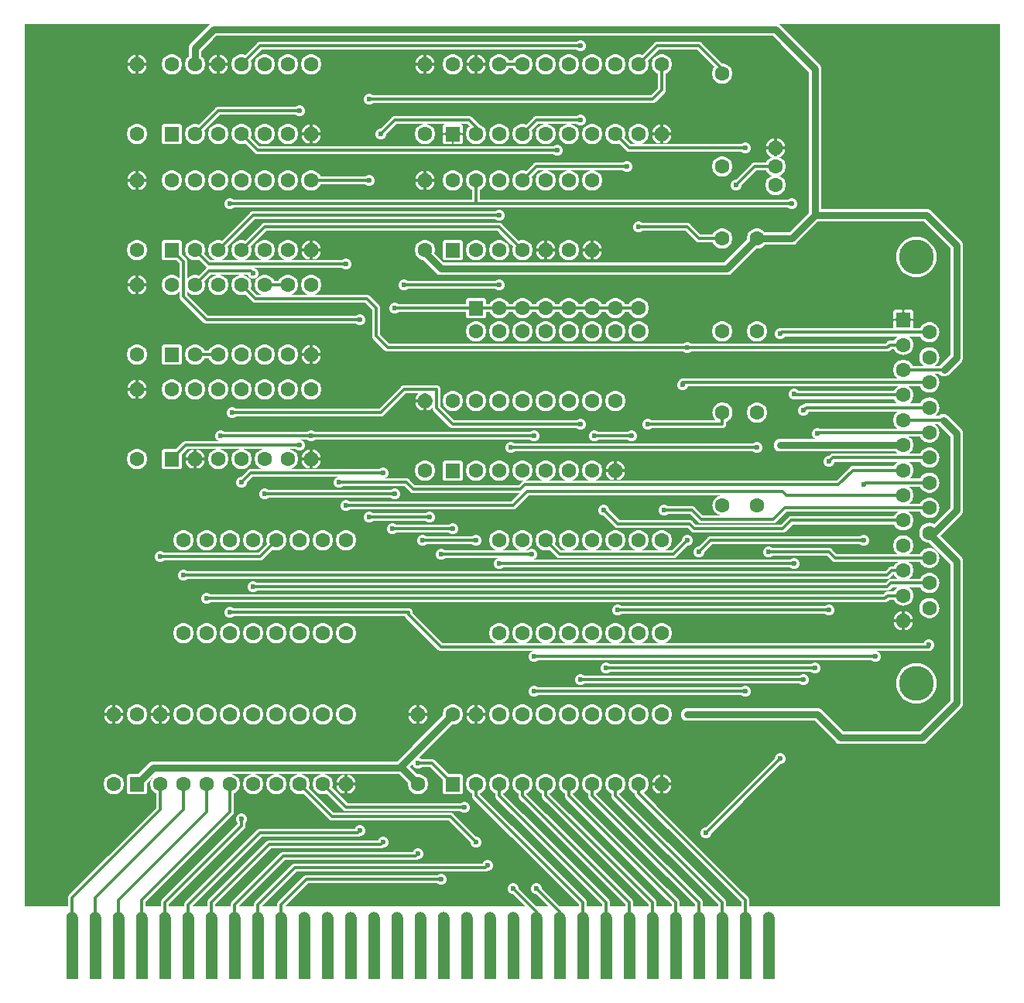
<source format=gtl>
G04 start of page 2 for group 3 layer_idx 0 *
G04 Title: (unknown), top_copper *
G04 Creator: pcb-rnd 3.1.1-dev *
G04 CreationDate: 2023-05-01 13:13:09 UTC *
G04 For:  *
G04 Format: Gerber/RS-274X *
G04 PCB-Dimensions: 500000 500000 *
G04 PCB-Coordinate-Origin: lower left *
%MOIN*%
%FSLAX25Y25*%
%LNTOP_COPPER_NONE_3*%
%ADD18C,0.1250*%
%ADD17C,0.0394*%
%ADD16C,0.1500*%
%ADD15C,0.0236*%
%ADD14C,0.0630*%
%ADD13C,0.0315*%
%ADD12C,0.0118*%
%ADD11C,0.0001*%
G54D11*G36*
X408931Y223228D02*X409000Y223223D01*
X409278Y223245D01*
X409549Y223310D01*
X409807Y223417D01*
X410045Y223562D01*
X410257Y223743D01*
X410302Y223796D01*
X411334Y224828D01*
X413633D01*
X413447Y224714D01*
X412928Y224272D01*
X412486Y223753D01*
X412129Y223172D01*
X412046Y222972D01*
X409269D01*
X409200Y222977D01*
X408922Y222955D01*
X408651Y222890D01*
X408393Y222783D01*
X408155Y222638D01*
X408155Y222637D01*
X407943Y222457D01*
X407898Y222404D01*
X407266Y221772D01*
X246996D01*
Y223228D01*
X408931D01*
G37*
G36*
Y228228D02*X409000Y228223D01*
X409278Y228245D01*
X409549Y228310D01*
X409807Y228417D01*
X410045Y228562D01*
X410257Y228743D01*
X410302Y228796D01*
X411734Y230228D01*
X412046D01*
X412129Y230028D01*
X412486Y229447D01*
X412928Y228928D01*
X413447Y228486D01*
X413633Y228372D01*
X410669D01*
X410600Y228377D01*
X410322Y228355D01*
X410051Y228290D01*
X409793Y228183D01*
X409555Y228038D01*
X409555Y228037D01*
X409343Y227857D01*
X409298Y227804D01*
X408266Y226772D01*
X246996D01*
Y228228D01*
X408931D01*
G37*
G36*
X247268Y92746D02*X247629Y92660D01*
X247852Y92642D01*
X252995Y87500D01*
X246996D01*
Y92859D01*
X247268Y92746D01*
G37*
G36*
X276228Y88266D02*Y87500D01*
X268006D01*
X260353Y95152D01*
X260340Y95371D01*
X260254Y95732D01*
X260111Y96076D01*
X259917Y96393D01*
X259675Y96675D01*
X259393Y96917D01*
X259076Y97111D01*
X258732Y97254D01*
X258371Y97340D01*
X258000Y97369D01*
X257629Y97340D01*
X257268Y97254D01*
X256924Y97111D01*
X256607Y96917D01*
X256325Y96675D01*
X256083Y96393D01*
X255889Y96076D01*
X255746Y95732D01*
X255660Y95371D01*
X255631Y95000D01*
X255660Y94629D01*
X255746Y94268D01*
X255889Y93924D01*
X256083Y93607D01*
X256325Y93325D01*
X256607Y93083D01*
X256924Y92889D01*
X257268Y92746D01*
X257629Y92660D01*
X257852Y92642D01*
X262994Y87500D01*
X258005D01*
X250353Y95152D01*
X250340Y95371D01*
X250254Y95732D01*
X250111Y96076D01*
X249917Y96393D01*
X249675Y96675D01*
X249393Y96917D01*
X249076Y97111D01*
X248732Y97254D01*
X248371Y97340D01*
X248000Y97369D01*
X247629Y97340D01*
X247268Y97254D01*
X246996Y97141D01*
Y117498D01*
X276228Y88266D01*
G37*
G36*
X286228Y88266D02*Y87500D01*
X279772D01*
Y88930D01*
X279777Y89000D01*
X279755Y89278D01*
X279690Y89549D01*
X279583Y89807D01*
X279438Y90045D01*
X279438Y90045D01*
X279257Y90257D01*
X279204Y90302D01*
X246996Y122509D01*
Y127498D01*
X286228Y88266D01*
G37*
G36*
X377858Y167244D02*X386975Y158128D01*
X387045Y158045D01*
X387375Y157764D01*
X387745Y157537D01*
X388146Y157371D01*
X388568Y157270D01*
X388568D01*
X389000Y157236D01*
X389108Y157244D01*
X423892D01*
X424000Y157236D01*
X424432Y157270D01*
X424432Y157270D01*
X424854Y157371D01*
X425255Y157537D01*
X425625Y157764D01*
X425955Y158045D01*
X426025Y158128D01*
X440872Y172975D01*
X440955Y173045D01*
X441236Y173375D01*
X441236Y173375D01*
X441463Y173745D01*
X441629Y174146D01*
X441730Y174568D01*
X441764Y175000D01*
X441756Y175108D01*
Y235892D01*
X441764Y236000D01*
X441730Y236432D01*
X441706Y236534D01*
X441629Y236854D01*
X441463Y237255D01*
X441236Y237625D01*
X440955Y237955D01*
X440872Y238025D01*
X431897Y247000D01*
X440872Y255975D01*
X440955Y256045D01*
X441236Y256375D01*
X441463Y256745D01*
X441629Y257146D01*
X441730Y257568D01*
X441764Y258000D01*
X441756Y258108D01*
Y290892D01*
X441764Y291000D01*
X441730Y291432D01*
X441730Y291432D01*
X441629Y291854D01*
X441463Y292255D01*
X441236Y292625D01*
X440955Y292955D01*
X440872Y293025D01*
X435149Y298749D01*
X434825Y299036D01*
X434455Y299263D01*
X434054Y299429D01*
X433632Y299530D01*
X433200Y299564D01*
X432768Y299530D01*
X432346Y299429D01*
X431945Y299263D01*
X431575Y299036D01*
X431245Y298755D01*
X431089Y298572D01*
X429567D01*
X429753Y298686D01*
X430272Y299128D01*
X430714Y299647D01*
X431071Y300228D01*
X431331Y300858D01*
X431491Y301520D01*
X431531Y302200D01*
X431491Y302880D01*
X431331Y303542D01*
X431071Y304172D01*
X430714Y304753D01*
X430272Y305272D01*
X429753Y305714D01*
X429172Y306071D01*
X428542Y306331D01*
X427880Y306491D01*
X427200Y306544D01*
X426520Y306491D01*
X425858Y306331D01*
X425228Y306071D01*
X424647Y305714D01*
X424128Y305272D01*
X423686Y304753D01*
X423329Y304172D01*
X423246Y303972D01*
X418367D01*
X418553Y304086D01*
X419072Y304528D01*
X419514Y305047D01*
X419871Y305628D01*
X420131Y306258D01*
X420291Y306920D01*
X420331Y307600D01*
X420291Y308280D01*
X420131Y308942D01*
X419871Y309572D01*
X419514Y310153D01*
X419072Y310672D01*
X418553Y311114D01*
X418367Y311228D01*
X423246D01*
X423329Y311028D01*
X423686Y310447D01*
X424128Y309928D01*
X424647Y309486D01*
X425228Y309129D01*
X425858Y308869D01*
X426520Y308709D01*
X427200Y308656D01*
X427880Y308709D01*
X428542Y308869D01*
X429172Y309129D01*
X429753Y309486D01*
X430272Y309928D01*
X430714Y310447D01*
X431071Y311028D01*
X431331Y311658D01*
X431491Y312320D01*
X431531Y313000D01*
X431491Y313680D01*
X431331Y314342D01*
X431071Y314972D01*
X430714Y315553D01*
X430272Y316072D01*
X429753Y316514D01*
X429567Y316628D01*
X431489D01*
X431645Y316445D01*
X431975Y316164D01*
X432345Y315937D01*
X432746Y315771D01*
X433168Y315670D01*
X433600Y315636D01*
X434032Y315670D01*
X434454Y315771D01*
X434855Y315937D01*
X435225Y316164D01*
X435549Y316451D01*
X440872Y321775D01*
X440955Y321845D01*
X441236Y322175D01*
X441236Y322175D01*
X441463Y322545D01*
X441629Y322946D01*
X441730Y323368D01*
X441764Y323800D01*
X441756Y323908D01*
Y371892D01*
X441764Y372000D01*
X441730Y372432D01*
X441706Y372534D01*
X441629Y372854D01*
X441463Y373255D01*
X441236Y373625D01*
X440955Y373955D01*
X440872Y374025D01*
X428025Y386872D01*
X427955Y386955D01*
X427625Y387236D01*
X427255Y387463D01*
X426854Y387629D01*
X426432Y387730D01*
X426432Y387730D01*
X426000Y387764D01*
X425892Y387756D01*
X380756D01*
Y447892D01*
X380764Y448000D01*
X380730Y448432D01*
X380706Y448534D01*
X380629Y448854D01*
X380463Y449255D01*
X380236Y449625D01*
X379955Y449955D01*
X379872Y450025D01*
X363025Y466872D01*
X362955Y466955D01*
X362625Y467236D01*
X362255Y467463D01*
X362166Y467500D01*
X457500D01*
Y87500D01*
X349772D01*
Y89930D01*
X349777Y90000D01*
X349755Y90278D01*
X349690Y90549D01*
X349583Y90807D01*
X349438Y91045D01*
X349438Y91045D01*
X349257Y91257D01*
X349204Y91302D01*
X346996Y93509D01*
Y132491D01*
X363148Y148642D01*
X363371Y148660D01*
X363732Y148746D01*
X364076Y148889D01*
X364393Y149083D01*
X364675Y149325D01*
X364917Y149607D01*
X365111Y149924D01*
X365254Y150268D01*
X365340Y150629D01*
X365362Y151000D01*
X365340Y151371D01*
X365254Y151732D01*
X365111Y152076D01*
X364917Y152393D01*
X364675Y152675D01*
X364393Y152917D01*
X364076Y153111D01*
X363732Y153254D01*
X363371Y153340D01*
X363000Y153369D01*
X362629Y153340D01*
X362268Y153254D01*
X361924Y153111D01*
X361607Y152917D01*
X361325Y152675D01*
X361083Y152393D01*
X360889Y152076D01*
X360746Y151732D01*
X360660Y151371D01*
X360642Y151148D01*
X346996Y137502D01*
Y167244D01*
X377858D01*
G37*
G36*
X427200Y243856D02*X427243Y243859D01*
X436244Y234858D01*
Y176142D01*
X427193Y167091D01*
Y176761D01*
X427757Y177243D01*
X428645Y178282D01*
X429359Y179447D01*
X429882Y180709D01*
X430201Y182038D01*
X430281Y183400D01*
X430201Y184762D01*
X429882Y186091D01*
X429359Y187353D01*
X428645Y188518D01*
X427757Y189557D01*
X427193Y190039D01*
Y197240D01*
X427278Y197245D01*
X427549Y197310D01*
X427807Y197417D01*
X428045Y197562D01*
X428257Y197743D01*
X428438Y197955D01*
X428583Y198193D01*
X428617Y198275D01*
X428675Y198325D01*
X428917Y198607D01*
X429111Y198924D01*
X429254Y199268D01*
X429340Y199629D01*
X429362Y200000D01*
X429340Y200371D01*
X429254Y200732D01*
X429111Y201076D01*
X428917Y201393D01*
X428675Y201675D01*
X428393Y201917D01*
X428076Y202111D01*
X427732Y202254D01*
X427371Y202340D01*
X427193Y202354D01*
Y211456D01*
X427200Y211456D01*
X427880Y211509D01*
X428542Y211669D01*
X429172Y211929D01*
X429753Y212286D01*
X430272Y212728D01*
X430714Y213247D01*
X431071Y213828D01*
X431331Y214458D01*
X431491Y215120D01*
X431531Y215800D01*
X431491Y216480D01*
X431331Y217142D01*
X431071Y217772D01*
X430714Y218353D01*
X430272Y218872D01*
X429753Y219314D01*
X429172Y219671D01*
X428542Y219931D01*
X427880Y220091D01*
X427200Y220144D01*
X427193Y220144D01*
Y222256D01*
X427200Y222256D01*
X427880Y222309D01*
X428542Y222469D01*
X429172Y222729D01*
X429753Y223086D01*
X430272Y223528D01*
X430714Y224047D01*
X431071Y224628D01*
X431331Y225258D01*
X431491Y225920D01*
X431531Y226600D01*
X431491Y227280D01*
X431331Y227942D01*
X431071Y228572D01*
X430714Y229153D01*
X430272Y229672D01*
X429753Y230114D01*
X429172Y230471D01*
X428542Y230731D01*
X427880Y230891D01*
X427200Y230944D01*
X427193Y230944D01*
Y233056D01*
X427200Y233056D01*
X427880Y233109D01*
X428542Y233269D01*
X429172Y233529D01*
X429753Y233886D01*
X430272Y234328D01*
X430714Y234847D01*
X431071Y235428D01*
X431331Y236058D01*
X431491Y236720D01*
X431531Y237400D01*
X431491Y238080D01*
X431331Y238742D01*
X431071Y239372D01*
X430714Y239953D01*
X430272Y240472D01*
X429753Y240914D01*
X429172Y241271D01*
X428542Y241531D01*
X427880Y241691D01*
X427200Y241744D01*
X427193Y241744D01*
Y243856D01*
X427200Y243856D01*
G37*
G36*
Y254656D02*X427880Y254709D01*
X428542Y254869D01*
X429172Y255129D01*
X429753Y255486D01*
X430272Y255928D01*
X430714Y256447D01*
X431071Y257028D01*
X431331Y257658D01*
X431491Y258320D01*
X431531Y259000D01*
X431491Y259680D01*
X431331Y260342D01*
X431071Y260972D01*
X430714Y261553D01*
X430272Y262072D01*
X429753Y262514D01*
X429172Y262871D01*
X428542Y263131D01*
X427880Y263291D01*
X427200Y263344D01*
X427193Y263344D01*
Y265456D01*
X427200Y265456D01*
X427880Y265509D01*
X428542Y265669D01*
X429172Y265929D01*
X429753Y266286D01*
X430272Y266728D01*
X430714Y267247D01*
X431071Y267828D01*
X431331Y268458D01*
X431491Y269120D01*
X431531Y269800D01*
X431491Y270480D01*
X431331Y271142D01*
X431071Y271772D01*
X430714Y272353D01*
X430272Y272872D01*
X429753Y273314D01*
X429172Y273671D01*
X428542Y273931D01*
X427880Y274091D01*
X427200Y274144D01*
X427193Y274144D01*
Y276256D01*
X427200Y276256D01*
X427880Y276309D01*
X428542Y276469D01*
X429172Y276729D01*
X429753Y277086D01*
X430272Y277528D01*
X430714Y278047D01*
X431071Y278628D01*
X431331Y279258D01*
X431491Y279920D01*
X431531Y280600D01*
X431491Y281280D01*
X431331Y281942D01*
X431071Y282572D01*
X430714Y283153D01*
X430272Y283672D01*
X429753Y284114D01*
X429172Y284471D01*
X428542Y284731D01*
X427880Y284891D01*
X427200Y284944D01*
X427193Y284944D01*
Y287056D01*
X427200Y287056D01*
X427880Y287109D01*
X428542Y287269D01*
X429172Y287529D01*
X429753Y287886D01*
X430272Y288328D01*
X430714Y288847D01*
X431071Y289428D01*
X431331Y290058D01*
X431491Y290720D01*
X431531Y291400D01*
X431491Y292080D01*
X431331Y292742D01*
X431071Y293372D01*
X430714Y293953D01*
X430272Y294472D01*
X429753Y294914D01*
X429567Y295028D01*
X431094D01*
X431251Y294851D01*
X436244Y289858D01*
Y259142D01*
X429173Y252070D01*
X429172Y252071D01*
X428542Y252331D01*
X427880Y252491D01*
X427200Y252544D01*
X427193Y252544D01*
Y254656D01*
X427200Y254656D01*
G37*
G36*
X426520Y230891D02*X425858Y230731D01*
X425228Y230471D01*
X424647Y230114D01*
X424128Y229672D01*
X423686Y229153D01*
X423329Y228572D01*
X423246Y228372D01*
X418367D01*
X418553Y228486D01*
X419072Y228928D01*
X419514Y229447D01*
X419871Y230028D01*
X420131Y230658D01*
X420291Y231320D01*
X420331Y232000D01*
X420291Y232680D01*
X420131Y233342D01*
X419871Y233972D01*
X419514Y234553D01*
X419072Y235072D01*
X418553Y235514D01*
X418367Y235628D01*
X423246D01*
X423329Y235428D01*
X423686Y234847D01*
X424128Y234328D01*
X424647Y233886D01*
X425228Y233529D01*
X425858Y233269D01*
X426520Y233109D01*
X427193Y233056D01*
Y230944D01*
X426520Y230891D01*
G37*
G36*
X427000Y202369D02*X426629Y202340D01*
X426268Y202254D01*
X425924Y202111D01*
X425607Y201917D01*
X425325Y201675D01*
X425083Y201393D01*
X424889Y201076D01*
X424763Y200772D01*
X418360D01*
Y206767D01*
X418439Y206816D01*
X418765Y207060D01*
X419066Y207334D01*
X419340Y207635D01*
X419584Y207961D01*
X419797Y208308D01*
X419977Y208673D01*
X420121Y209054D01*
X420144Y209144D01*
X420151Y209237D01*
X420144Y209331D01*
X420122Y209422D01*
X420087Y209508D01*
X420038Y209588D01*
X419977Y209659D01*
X419906Y209720D01*
X419827Y209769D01*
X419740Y209805D01*
X419649Y209827D01*
X419556Y209834D01*
X419463Y209827D01*
X419372Y209805D01*
X419286Y209770D01*
X419206Y209721D01*
X419135Y209660D01*
X419074Y209589D01*
X419025Y209510D01*
X418991Y209423D01*
X418889Y209145D01*
X418759Y208880D01*
X418604Y208628D01*
X418426Y208392D01*
X418360Y208319D01*
Y212481D01*
X418426Y212408D01*
X418604Y212172D01*
X418759Y211920D01*
X418889Y211655D01*
X418994Y211378D01*
X419028Y211292D01*
X419077Y211213D01*
X419137Y211142D01*
X419208Y211082D01*
X419287Y211033D01*
X419373Y210998D01*
X419464Y210976D01*
X419556Y210969D01*
X419649Y210977D01*
X419739Y210998D01*
X419825Y211034D01*
X419904Y211083D01*
X419975Y211143D01*
X420035Y211214D01*
X420083Y211294D01*
X420119Y211379D01*
X420140Y211470D01*
X420148Y211563D01*
X420140Y211655D01*
X420117Y211745D01*
X419977Y212127D01*
X419797Y212492D01*
X419584Y212839D01*
X419340Y213165D01*
X419066Y213466D01*
X418765Y213740D01*
X418439Y213984D01*
X418360Y214033D01*
Y217567D01*
X418553Y217686D01*
X419072Y218128D01*
X419514Y218647D01*
X419871Y219228D01*
X420131Y219858D01*
X420291Y220520D01*
X420331Y221200D01*
X420291Y221880D01*
X420131Y222542D01*
X419871Y223172D01*
X419514Y223753D01*
X419072Y224272D01*
X418553Y224714D01*
X418367Y224828D01*
X423246D01*
X423329Y224628D01*
X423686Y224047D01*
X424128Y223528D01*
X424647Y223086D01*
X425228Y222729D01*
X425858Y222469D01*
X426520Y222309D01*
X427193Y222256D01*
Y220144D01*
X426520Y220091D01*
X425858Y219931D01*
X425228Y219671D01*
X424647Y219314D01*
X424128Y218872D01*
X423686Y218353D01*
X423329Y217772D01*
X423069Y217142D01*
X422909Y216480D01*
X422856Y215800D01*
X422909Y215120D01*
X423069Y214458D01*
X423329Y213828D01*
X423686Y213247D01*
X424128Y212728D01*
X424647Y212286D01*
X425228Y211929D01*
X425858Y211669D01*
X426520Y211509D01*
X427193Y211456D01*
Y202354D01*
X427000Y202369D01*
G37*
G36*
X426718Y190445D02*X425553Y191159D01*
X424291Y191682D01*
X422962Y192001D01*
X421600Y192108D01*
X420238Y192001D01*
X418909Y191682D01*
X418360Y191454D01*
Y197228D01*
X427000D01*
X427193Y197240D01*
Y190039D01*
X426718Y190445D01*
G37*
G36*
X422858Y162756D02*X418360D01*
Y175346D01*
X418909Y175118D01*
X420238Y174799D01*
X421600Y174692D01*
X422962Y174799D01*
X424291Y175118D01*
X425553Y175641D01*
X426718Y176355D01*
X427193Y176761D01*
Y167091D01*
X422858Y162756D01*
G37*
G36*
X426520Y284891D02*X425858Y284731D01*
X425228Y284471D01*
X424647Y284114D01*
X424128Y283672D01*
X423686Y283153D01*
X423329Y282572D01*
X423246Y282372D01*
X418367D01*
X418553Y282486D01*
X419072Y282928D01*
X419514Y283447D01*
X419871Y284028D01*
X420131Y284658D01*
X420291Y285320D01*
X420331Y286000D01*
X420291Y286680D01*
X420131Y287342D01*
X419871Y287972D01*
X419514Y288553D01*
X419072Y289072D01*
X418553Y289514D01*
X418367Y289628D01*
X423246D01*
X423329Y289428D01*
X423686Y288847D01*
X424128Y288328D01*
X424647Y287886D01*
X425228Y287529D01*
X425858Y287269D01*
X426520Y287109D01*
X427193Y287056D01*
Y284944D01*
X426520Y284891D01*
G37*
G36*
Y274091D02*X425858Y273931D01*
X425228Y273671D01*
X424647Y273314D01*
X424128Y272872D01*
X423686Y272353D01*
X423329Y271772D01*
X423246Y271572D01*
X418367D01*
X418553Y271686D01*
X419072Y272128D01*
X419514Y272647D01*
X419871Y273228D01*
X420131Y273858D01*
X420291Y274520D01*
X420331Y275200D01*
X420291Y275880D01*
X420131Y276542D01*
X419871Y277172D01*
X419514Y277753D01*
X419072Y278272D01*
X418553Y278714D01*
X418367Y278828D01*
X423246D01*
X423329Y278628D01*
X423686Y278047D01*
X424128Y277528D01*
X424647Y277086D01*
X425228Y276729D01*
X425858Y276469D01*
X426520Y276309D01*
X427193Y276256D01*
Y274144D01*
X426520Y274091D01*
G37*
G36*
Y263291D02*X425858Y263131D01*
X425228Y262871D01*
X424647Y262514D01*
X424128Y262072D01*
X423686Y261553D01*
X423329Y260972D01*
X423246Y260772D01*
X418367D01*
X418553Y260886D01*
X419072Y261328D01*
X419514Y261847D01*
X419871Y262428D01*
X420131Y263058D01*
X420291Y263720D01*
X420331Y264400D01*
X420291Y265080D01*
X420131Y265742D01*
X419871Y266372D01*
X419514Y266953D01*
X419072Y267472D01*
X418553Y267914D01*
X418367Y268028D01*
X423246D01*
X423329Y267828D01*
X423686Y267247D01*
X424128Y266728D01*
X424647Y266286D01*
X425228Y265929D01*
X425858Y265669D01*
X426520Y265509D01*
X427193Y265456D01*
Y263344D01*
X426520Y263291D01*
G37*
G36*
X418553Y250086D02*X419072Y250528D01*
X419514Y251047D01*
X419871Y251628D01*
X420131Y252258D01*
X420291Y252920D01*
X420331Y253600D01*
X420291Y254280D01*
X420131Y254942D01*
X419871Y255572D01*
X419514Y256153D01*
X419072Y256672D01*
X418553Y257114D01*
X418367Y257228D01*
X423246D01*
X423329Y257028D01*
X423686Y256447D01*
X424128Y255928D01*
X424647Y255486D01*
X425228Y255129D01*
X425858Y254869D01*
X426520Y254709D01*
X427193Y254656D01*
Y252544D01*
X426520Y252491D01*
X425858Y252331D01*
X425228Y252071D01*
X424647Y251714D01*
X424128Y251272D01*
X423686Y250753D01*
X423329Y250172D01*
X423069Y249542D01*
X422909Y248880D01*
X422856Y248200D01*
X422909Y247520D01*
X423069Y246858D01*
X423329Y246228D01*
X423686Y245647D01*
X424128Y245128D01*
X424647Y244686D01*
X425228Y244329D01*
X425858Y244069D01*
X426520Y243909D01*
X427193Y243856D01*
Y241744D01*
X426520Y241691D01*
X425858Y241531D01*
X425228Y241271D01*
X424647Y240914D01*
X424128Y240472D01*
X423686Y239953D01*
X423329Y239372D01*
X423246Y239172D01*
X418367D01*
X418553Y239286D01*
X419072Y239728D01*
X419514Y240247D01*
X419871Y240828D01*
X420131Y241458D01*
X420291Y242120D01*
X420331Y242800D01*
X420291Y243480D01*
X420131Y244142D01*
X419871Y244772D01*
X419514Y245353D01*
X419072Y245872D01*
X418553Y246314D01*
X418360Y246433D01*
Y249967D01*
X418553Y250086D01*
G37*
G36*
X413640Y200772D02*Y206767D01*
X413908Y206603D01*
X414273Y206423D01*
X414654Y206279D01*
X414744Y206256D01*
X414837Y206249D01*
X414931Y206256D01*
X415022Y206278D01*
X415108Y206313D01*
X415188Y206362D01*
X415259Y206423D01*
X415320Y206494D01*
X415369Y206573D01*
X415405Y206660D01*
X415427Y206751D01*
X415434Y206844D01*
X415427Y206937D01*
X415405Y207028D01*
X415370Y207114D01*
X415321Y207194D01*
X415260Y207265D01*
X415189Y207326D01*
X415110Y207375D01*
X415023Y207409D01*
X414745Y207511D01*
X414480Y207641D01*
X414228Y207796D01*
X413992Y207974D01*
X413773Y208173D01*
X413640Y208319D01*
Y212481D01*
X413773Y212627D01*
X413992Y212826D01*
X414228Y213004D01*
X414480Y213159D01*
X414745Y213289D01*
X415022Y213394D01*
X415108Y213428D01*
X415187Y213477D01*
X415258Y213537D01*
X415318Y213608D01*
X415367Y213687D01*
X415402Y213773D01*
X415424Y213864D01*
X415431Y213956D01*
X415423Y214049D01*
X415402Y214139D01*
X415366Y214225D01*
X415317Y214304D01*
X415257Y214375D01*
X415186Y214435D01*
X415106Y214483D01*
X415021Y214519D01*
X414930Y214540D01*
X414837Y214548D01*
X414745Y214540D01*
X414655Y214517D01*
X414273Y214377D01*
X413908Y214197D01*
X413640Y214033D01*
Y217567D01*
X414028Y217329D01*
X414658Y217069D01*
X415320Y216909D01*
X416000Y216856D01*
X416680Y216909D01*
X417342Y217069D01*
X417972Y217329D01*
X418360Y217567D01*
Y214033D01*
X418092Y214197D01*
X417727Y214377D01*
X417346Y214521D01*
X417256Y214544D01*
X417163Y214551D01*
X417069Y214544D01*
X416978Y214522D01*
X416892Y214487D01*
X416812Y214438D01*
X416741Y214377D01*
X416680Y214306D01*
X416631Y214227D01*
X416595Y214140D01*
X416573Y214049D01*
X416566Y213956D01*
X416573Y213863D01*
X416595Y213772D01*
X416630Y213686D01*
X416679Y213606D01*
X416740Y213535D01*
X416811Y213474D01*
X416890Y213425D01*
X416977Y213391D01*
X417255Y213289D01*
X417520Y213159D01*
X417772Y213004D01*
X418008Y212826D01*
X418227Y212627D01*
X418360Y212481D01*
Y208319D01*
X418227Y208173D01*
X418008Y207974D01*
X417772Y207796D01*
X417520Y207641D01*
X417255Y207511D01*
X416978Y207406D01*
X416892Y207372D01*
X416813Y207323D01*
X416742Y207263D01*
X416682Y207192D01*
X416633Y207113D01*
X416598Y207027D01*
X416576Y206936D01*
X416569Y206844D01*
X416577Y206751D01*
X416598Y206661D01*
X416634Y206575D01*
X416683Y206496D01*
X416743Y206425D01*
X416814Y206365D01*
X416894Y206317D01*
X416979Y206281D01*
X417070Y206260D01*
X417163Y206252D01*
X417255Y206260D01*
X417345Y206283D01*
X417727Y206423D01*
X418092Y206603D01*
X418360Y206767D01*
Y200772D01*
X413640D01*
G37*
G36*
X346996D02*Y213228D01*
X382437D01*
X382607Y213083D01*
X382924Y212889D01*
X383268Y212746D01*
X383629Y212660D01*
X384000Y212631D01*
X384371Y212660D01*
X384732Y212746D01*
X385076Y212889D01*
X385393Y213083D01*
X385675Y213325D01*
X385917Y213607D01*
X386111Y213924D01*
X386254Y214268D01*
X386340Y214629D01*
X386362Y215000D01*
X386340Y215371D01*
X386254Y215732D01*
X386111Y216076D01*
X385917Y216393D01*
X385675Y216675D01*
X385393Y216917D01*
X385076Y217111D01*
X384732Y217254D01*
X384371Y217340D01*
X384000Y217369D01*
X383629Y217340D01*
X383268Y217254D01*
X382924Y217111D01*
X382607Y216917D01*
X382437Y216772D01*
X346996D01*
Y218228D01*
X407931D01*
X408000Y218223D01*
X408278Y218245D01*
X408278Y218245D01*
X408549Y218310D01*
X408807Y218417D01*
X409045Y218562D01*
X409257Y218743D01*
X409302Y218796D01*
X409934Y219428D01*
X412046D01*
X412129Y219228D01*
X412486Y218647D01*
X412928Y218128D01*
X413447Y217686D01*
X413640Y217567D01*
Y214033D01*
X413561Y213984D01*
X413235Y213740D01*
X412934Y213466D01*
X412660Y213165D01*
X412416Y212839D01*
X412203Y212492D01*
X412023Y212127D01*
X411879Y211746D01*
X411856Y211656D01*
X411849Y211563D01*
X411856Y211469D01*
X411878Y211378D01*
X411913Y211292D01*
X411962Y211212D01*
X412023Y211141D01*
X412094Y211080D01*
X412173Y211031D01*
X412260Y210995D01*
X412351Y210973D01*
X412444Y210966D01*
X412537Y210973D01*
X412628Y210995D01*
X412714Y211030D01*
X412794Y211079D01*
X412865Y211140D01*
X412926Y211211D01*
X412975Y211290D01*
X413009Y211377D01*
X413111Y211655D01*
X413241Y211920D01*
X413396Y212172D01*
X413574Y212408D01*
X413640Y212481D01*
Y208319D01*
X413574Y208392D01*
X413396Y208628D01*
X413241Y208880D01*
X413111Y209145D01*
X413006Y209422D01*
X412972Y209508D01*
X412923Y209587D01*
X412863Y209658D01*
X412792Y209718D01*
X412713Y209767D01*
X412627Y209802D01*
X412536Y209824D01*
X412444Y209831D01*
X412351Y209823D01*
X412261Y209802D01*
X412175Y209766D01*
X412096Y209717D01*
X412025Y209657D01*
X411965Y209586D01*
X411917Y209506D01*
X411881Y209421D01*
X411860Y209330D01*
X411852Y209237D01*
X411860Y209145D01*
X411883Y209055D01*
X412023Y208673D01*
X412203Y208308D01*
X412416Y207961D01*
X412660Y207635D01*
X412934Y207334D01*
X413235Y207060D01*
X413561Y206816D01*
X413640Y206767D01*
Y200772D01*
X346996D01*
G37*
G36*
X390142Y162756D02*X381025Y171872D01*
X380955Y171955D01*
X380625Y172236D01*
X380255Y172463D01*
X379854Y172629D01*
X379432Y172730D01*
X379432Y172730D01*
X379000Y172764D01*
X378892Y172756D01*
X346996D01*
Y177859D01*
X347268Y177746D01*
X347629Y177660D01*
X348000Y177631D01*
X348371Y177660D01*
X348732Y177746D01*
X349076Y177889D01*
X349393Y178083D01*
X349675Y178325D01*
X349917Y178607D01*
X350111Y178924D01*
X350254Y179268D01*
X350340Y179629D01*
X350362Y180000D01*
X350340Y180371D01*
X350254Y180732D01*
X350111Y181076D01*
X349917Y181393D01*
X349675Y181675D01*
X349393Y181917D01*
X349076Y182111D01*
X348732Y182254D01*
X348371Y182340D01*
X348000Y182369D01*
X347629Y182340D01*
X347268Y182254D01*
X346996Y182141D01*
Y183228D01*
X371437D01*
X371607Y183083D01*
X371924Y182889D01*
X372268Y182746D01*
X372629Y182660D01*
X373000Y182631D01*
X373371Y182660D01*
X373732Y182746D01*
X374076Y182889D01*
X374393Y183083D01*
X374675Y183325D01*
X374917Y183607D01*
X375111Y183924D01*
X375254Y184268D01*
X375340Y184629D01*
X375362Y185000D01*
X375340Y185371D01*
X375254Y185732D01*
X375111Y186076D01*
X374917Y186393D01*
X374675Y186675D01*
X374393Y186917D01*
X374076Y187111D01*
X373732Y187254D01*
X373371Y187340D01*
X373000Y187369D01*
X372629Y187340D01*
X372268Y187254D01*
X371924Y187111D01*
X371607Y186917D01*
X371437Y186772D01*
X346996D01*
Y188228D01*
X376437D01*
X376607Y188083D01*
X376924Y187889D01*
X377268Y187746D01*
X377629Y187660D01*
X378000Y187631D01*
X378371Y187660D01*
X378732Y187746D01*
X379076Y187889D01*
X379393Y188083D01*
X379675Y188325D01*
X379917Y188607D01*
X380111Y188924D01*
X380254Y189268D01*
X380340Y189629D01*
X380362Y190000D01*
X380340Y190371D01*
X380254Y190732D01*
X380111Y191076D01*
X379917Y191393D01*
X379675Y191675D01*
X379393Y191917D01*
X379076Y192111D01*
X378732Y192254D01*
X378371Y192340D01*
X378000Y192369D01*
X377629Y192340D01*
X377268Y192254D01*
X376924Y192111D01*
X376607Y191917D01*
X376437Y191772D01*
X346996D01*
Y193228D01*
X402437D01*
X402607Y193083D01*
X402924Y192889D01*
X403268Y192746D01*
X403629Y192660D01*
X404000Y192631D01*
X404371Y192660D01*
X404732Y192746D01*
X405076Y192889D01*
X405393Y193083D01*
X405675Y193325D01*
X405917Y193607D01*
X406111Y193924D01*
X406254Y194268D01*
X406340Y194629D01*
X406362Y195000D01*
X406340Y195371D01*
X406254Y195732D01*
X406111Y196076D01*
X405917Y196393D01*
X405675Y196675D01*
X405393Y196917D01*
X405076Y197111D01*
X404793Y197228D01*
X418360D01*
Y191454D01*
X417647Y191159D01*
X416482Y190445D01*
X415443Y189557D01*
X414555Y188518D01*
X413841Y187353D01*
X413318Y186091D01*
X412999Y184762D01*
X412892Y183400D01*
X412999Y182038D01*
X413318Y180709D01*
X413841Y179447D01*
X414555Y178282D01*
X415443Y177243D01*
X416482Y176355D01*
X417647Y175641D01*
X418360Y175346D01*
Y162756D01*
X390142D01*
G37*
G36*
X363931Y248228D02*X364000Y248223D01*
X364278Y248245D01*
X364278Y248245D01*
X364549Y248310D01*
X364807Y248417D01*
X365045Y248562D01*
X365257Y248743D01*
X365302Y248796D01*
X368334Y251828D01*
X412046D01*
X412129Y251628D01*
X412486Y251047D01*
X412928Y250528D01*
X413447Y250086D01*
X414028Y249729D01*
X414658Y249469D01*
X415320Y249309D01*
X416000Y249256D01*
X416680Y249309D01*
X417342Y249469D01*
X417972Y249729D01*
X418360Y249967D01*
Y246433D01*
X417972Y246671D01*
X417342Y246931D01*
X416680Y247091D01*
X416000Y247144D01*
X415320Y247091D01*
X414658Y246931D01*
X414028Y246671D01*
X413447Y246314D01*
X412928Y245872D01*
X412486Y245353D01*
X412129Y244772D01*
X411869Y244142D01*
X411709Y243480D01*
X411656Y242800D01*
X411709Y242120D01*
X411869Y241458D01*
X412129Y240828D01*
X412486Y240247D01*
X412928Y239728D01*
X413447Y239286D01*
X413633Y239172D01*
X387334D01*
X385302Y241204D01*
X385257Y241257D01*
X385045Y241438D01*
X385045Y241438D01*
X384807Y241583D01*
X384549Y241690D01*
X384278Y241755D01*
X384000Y241777D01*
X383931Y241772D01*
X359563D01*
X359393Y241917D01*
X359076Y242111D01*
X358732Y242254D01*
X358371Y242340D01*
X358000Y242369D01*
X357629Y242340D01*
X357268Y242254D01*
X356924Y242111D01*
X356607Y241917D01*
X356325Y241675D01*
X356083Y241393D01*
X355889Y241076D01*
X355746Y240732D01*
X355660Y240371D01*
X355631Y240000D01*
X355660Y239629D01*
X355746Y239268D01*
X355889Y238924D01*
X356083Y238607D01*
X356325Y238325D01*
X356607Y238083D01*
X356924Y237889D01*
X357268Y237746D01*
X357629Y237660D01*
X358000Y237631D01*
X358371Y237660D01*
X358732Y237746D01*
X359076Y237889D01*
X359393Y238083D01*
X359563Y238228D01*
X383266D01*
X385298Y236196D01*
X385343Y236143D01*
X385555Y235962D01*
X385555Y235962D01*
X385793Y235817D01*
X386051Y235710D01*
X386322Y235645D01*
X386600Y235623D01*
X386670Y235628D01*
X413633D01*
X413447Y235514D01*
X412928Y235072D01*
X412486Y234553D01*
X412129Y233972D01*
X412046Y233772D01*
X411069D01*
X411000Y233777D01*
X410722Y233755D01*
X410451Y233690D01*
X410193Y233583D01*
X409955Y233438D01*
X409955Y233437D01*
X409743Y233257D01*
X409698Y233204D01*
X408266Y231772D01*
X346996D01*
Y233228D01*
X367437D01*
X367607Y233083D01*
X367924Y232889D01*
X368268Y232746D01*
X368629Y232660D01*
X369000Y232631D01*
X369371Y232660D01*
X369732Y232746D01*
X370076Y232889D01*
X370393Y233083D01*
X370675Y233325D01*
X370917Y233607D01*
X371111Y233924D01*
X371254Y234268D01*
X371340Y234629D01*
X371362Y235000D01*
X371340Y235371D01*
X371254Y235732D01*
X371111Y236076D01*
X370917Y236393D01*
X370675Y236675D01*
X370393Y236917D01*
X370076Y237111D01*
X369732Y237254D01*
X369371Y237340D01*
X369000Y237369D01*
X368629Y237340D01*
X368268Y237254D01*
X367924Y237111D01*
X367607Y236917D01*
X367437Y236772D01*
X346996D01*
Y243228D01*
X397437D01*
X397607Y243083D01*
X397924Y242889D01*
X398268Y242746D01*
X398629Y242660D01*
X399000Y242631D01*
X399371Y242660D01*
X399732Y242746D01*
X400076Y242889D01*
X400393Y243083D01*
X400675Y243325D01*
X400917Y243607D01*
X401111Y243924D01*
X401254Y244268D01*
X401340Y244629D01*
X401362Y245000D01*
X401340Y245371D01*
X401254Y245732D01*
X401111Y246076D01*
X400917Y246393D01*
X400675Y246675D01*
X400393Y246917D01*
X400076Y247111D01*
X399732Y247254D01*
X399371Y247340D01*
X399000Y247369D01*
X398629Y247340D01*
X398268Y247254D01*
X397924Y247111D01*
X397607Y246917D01*
X397437Y246772D01*
X346996D01*
Y248228D01*
X363931D01*
G37*
G36*
X359931Y252228D02*X360000Y252223D01*
X360278Y252245D01*
X360278Y252245D01*
X360549Y252310D01*
X360807Y252417D01*
X361045Y252562D01*
X361257Y252743D01*
X361302Y252796D01*
X365734Y257228D01*
X413633D01*
X413447Y257114D01*
X412928Y256672D01*
X412486Y256153D01*
X412129Y255572D01*
X412046Y255372D01*
X367669D01*
X367600Y255377D01*
X367322Y255355D01*
X367051Y255290D01*
X366793Y255183D01*
X366555Y255038D01*
X366555Y255037D01*
X366343Y254857D01*
X366298Y254804D01*
X363266Y251772D01*
X346996D01*
Y252228D01*
X359931D01*
G37*
G36*
X246996Y231772D02*Y233228D01*
X346996D01*
Y231772D01*
X246996D01*
G37*
G36*
X312939Y200772D02*X313342Y200869D01*
X313972Y201129D01*
X314553Y201486D01*
X315072Y201928D01*
X315514Y202447D01*
X315871Y203028D01*
X316131Y203658D01*
X316291Y204320D01*
X316331Y205000D01*
X316291Y205680D01*
X316131Y206342D01*
X315871Y206972D01*
X315514Y207553D01*
X315072Y208072D01*
X314553Y208514D01*
X313972Y208871D01*
X313342Y209131D01*
X312680Y209291D01*
X312000Y209344D01*
X311320Y209291D01*
X310658Y209131D01*
X310028Y208871D01*
X309447Y208514D01*
X308928Y208072D01*
X308486Y207553D01*
X308129Y206972D01*
X307869Y206342D01*
X307709Y205680D01*
X307656Y205000D01*
X307709Y204320D01*
X307869Y203658D01*
X308129Y203028D01*
X308486Y202447D01*
X308928Y201928D01*
X309447Y201486D01*
X310028Y201129D01*
X310658Y200869D01*
X311061Y200772D01*
X302939D01*
X303342Y200869D01*
X303972Y201129D01*
X304553Y201486D01*
X305072Y201928D01*
X305514Y202447D01*
X305871Y203028D01*
X306131Y203658D01*
X306291Y204320D01*
X306331Y205000D01*
X306291Y205680D01*
X306131Y206342D01*
X305871Y206972D01*
X305514Y207553D01*
X305072Y208072D01*
X304553Y208514D01*
X303972Y208871D01*
X303342Y209131D01*
X302680Y209291D01*
X302000Y209344D01*
X301320Y209291D01*
X300658Y209131D01*
X300028Y208871D01*
X299447Y208514D01*
X298928Y208072D01*
X298486Y207553D01*
X298129Y206972D01*
X297869Y206342D01*
X297709Y205680D01*
X297656Y205000D01*
X297709Y204320D01*
X297869Y203658D01*
X298129Y203028D01*
X298486Y202447D01*
X298928Y201928D01*
X299447Y201486D01*
X300028Y201129D01*
X300658Y200869D01*
X301061Y200772D01*
X292939D01*
X293342Y200869D01*
X293972Y201129D01*
X294553Y201486D01*
X295072Y201928D01*
X295514Y202447D01*
X295871Y203028D01*
X296131Y203658D01*
X296291Y204320D01*
X296331Y205000D01*
X296291Y205680D01*
X296131Y206342D01*
X295871Y206972D01*
X295514Y207553D01*
X295072Y208072D01*
X294553Y208514D01*
X293972Y208871D01*
X293342Y209131D01*
X292680Y209291D01*
X292000Y209344D01*
X291320Y209291D01*
X290658Y209131D01*
X290028Y208871D01*
X289447Y208514D01*
X288928Y208072D01*
X288486Y207553D01*
X288129Y206972D01*
X287869Y206342D01*
X287709Y205680D01*
X287656Y205000D01*
X287709Y204320D01*
X287869Y203658D01*
X288129Y203028D01*
X288486Y202447D01*
X288928Y201928D01*
X289447Y201486D01*
X290028Y201129D01*
X290658Y200869D01*
X291061Y200772D01*
X282939D01*
X283342Y200869D01*
X283972Y201129D01*
X284553Y201486D01*
X285072Y201928D01*
X285514Y202447D01*
X285871Y203028D01*
X286131Y203658D01*
X286291Y204320D01*
X286331Y205000D01*
X286291Y205680D01*
X286131Y206342D01*
X285871Y206972D01*
X285514Y207553D01*
X285072Y208072D01*
X284553Y208514D01*
X283972Y208871D01*
X283342Y209131D01*
X282680Y209291D01*
X282000Y209344D01*
X281320Y209291D01*
X280658Y209131D01*
X280028Y208871D01*
X279447Y208514D01*
X278928Y208072D01*
X278486Y207553D01*
X278129Y206972D01*
X277869Y206342D01*
X277709Y205680D01*
X277656Y205000D01*
X277709Y204320D01*
X277869Y203658D01*
X278129Y203028D01*
X278486Y202447D01*
X278928Y201928D01*
X279447Y201486D01*
X280028Y201129D01*
X280658Y200869D01*
X281061Y200772D01*
X272939D01*
X273342Y200869D01*
X273972Y201129D01*
X274553Y201486D01*
X275072Y201928D01*
X275514Y202447D01*
X275871Y203028D01*
X276131Y203658D01*
X276291Y204320D01*
X276331Y205000D01*
X276291Y205680D01*
X276131Y206342D01*
X275871Y206972D01*
X275514Y207553D01*
X275072Y208072D01*
X274553Y208514D01*
X273972Y208871D01*
X273342Y209131D01*
X272680Y209291D01*
X272000Y209344D01*
X271320Y209291D01*
X270658Y209131D01*
X270028Y208871D01*
X269447Y208514D01*
X268928Y208072D01*
X268486Y207553D01*
X268129Y206972D01*
X267869Y206342D01*
X267709Y205680D01*
X267656Y205000D01*
X267709Y204320D01*
X267869Y203658D01*
X268129Y203028D01*
X268486Y202447D01*
X268928Y201928D01*
X269447Y201486D01*
X270028Y201129D01*
X270658Y200869D01*
X271061Y200772D01*
X262939D01*
X263342Y200869D01*
X263972Y201129D01*
X264553Y201486D01*
X265072Y201928D01*
X265514Y202447D01*
X265871Y203028D01*
X266131Y203658D01*
X266291Y204320D01*
X266331Y205000D01*
X266291Y205680D01*
X266131Y206342D01*
X265871Y206972D01*
X265514Y207553D01*
X265072Y208072D01*
X264553Y208514D01*
X263972Y208871D01*
X263342Y209131D01*
X262680Y209291D01*
X262000Y209344D01*
X261320Y209291D01*
X260658Y209131D01*
X260028Y208871D01*
X259447Y208514D01*
X258928Y208072D01*
X258486Y207553D01*
X258129Y206972D01*
X257869Y206342D01*
X257709Y205680D01*
X257656Y205000D01*
X257709Y204320D01*
X257869Y203658D01*
X258129Y203028D01*
X258486Y202447D01*
X258928Y201928D01*
X259447Y201486D01*
X260028Y201129D01*
X260658Y200869D01*
X261061Y200772D01*
X252939D01*
X253342Y200869D01*
X253972Y201129D01*
X254553Y201486D01*
X255072Y201928D01*
X255514Y202447D01*
X255871Y203028D01*
X256131Y203658D01*
X256291Y204320D01*
X256331Y205000D01*
X256291Y205680D01*
X256131Y206342D01*
X255871Y206972D01*
X255514Y207553D01*
X255072Y208072D01*
X254553Y208514D01*
X253972Y208871D01*
X253342Y209131D01*
X252680Y209291D01*
X252000Y209344D01*
X251320Y209291D01*
X250658Y209131D01*
X250028Y208871D01*
X249447Y208514D01*
X248928Y208072D01*
X248486Y207553D01*
X248129Y206972D01*
X247869Y206342D01*
X247709Y205680D01*
X247656Y205000D01*
X247709Y204320D01*
X247869Y203658D01*
X248129Y203028D01*
X248486Y202447D01*
X248928Y201928D01*
X249447Y201486D01*
X250028Y201129D01*
X250658Y200869D01*
X251061Y200772D01*
X246996D01*
Y218228D01*
X346996D01*
Y216772D01*
X294563D01*
X294393Y216917D01*
X294076Y217111D01*
X293732Y217254D01*
X293371Y217340D01*
X293000Y217369D01*
X292629Y217340D01*
X292268Y217254D01*
X291924Y217111D01*
X291607Y216917D01*
X291325Y216675D01*
X291083Y216393D01*
X290889Y216076D01*
X290746Y215732D01*
X290660Y215371D01*
X290631Y215000D01*
X290660Y214629D01*
X290746Y214268D01*
X290889Y213924D01*
X291083Y213607D01*
X291325Y213325D01*
X291607Y213083D01*
X291924Y212889D01*
X292268Y212746D01*
X292629Y212660D01*
X293000Y212631D01*
X293371Y212660D01*
X293732Y212746D01*
X294076Y212889D01*
X294393Y213083D01*
X294563Y213228D01*
X346996D01*
Y200772D01*
X312939D01*
G37*
G36*
X296228Y88266D02*Y87500D01*
X289772D01*
Y88931D01*
X289777Y89000D01*
X289755Y89278D01*
X289755Y89278D01*
X289690Y89549D01*
X289583Y89807D01*
X289438Y90045D01*
X289257Y90257D01*
X289204Y90302D01*
X251993Y127512D01*
Y132501D01*
X296228Y88266D01*
G37*
G36*
X346996Y193228D02*Y191772D01*
X289563D01*
X289393Y191917D01*
X289076Y192111D01*
X288732Y192254D01*
X288371Y192340D01*
X288000Y192369D01*
X287629Y192340D01*
X287268Y192254D01*
X286924Y192111D01*
X286607Y191917D01*
X286325Y191675D01*
X286083Y191393D01*
X285889Y191076D01*
X285746Y190732D01*
X285660Y190371D01*
X285631Y190000D01*
X285660Y189629D01*
X285746Y189268D01*
X285889Y188924D01*
X286083Y188607D01*
X286325Y188325D01*
X286607Y188083D01*
X286924Y187889D01*
X287268Y187746D01*
X287629Y187660D01*
X288000Y187631D01*
X288371Y187660D01*
X288732Y187746D01*
X289076Y187889D01*
X289393Y188083D01*
X289563Y188228D01*
X346996D01*
Y186772D01*
X278563D01*
X278393Y186917D01*
X278076Y187111D01*
X277732Y187254D01*
X277371Y187340D01*
X277000Y187369D01*
X276629Y187340D01*
X276268Y187254D01*
X275924Y187111D01*
X275607Y186917D01*
X275325Y186675D01*
X275083Y186393D01*
X274889Y186076D01*
X274746Y185732D01*
X274660Y185371D01*
X274631Y185000D01*
X274660Y184629D01*
X274746Y184268D01*
X274889Y183924D01*
X275083Y183607D01*
X275325Y183325D01*
X275607Y183083D01*
X275924Y182889D01*
X276268Y182746D01*
X276629Y182660D01*
X277000Y182631D01*
X277371Y182660D01*
X277732Y182746D01*
X278076Y182889D01*
X278393Y183083D01*
X278563Y183228D01*
X346996D01*
Y182141D01*
X346924Y182111D01*
X346607Y181917D01*
X346437Y181772D01*
X261993D01*
Y193228D01*
X346996D01*
G37*
G36*
X306228Y88266D02*Y87500D01*
X299772D01*
Y88931D01*
X299777Y89000D01*
X299755Y89278D01*
X299755Y89278D01*
X299690Y89549D01*
X299583Y89807D01*
X299438Y90045D01*
X299257Y90257D01*
X299204Y90302D01*
X261993Y127512D01*
Y132501D01*
X306228Y88266D01*
G37*
G36*
X316228D02*Y87500D01*
X314360D01*
Y90134D01*
X316228Y88266D01*
G37*
G36*
X326228D02*Y87500D01*
X319772D01*
Y88931D01*
X319777Y89000D01*
X319755Y89278D01*
X319755Y89278D01*
X319690Y89549D01*
X319583Y89807D01*
X319438Y90045D01*
X319257Y90257D01*
X319204Y90302D01*
X314360Y95145D01*
Y100134D01*
X326228Y88266D01*
G37*
G36*
X336228D02*Y87500D01*
X329772D01*
Y88931D01*
X329777Y89000D01*
X329755Y89278D01*
X329755Y89278D01*
X329690Y89549D01*
X329583Y89807D01*
X329438Y90045D01*
X329257Y90257D01*
X329204Y90302D01*
X314360Y105145D01*
Y110134D01*
X336228Y88266D01*
G37*
G36*
X346228Y89266D02*Y87500D01*
X339772D01*
Y88931D01*
X339777Y89000D01*
X339755Y89278D01*
X339755Y89278D01*
X339690Y89549D01*
X339583Y89807D01*
X339438Y90045D01*
X339257Y90257D01*
X339204Y90302D01*
X314360Y115145D01*
Y121134D01*
X346228Y89266D01*
G37*
G36*
X323000Y172756D02*X322568Y172730D01*
X322146Y172629D01*
X321745Y172463D01*
X321375Y172236D01*
X321045Y171955D01*
X320764Y171625D01*
X320537Y171255D01*
X320371Y170854D01*
X320270Y170432D01*
X320236Y170000D01*
X320270Y169568D01*
X320371Y169146D01*
X320537Y168745D01*
X320764Y168375D01*
X321045Y168045D01*
X321375Y167764D01*
X321745Y167537D01*
X322146Y167371D01*
X322568Y167270D01*
X323000Y167244D01*
X346996D01*
Y137502D01*
X330852Y121358D01*
X330629Y121340D01*
X330268Y121254D01*
X329924Y121111D01*
X329607Y120917D01*
X329325Y120675D01*
X329083Y120393D01*
X328889Y120076D01*
X328746Y119732D01*
X328660Y119371D01*
X328631Y119000D01*
X328660Y118629D01*
X328746Y118268D01*
X328889Y117924D01*
X329083Y117607D01*
X329325Y117325D01*
X329607Y117083D01*
X329924Y116889D01*
X330268Y116746D01*
X330629Y116660D01*
X331000Y116631D01*
X331371Y116660D01*
X331732Y116746D01*
X332076Y116889D01*
X332393Y117083D01*
X332675Y117325D01*
X332917Y117607D01*
X333111Y117924D01*
X333254Y118268D01*
X333340Y118629D01*
X333353Y118848D01*
X346996Y132491D01*
Y93509D01*
X314360Y126145D01*
Y136367D01*
X314439Y136416D01*
X314765Y136660D01*
X315066Y136934D01*
X315340Y137235D01*
X315584Y137561D01*
X315797Y137908D01*
X315977Y138273D01*
X316121Y138654D01*
X316144Y138744D01*
X316151Y138837D01*
X316144Y138931D01*
X316122Y139022D01*
X316087Y139108D01*
X316038Y139188D01*
X315977Y139259D01*
X315906Y139320D01*
X315827Y139369D01*
X315740Y139405D01*
X315649Y139427D01*
X315556Y139434D01*
X315463Y139427D01*
X315372Y139405D01*
X315286Y139370D01*
X315206Y139321D01*
X315135Y139260D01*
X315074Y139189D01*
X315025Y139110D01*
X314991Y139023D01*
X314889Y138745D01*
X314759Y138480D01*
X314604Y138228D01*
X314426Y137992D01*
X314360Y137919D01*
Y142081D01*
X314426Y142008D01*
X314604Y141772D01*
X314759Y141520D01*
X314889Y141255D01*
X314994Y140978D01*
X315028Y140892D01*
X315077Y140813D01*
X315137Y140742D01*
X315208Y140682D01*
X315287Y140633D01*
X315373Y140598D01*
X315464Y140576D01*
X315556Y140569D01*
X315649Y140577D01*
X315739Y140598D01*
X315825Y140634D01*
X315904Y140683D01*
X315975Y140743D01*
X316035Y140814D01*
X316083Y140894D01*
X316119Y140979D01*
X316140Y141070D01*
X316148Y141163D01*
X316140Y141255D01*
X316117Y141345D01*
X315977Y141727D01*
X315797Y142092D01*
X315584Y142439D01*
X315340Y142765D01*
X315066Y143066D01*
X314765Y143340D01*
X314439Y143584D01*
X314360Y143633D01*
Y166367D01*
X314553Y166486D01*
X315072Y166928D01*
X315514Y167447D01*
X315871Y168028D01*
X316131Y168658D01*
X316291Y169320D01*
X316331Y170000D01*
X316291Y170680D01*
X316131Y171342D01*
X315871Y171972D01*
X315514Y172553D01*
X315072Y173072D01*
X314553Y173514D01*
X314360Y173633D01*
Y178228D01*
X346437D01*
X346607Y178083D01*
X346924Y177889D01*
X346996Y177859D01*
Y172756D01*
X323000D01*
G37*
G36*
X314360Y178228D02*Y173633D01*
X313972Y173871D01*
X313342Y174131D01*
X312680Y174291D01*
X312000Y174344D01*
X311320Y174291D01*
X310658Y174131D01*
X310028Y173871D01*
X309640Y173633D01*
Y178228D01*
X314360D01*
G37*
G36*
Y90134D02*Y87500D01*
X309772D01*
Y88931D01*
X309777Y89000D01*
X309755Y89278D01*
X309755Y89278D01*
X309690Y89549D01*
X309640Y89671D01*
Y94855D01*
X314360Y90134D01*
G37*
G36*
Y100134D02*Y95145D01*
X309640Y99866D01*
Y104855D01*
X314360Y100134D01*
G37*
G36*
Y110134D02*Y105145D01*
X309640Y109866D01*
Y114855D01*
X314360Y110134D01*
G37*
G36*
Y121134D02*Y115145D01*
X309640Y119866D01*
Y125855D01*
X314360Y121134D01*
G37*
G36*
X309640Y130866D02*Y136367D01*
X309908Y136203D01*
X310273Y136023D01*
X310654Y135879D01*
X310744Y135856D01*
X310837Y135849D01*
X310931Y135856D01*
X311022Y135878D01*
X311108Y135913D01*
X311188Y135962D01*
X311259Y136023D01*
X311320Y136094D01*
X311369Y136173D01*
X311405Y136260D01*
X311427Y136351D01*
X311434Y136444D01*
X311427Y136537D01*
X311405Y136628D01*
X311370Y136714D01*
X311321Y136794D01*
X311260Y136865D01*
X311189Y136926D01*
X311110Y136975D01*
X311023Y137009D01*
X310745Y137111D01*
X310480Y137241D01*
X310228Y137396D01*
X309992Y137574D01*
X309773Y137773D01*
X309640Y137919D01*
Y142081D01*
X309773Y142227D01*
X309992Y142426D01*
X310228Y142604D01*
X310480Y142759D01*
X310745Y142889D01*
X311022Y142994D01*
X311108Y143028D01*
X311187Y143077D01*
X311258Y143137D01*
X311318Y143208D01*
X311367Y143287D01*
X311402Y143373D01*
X311424Y143464D01*
X311431Y143556D01*
X311423Y143649D01*
X311402Y143739D01*
X311366Y143825D01*
X311317Y143904D01*
X311257Y143975D01*
X311186Y144035D01*
X311106Y144083D01*
X311021Y144119D01*
X310930Y144140D01*
X310837Y144148D01*
X310745Y144140D01*
X310655Y144117D01*
X310273Y143977D01*
X309908Y143797D01*
X309640Y143633D01*
Y166367D01*
X310028Y166129D01*
X310658Y165869D01*
X311320Y165709D01*
X312000Y165656D01*
X312680Y165709D01*
X313342Y165869D01*
X313972Y166129D01*
X314360Y166367D01*
Y143633D01*
X314092Y143797D01*
X313727Y143977D01*
X313346Y144121D01*
X313256Y144144D01*
X313163Y144151D01*
X313069Y144144D01*
X312978Y144122D01*
X312892Y144087D01*
X312812Y144038D01*
X312741Y143977D01*
X312680Y143906D01*
X312631Y143827D01*
X312595Y143740D01*
X312573Y143649D01*
X312566Y143556D01*
X312573Y143463D01*
X312595Y143372D01*
X312630Y143286D01*
X312679Y143206D01*
X312740Y143135D01*
X312811Y143074D01*
X312890Y143025D01*
X312977Y142991D01*
X313255Y142889D01*
X313520Y142759D01*
X313772Y142604D01*
X314008Y142426D01*
X314227Y142227D01*
X314360Y142081D01*
Y137919D01*
X314227Y137773D01*
X314008Y137574D01*
X313772Y137396D01*
X313520Y137241D01*
X313255Y137111D01*
X312978Y137006D01*
X312892Y136972D01*
X312813Y136923D01*
X312742Y136863D01*
X312682Y136792D01*
X312633Y136713D01*
X312598Y136627D01*
X312576Y136536D01*
X312569Y136444D01*
X312577Y136351D01*
X312598Y136261D01*
X312634Y136175D01*
X312683Y136096D01*
X312743Y136025D01*
X312814Y135965D01*
X312894Y135917D01*
X312979Y135881D01*
X313070Y135860D01*
X313163Y135852D01*
X313255Y135860D01*
X313345Y135883D01*
X313727Y136023D01*
X314092Y136203D01*
X314360Y136367D01*
Y126145D01*
X309640Y130866D01*
G37*
G36*
Y94855D02*Y89671D01*
X309583Y89807D01*
X309438Y90045D01*
X309257Y90257D01*
X309204Y90302D01*
X271993Y127512D01*
Y132501D01*
X309640Y94855D01*
G37*
G36*
Y104855D02*Y99866D01*
X281993Y127512D01*
Y132501D01*
X309640Y104855D01*
G37*
G36*
Y114855D02*Y109866D01*
X291993Y127512D01*
Y132501D01*
X309640Y114855D01*
G37*
G36*
Y125855D02*Y119866D01*
X301993Y127512D01*
Y133501D01*
X309640Y125855D01*
G37*
G36*
X304223Y136283D02*X304553Y136486D01*
X305072Y136928D01*
X305514Y137447D01*
X305871Y138028D01*
X306131Y138658D01*
X306291Y139320D01*
X306331Y140000D01*
X306291Y140680D01*
X306131Y141342D01*
X305871Y141972D01*
X305514Y142553D01*
X305072Y143072D01*
X304553Y143514D01*
X303972Y143871D01*
X303342Y144131D01*
X302680Y144291D01*
X302000Y144344D01*
X301993Y144344D01*
Y165656D01*
X302000Y165656D01*
X302680Y165709D01*
X303342Y165869D01*
X303972Y166129D01*
X304553Y166486D01*
X305072Y166928D01*
X305514Y167447D01*
X305871Y168028D01*
X306131Y168658D01*
X306291Y169320D01*
X306331Y170000D01*
X306291Y170680D01*
X306131Y171342D01*
X305871Y171972D01*
X305514Y172553D01*
X305072Y173072D01*
X304553Y173514D01*
X303972Y173871D01*
X303342Y174131D01*
X302680Y174291D01*
X302000Y174344D01*
X301993Y174344D01*
Y178228D01*
X309640D01*
Y173633D01*
X309447Y173514D01*
X308928Y173072D01*
X308486Y172553D01*
X308129Y171972D01*
X307869Y171342D01*
X307709Y170680D01*
X307656Y170000D01*
X307709Y169320D01*
X307869Y168658D01*
X308129Y168028D01*
X308486Y167447D01*
X308928Y166928D01*
X309447Y166486D01*
X309640Y166367D01*
Y143633D01*
X309561Y143584D01*
X309235Y143340D01*
X308934Y143066D01*
X308660Y142765D01*
X308416Y142439D01*
X308203Y142092D01*
X308023Y141727D01*
X307879Y141346D01*
X307856Y141256D01*
X307849Y141163D01*
X307856Y141069D01*
X307878Y140978D01*
X307913Y140892D01*
X307962Y140812D01*
X308023Y140741D01*
X308094Y140680D01*
X308173Y140631D01*
X308260Y140595D01*
X308351Y140573D01*
X308444Y140566D01*
X308537Y140573D01*
X308628Y140595D01*
X308714Y140630D01*
X308794Y140679D01*
X308865Y140740D01*
X308926Y140811D01*
X308975Y140890D01*
X309009Y140977D01*
X309111Y141255D01*
X309241Y141520D01*
X309396Y141772D01*
X309574Y142008D01*
X309640Y142081D01*
Y137919D01*
X309574Y137992D01*
X309396Y138228D01*
X309241Y138480D01*
X309111Y138745D01*
X309006Y139022D01*
X308972Y139108D01*
X308923Y139187D01*
X308863Y139258D01*
X308792Y139318D01*
X308713Y139367D01*
X308627Y139402D01*
X308536Y139424D01*
X308444Y139431D01*
X308351Y139423D01*
X308261Y139402D01*
X308175Y139366D01*
X308096Y139317D01*
X308025Y139257D01*
X307965Y139186D01*
X307917Y139106D01*
X307881Y139021D01*
X307860Y138930D01*
X307852Y138837D01*
X307860Y138745D01*
X307883Y138655D01*
X308023Y138273D01*
X308203Y137908D01*
X308416Y137561D01*
X308660Y137235D01*
X308934Y136934D01*
X309235Y136660D01*
X309561Y136416D01*
X309640Y136367D01*
Y130866D01*
X304223Y136283D01*
G37*
G36*
X301320Y144291D02*X300658Y144131D01*
X300028Y143871D01*
X299447Y143514D01*
X298928Y143072D01*
X298486Y142553D01*
X298129Y141972D01*
X297869Y141342D01*
X297709Y140680D01*
X297656Y140000D01*
X297709Y139320D01*
X297869Y138658D01*
X298129Y138028D01*
X298486Y137447D01*
X298928Y136928D01*
X299447Y136486D01*
X300028Y136129D01*
X300227Y136047D01*
X300223Y136000D01*
X300245Y135722D01*
X300310Y135451D01*
X300417Y135193D01*
X300562Y134955D01*
X300562Y134955D01*
X300743Y134743D01*
X300796Y134698D01*
X301993Y133501D01*
Y127512D01*
X293772Y135734D01*
Y136046D01*
X293972Y136129D01*
X294553Y136486D01*
X295072Y136928D01*
X295514Y137447D01*
X295871Y138028D01*
X296131Y138658D01*
X296291Y139320D01*
X296331Y140000D01*
X296291Y140680D01*
X296131Y141342D01*
X295871Y141972D01*
X295514Y142553D01*
X295072Y143072D01*
X294553Y143514D01*
X293972Y143871D01*
X293342Y144131D01*
X292680Y144291D01*
X292000Y144344D01*
X291993Y144344D01*
Y165656D01*
X292000Y165656D01*
X292680Y165709D01*
X293342Y165869D01*
X293972Y166129D01*
X294553Y166486D01*
X295072Y166928D01*
X295514Y167447D01*
X295871Y168028D01*
X296131Y168658D01*
X296291Y169320D01*
X296331Y170000D01*
X296291Y170680D01*
X296131Y171342D01*
X295871Y171972D01*
X295514Y172553D01*
X295072Y173072D01*
X294553Y173514D01*
X293972Y173871D01*
X293342Y174131D01*
X292680Y174291D01*
X292000Y174344D01*
X291993Y174344D01*
Y178228D01*
X301993D01*
Y174344D01*
X301320Y174291D01*
X300658Y174131D01*
X300028Y173871D01*
X299447Y173514D01*
X298928Y173072D01*
X298486Y172553D01*
X298129Y171972D01*
X297869Y171342D01*
X297709Y170680D01*
X297656Y170000D01*
X297709Y169320D01*
X297869Y168658D01*
X298129Y168028D01*
X298486Y167447D01*
X298928Y166928D01*
X299447Y166486D01*
X300028Y166129D01*
X300658Y165869D01*
X301320Y165709D01*
X301993Y165656D01*
Y144344D01*
X301320Y144291D01*
G37*
G36*
X291320D02*X290658Y144131D01*
X290028Y143871D01*
X289447Y143514D01*
X288928Y143072D01*
X288486Y142553D01*
X288129Y141972D01*
X287869Y141342D01*
X287709Y140680D01*
X287656Y140000D01*
X287709Y139320D01*
X287869Y138658D01*
X288129Y138028D01*
X288486Y137447D01*
X288928Y136928D01*
X289447Y136486D01*
X290028Y136129D01*
X290228Y136046D01*
Y135069D01*
X290223Y135000D01*
X290245Y134722D01*
Y134722D01*
X290260Y134657D01*
X290310Y134451D01*
X290372Y134300D01*
X290417Y134193D01*
X290472Y134103D01*
X290562Y133955D01*
X290562Y133955D01*
X290743Y133743D01*
X290796Y133698D01*
X291993Y132501D01*
Y127512D01*
X283772Y135734D01*
Y136046D01*
X283972Y136129D01*
X284553Y136486D01*
X285072Y136928D01*
X285514Y137447D01*
X285871Y138028D01*
X286131Y138658D01*
X286291Y139320D01*
X286331Y140000D01*
X286291Y140680D01*
X286131Y141342D01*
X285871Y141972D01*
X285514Y142553D01*
X285072Y143072D01*
X284553Y143514D01*
X283972Y143871D01*
X283342Y144131D01*
X282680Y144291D01*
X282000Y144344D01*
X281993Y144344D01*
Y165656D01*
X282000Y165656D01*
X282680Y165709D01*
X283342Y165869D01*
X283972Y166129D01*
X284553Y166486D01*
X285072Y166928D01*
X285514Y167447D01*
X285871Y168028D01*
X286131Y168658D01*
X286291Y169320D01*
X286331Y170000D01*
X286291Y170680D01*
X286131Y171342D01*
X285871Y171972D01*
X285514Y172553D01*
X285072Y173072D01*
X284553Y173514D01*
X283972Y173871D01*
X283342Y174131D01*
X282680Y174291D01*
X282000Y174344D01*
X281993Y174344D01*
Y178228D01*
X291993D01*
Y174344D01*
X291320Y174291D01*
X290658Y174131D01*
X290028Y173871D01*
X289447Y173514D01*
X288928Y173072D01*
X288486Y172553D01*
X288129Y171972D01*
X287869Y171342D01*
X287709Y170680D01*
X287656Y170000D01*
X287709Y169320D01*
X287869Y168658D01*
X288129Y168028D01*
X288486Y167447D01*
X288928Y166928D01*
X289447Y166486D01*
X290028Y166129D01*
X290658Y165869D01*
X291320Y165709D01*
X291993Y165656D01*
Y144344D01*
X291320Y144291D01*
G37*
G36*
X281320D02*X280658Y144131D01*
X280028Y143871D01*
X279447Y143514D01*
X278928Y143072D01*
X278486Y142553D01*
X278129Y141972D01*
X277869Y141342D01*
X277709Y140680D01*
X277656Y140000D01*
X277709Y139320D01*
X277869Y138658D01*
X278129Y138028D01*
X278486Y137447D01*
X278928Y136928D01*
X279447Y136486D01*
X280028Y136129D01*
X280228Y136046D01*
Y135069D01*
X280223Y135000D01*
X280245Y134722D01*
Y134722D01*
X280260Y134657D01*
X280310Y134451D01*
X280372Y134300D01*
X280417Y134193D01*
X280472Y134103D01*
X280562Y133955D01*
X280562Y133955D01*
X280743Y133743D01*
X280796Y133698D01*
X281993Y132501D01*
Y127512D01*
X273772Y135734D01*
Y136046D01*
X273972Y136129D01*
X274553Y136486D01*
X275072Y136928D01*
X275514Y137447D01*
X275871Y138028D01*
X276131Y138658D01*
X276291Y139320D01*
X276331Y140000D01*
X276291Y140680D01*
X276131Y141342D01*
X275871Y141972D01*
X275514Y142553D01*
X275072Y143072D01*
X274553Y143514D01*
X273972Y143871D01*
X273342Y144131D01*
X272680Y144291D01*
X272000Y144344D01*
X271993Y144344D01*
Y165656D01*
X272000Y165656D01*
X272680Y165709D01*
X273342Y165869D01*
X273972Y166129D01*
X274553Y166486D01*
X275072Y166928D01*
X275514Y167447D01*
X275871Y168028D01*
X276131Y168658D01*
X276291Y169320D01*
X276331Y170000D01*
X276291Y170680D01*
X276131Y171342D01*
X275871Y171972D01*
X275514Y172553D01*
X275072Y173072D01*
X274553Y173514D01*
X273972Y173871D01*
X273342Y174131D01*
X272680Y174291D01*
X272000Y174344D01*
X271993Y174344D01*
Y178228D01*
X281993D01*
Y174344D01*
X281320Y174291D01*
X280658Y174131D01*
X280028Y173871D01*
X279447Y173514D01*
X278928Y173072D01*
X278486Y172553D01*
X278129Y171972D01*
X277869Y171342D01*
X277709Y170680D01*
X277656Y170000D01*
X277709Y169320D01*
X277869Y168658D01*
X278129Y168028D01*
X278486Y167447D01*
X278928Y166928D01*
X279447Y166486D01*
X280028Y166129D01*
X280658Y165869D01*
X281320Y165709D01*
X281993Y165656D01*
Y144344D01*
X281320Y144291D01*
G37*
G36*
X271320D02*X270658Y144131D01*
X270028Y143871D01*
X269447Y143514D01*
X268928Y143072D01*
X268486Y142553D01*
X268129Y141972D01*
X267869Y141342D01*
X267709Y140680D01*
X267656Y140000D01*
X267709Y139320D01*
X267869Y138658D01*
X268129Y138028D01*
X268486Y137447D01*
X268928Y136928D01*
X269447Y136486D01*
X270028Y136129D01*
X270228Y136046D01*
Y135069D01*
X270223Y135000D01*
X270245Y134722D01*
Y134722D01*
X270260Y134657D01*
X270310Y134451D01*
X270372Y134300D01*
X270417Y134193D01*
X270472Y134103D01*
X270562Y133955D01*
X270562Y133955D01*
X270743Y133743D01*
X270796Y133698D01*
X271993Y132501D01*
Y127512D01*
X263772Y135734D01*
Y136046D01*
X263972Y136129D01*
X264553Y136486D01*
X265072Y136928D01*
X265514Y137447D01*
X265871Y138028D01*
X266131Y138658D01*
X266291Y139320D01*
X266331Y140000D01*
X266291Y140680D01*
X266131Y141342D01*
X265871Y141972D01*
X265514Y142553D01*
X265072Y143072D01*
X264553Y143514D01*
X263972Y143871D01*
X263342Y144131D01*
X262680Y144291D01*
X262000Y144344D01*
X261993Y144344D01*
Y165656D01*
X262000Y165656D01*
X262680Y165709D01*
X263342Y165869D01*
X263972Y166129D01*
X264553Y166486D01*
X265072Y166928D01*
X265514Y167447D01*
X265871Y168028D01*
X266131Y168658D01*
X266291Y169320D01*
X266331Y170000D01*
X266291Y170680D01*
X266131Y171342D01*
X265871Y171972D01*
X265514Y172553D01*
X265072Y173072D01*
X264553Y173514D01*
X263972Y173871D01*
X263342Y174131D01*
X262680Y174291D01*
X262000Y174344D01*
X261993Y174344D01*
Y178228D01*
X271993D01*
Y174344D01*
X271320Y174291D01*
X270658Y174131D01*
X270028Y173871D01*
X269447Y173514D01*
X268928Y173072D01*
X268486Y172553D01*
X268129Y171972D01*
X267869Y171342D01*
X267709Y170680D01*
X267656Y170000D01*
X267709Y169320D01*
X267869Y168658D01*
X268129Y168028D01*
X268486Y167447D01*
X268928Y166928D01*
X269447Y166486D01*
X270028Y166129D01*
X270658Y165869D01*
X271320Y165709D01*
X271993Y165656D01*
Y144344D01*
X271320Y144291D01*
G37*
G36*
X261320D02*X260658Y144131D01*
X260028Y143871D01*
X259447Y143514D01*
X258928Y143072D01*
X258486Y142553D01*
X258129Y141972D01*
X257869Y141342D01*
X257709Y140680D01*
X257656Y140000D01*
X257709Y139320D01*
X257869Y138658D01*
X258129Y138028D01*
X258486Y137447D01*
X258928Y136928D01*
X259447Y136486D01*
X260028Y136129D01*
X260228Y136046D01*
Y135069D01*
X260223Y135000D01*
X260245Y134722D01*
Y134722D01*
X260260Y134657D01*
X260310Y134451D01*
X260372Y134300D01*
X260417Y134193D01*
X260472Y134103D01*
X260562Y133955D01*
X260562Y133955D01*
X260743Y133743D01*
X260796Y133698D01*
X261993Y132501D01*
Y127512D01*
X253772Y135734D01*
Y136046D01*
X253972Y136129D01*
X254553Y136486D01*
X255072Y136928D01*
X255514Y137447D01*
X255871Y138028D01*
X256131Y138658D01*
X256291Y139320D01*
X256331Y140000D01*
X256291Y140680D01*
X256131Y141342D01*
X255871Y141972D01*
X255514Y142553D01*
X255072Y143072D01*
X254553Y143514D01*
X253972Y143871D01*
X253342Y144131D01*
X252680Y144291D01*
X252000Y144344D01*
X251993Y144344D01*
Y165656D01*
X252000Y165656D01*
X252680Y165709D01*
X253342Y165869D01*
X253972Y166129D01*
X254553Y166486D01*
X255072Y166928D01*
X255514Y167447D01*
X255871Y168028D01*
X256131Y168658D01*
X256291Y169320D01*
X256331Y170000D01*
X256291Y170680D01*
X256131Y171342D01*
X255871Y171972D01*
X255514Y172553D01*
X255072Y173072D01*
X254553Y173514D01*
X253972Y173871D01*
X253342Y174131D01*
X252680Y174291D01*
X252000Y174344D01*
X251993Y174344D01*
Y197228D01*
X256207D01*
X255924Y197111D01*
X255607Y196917D01*
X255325Y196675D01*
X255083Y196393D01*
X254889Y196076D01*
X254746Y195732D01*
X254660Y195371D01*
X254631Y195000D01*
X254660Y194629D01*
X254746Y194268D01*
X254889Y193924D01*
X255083Y193607D01*
X255325Y193325D01*
X255607Y193083D01*
X255924Y192889D01*
X256268Y192746D01*
X256629Y192660D01*
X257000Y192631D01*
X257371Y192660D01*
X257732Y192746D01*
X258076Y192889D01*
X258393Y193083D01*
X258563Y193228D01*
X261993D01*
Y181772D01*
X258563D01*
X258393Y181917D01*
X258076Y182111D01*
X257732Y182254D01*
X257371Y182340D01*
X257000Y182369D01*
X256629Y182340D01*
X256268Y182254D01*
X255924Y182111D01*
X255607Y181917D01*
X255325Y181675D01*
X255083Y181393D01*
X254889Y181076D01*
X254746Y180732D01*
X254660Y180371D01*
X254631Y180000D01*
X254660Y179629D01*
X254746Y179268D01*
X254889Y178924D01*
X255083Y178607D01*
X255325Y178325D01*
X255607Y178083D01*
X255924Y177889D01*
X256268Y177746D01*
X256629Y177660D01*
X257000Y177631D01*
X257371Y177660D01*
X257732Y177746D01*
X258076Y177889D01*
X258393Y178083D01*
X258563Y178228D01*
X261993D01*
Y174344D01*
X261320Y174291D01*
X260658Y174131D01*
X260028Y173871D01*
X259447Y173514D01*
X258928Y173072D01*
X258486Y172553D01*
X258129Y171972D01*
X257869Y171342D01*
X257709Y170680D01*
X257656Y170000D01*
X257709Y169320D01*
X257869Y168658D01*
X258129Y168028D01*
X258486Y167447D01*
X258928Y166928D01*
X259447Y166486D01*
X260028Y166129D01*
X260658Y165869D01*
X261320Y165709D01*
X261993Y165656D01*
Y144344D01*
X261320Y144291D01*
G37*
G36*
X251320D02*X250658Y144131D01*
X250028Y143871D01*
X249447Y143514D01*
X248928Y143072D01*
X248486Y142553D01*
X248129Y141972D01*
X247869Y141342D01*
X247709Y140680D01*
X247656Y140000D01*
X247709Y139320D01*
X247869Y138658D01*
X248129Y138028D01*
X248486Y137447D01*
X248928Y136928D01*
X249447Y136486D01*
X250028Y136129D01*
X250228Y136046D01*
Y135069D01*
X250223Y135000D01*
X250245Y134722D01*
Y134722D01*
X250260Y134657D01*
X250310Y134451D01*
X250372Y134300D01*
X250417Y134193D01*
X250472Y134103D01*
X250562Y133955D01*
X250562Y133955D01*
X250743Y133743D01*
X250796Y133698D01*
X251993Y132501D01*
Y127512D01*
X246996Y132509D01*
Y197228D01*
X251993D01*
Y174344D01*
X251320Y174291D01*
X250658Y174131D01*
X250028Y173871D01*
X249447Y173514D01*
X248928Y173072D01*
X248486Y172553D01*
X248129Y171972D01*
X247869Y171342D01*
X247709Y170680D01*
X247656Y170000D01*
X247709Y169320D01*
X247869Y168658D01*
X248129Y168028D01*
X248486Y167447D01*
X248928Y166928D01*
X249447Y166486D01*
X250028Y166129D01*
X250658Y165869D01*
X251320Y165709D01*
X251993Y165656D01*
Y144344D01*
X251320Y144291D01*
G37*
G36*
X291698Y250796D02*X291743Y250743D01*
X291955Y250562D01*
X291955Y250562D01*
X292103Y250472D01*
X292193Y250417D01*
X292300Y250372D01*
X292451Y250310D01*
X292657Y250260D01*
X292722Y250245D01*
X292722D01*
X293000Y250223D01*
X293069Y250228D01*
X323266D01*
X324698Y248796D01*
X324743Y248743D01*
X324955Y248562D01*
X324955Y248562D01*
X325103Y248472D01*
X325193Y248417D01*
X325300Y248372D01*
X325451Y248310D01*
X325657Y248260D01*
X325722Y248245D01*
X325722D01*
X326000Y248223D01*
X326069Y248228D01*
X346996D01*
Y246772D01*
X333069D01*
X333000Y246777D01*
X332722Y246755D01*
X332451Y246690D01*
X332193Y246583D01*
X331955Y246438D01*
X331955Y246437D01*
X331743Y246257D01*
X331698Y246204D01*
X327852Y242358D01*
X327629Y242340D01*
X327268Y242254D01*
X326924Y242111D01*
X326607Y241917D01*
X326325Y241675D01*
X326083Y241393D01*
X325889Y241076D01*
X325746Y240732D01*
X325660Y240371D01*
X325631Y240000D01*
X325660Y239629D01*
X325746Y239268D01*
X325889Y238924D01*
X326083Y238607D01*
X326325Y238325D01*
X326607Y238083D01*
X326924Y237889D01*
X327268Y237746D01*
X327629Y237660D01*
X328000Y237631D01*
X328371Y237660D01*
X328732Y237746D01*
X329076Y237889D01*
X329393Y238083D01*
X329675Y238325D01*
X329917Y238607D01*
X330111Y238924D01*
X330254Y239268D01*
X330340Y239629D01*
X330353Y239848D01*
X333734Y243228D01*
X346996D01*
Y236772D01*
X291509D01*
Y237228D01*
X316931D01*
X317000Y237223D01*
X317278Y237245D01*
X317278Y237245D01*
X317549Y237310D01*
X317807Y237417D01*
X318045Y237562D01*
X318257Y237743D01*
X318302Y237796D01*
X323148Y242642D01*
X323371Y242660D01*
X323732Y242746D01*
X324076Y242889D01*
X324393Y243083D01*
X324675Y243325D01*
X324917Y243607D01*
X325111Y243924D01*
X325254Y244268D01*
X325340Y244629D01*
X325362Y245000D01*
X325340Y245371D01*
X325254Y245732D01*
X325111Y246076D01*
X324917Y246393D01*
X324675Y246675D01*
X324393Y246917D01*
X324076Y247111D01*
X323732Y247254D01*
X323371Y247340D01*
X323000Y247369D01*
X322629Y247340D01*
X322268Y247254D01*
X321924Y247111D01*
X321607Y246917D01*
X321325Y246675D01*
X321083Y246393D01*
X320889Y246076D01*
X320746Y245732D01*
X320660Y245371D01*
X320642Y245148D01*
X316266Y240772D01*
X312939D01*
X313342Y240869D01*
X313972Y241129D01*
X314553Y241486D01*
X315072Y241928D01*
X315514Y242447D01*
X315871Y243028D01*
X316131Y243658D01*
X316291Y244320D01*
X316331Y245000D01*
X316291Y245680D01*
X316131Y246342D01*
X315871Y246972D01*
X315514Y247553D01*
X315072Y248072D01*
X314553Y248514D01*
X313972Y248871D01*
X313342Y249131D01*
X312680Y249291D01*
X312000Y249344D01*
X311320Y249291D01*
X310658Y249131D01*
X310028Y248871D01*
X309447Y248514D01*
X308928Y248072D01*
X308486Y247553D01*
X308129Y246972D01*
X307869Y246342D01*
X307709Y245680D01*
X307656Y245000D01*
X307709Y244320D01*
X307869Y243658D01*
X308129Y243028D01*
X308486Y242447D01*
X308928Y241928D01*
X309447Y241486D01*
X310028Y241129D01*
X310658Y240869D01*
X311061Y240772D01*
X302939D01*
X303342Y240869D01*
X303972Y241129D01*
X304553Y241486D01*
X305072Y241928D01*
X305514Y242447D01*
X305871Y243028D01*
X306131Y243658D01*
X306291Y244320D01*
X306331Y245000D01*
X306291Y245680D01*
X306131Y246342D01*
X305871Y246972D01*
X305514Y247553D01*
X305072Y248072D01*
X304553Y248514D01*
X303972Y248871D01*
X303342Y249131D01*
X302680Y249291D01*
X302000Y249344D01*
X301320Y249291D01*
X300658Y249131D01*
X300028Y248871D01*
X299447Y248514D01*
X298928Y248072D01*
X298486Y247553D01*
X298129Y246972D01*
X297869Y246342D01*
X297709Y245680D01*
X297656Y245000D01*
X297709Y244320D01*
X297869Y243658D01*
X298129Y243028D01*
X298486Y242447D01*
X298928Y241928D01*
X299447Y241486D01*
X300028Y241129D01*
X300658Y240869D01*
X301061Y240772D01*
X292939D01*
X293342Y240869D01*
X293972Y241129D01*
X294553Y241486D01*
X295072Y241928D01*
X295514Y242447D01*
X295871Y243028D01*
X296131Y243658D01*
X296291Y244320D01*
X296331Y245000D01*
X296291Y245680D01*
X296131Y246342D01*
X295871Y246972D01*
X295514Y247553D01*
X295072Y248072D01*
X294553Y248514D01*
X293972Y248871D01*
X293342Y249131D01*
X292680Y249291D01*
X292000Y249344D01*
X291509Y249305D01*
Y250985D01*
X291698Y250796D01*
G37*
G36*
X336933Y264228D02*X336792Y264194D01*
X336162Y263934D01*
X335581Y263577D01*
X335063Y263135D01*
X334620Y262616D01*
X334264Y262035D01*
X334003Y261405D01*
X333844Y260743D01*
X333790Y260063D01*
X333844Y259383D01*
X334003Y258721D01*
X334264Y258091D01*
X334620Y257510D01*
X335063Y256991D01*
X335581Y256549D01*
X336162Y256192D01*
X336792Y255932D01*
X337455Y255772D01*
X337464Y255772D01*
X329734D01*
X326302Y259204D01*
X326257Y259257D01*
X326045Y259438D01*
X325807Y259583D01*
X325549Y259690D01*
X325278Y259755D01*
X325278Y259755D01*
X325000Y259777D01*
X324931Y259772D01*
X314563D01*
X314393Y259917D01*
X314076Y260111D01*
X313732Y260254D01*
X313371Y260340D01*
X313000Y260369D01*
X312629Y260340D01*
X312268Y260254D01*
X311924Y260111D01*
X311607Y259917D01*
X311325Y259675D01*
X311083Y259393D01*
X310889Y259076D01*
X310746Y258732D01*
X310660Y258371D01*
X310631Y258000D01*
X310660Y257629D01*
X310746Y257268D01*
X310889Y256924D01*
X311083Y256607D01*
X311325Y256325D01*
X311607Y256083D01*
X311924Y255889D01*
X312268Y255746D01*
X312629Y255660D01*
X313000Y255631D01*
X313371Y255660D01*
X313732Y255746D01*
X314076Y255889D01*
X314393Y256083D01*
X314563Y256228D01*
X324266D01*
X327698Y252796D01*
X327743Y252743D01*
X327955Y252562D01*
X327955Y252562D01*
X328103Y252472D01*
X328193Y252417D01*
X328300Y252372D01*
X328451Y252310D01*
X328657Y252260D01*
X328722Y252245D01*
X328722D01*
X329000Y252223D01*
X329069Y252228D01*
X346996D01*
Y251772D01*
X326734D01*
X325302Y253204D01*
X325257Y253257D01*
X325045Y253438D01*
X324807Y253583D01*
X324549Y253690D01*
X324278Y253755D01*
X324278Y253755D01*
X324000Y253777D01*
X323931Y253772D01*
X293734D01*
X291509Y255996D01*
Y264228D01*
X336933D01*
G37*
G36*
X247931Y258228D02*X248000Y258223D01*
X248278Y258245D01*
X248549Y258310D01*
X248807Y258417D01*
X249045Y258562D01*
X249257Y258743D01*
X249302Y258796D01*
X254734Y264228D01*
X291509D01*
Y255996D01*
X289353Y258152D01*
X289340Y258371D01*
X289254Y258732D01*
X289111Y259076D01*
X288917Y259393D01*
X288675Y259675D01*
X288393Y259917D01*
X288076Y260111D01*
X287732Y260254D01*
X287371Y260340D01*
X287000Y260369D01*
X286629Y260340D01*
X286268Y260254D01*
X285924Y260111D01*
X285607Y259917D01*
X285325Y259675D01*
X285083Y259393D01*
X284889Y259076D01*
X284746Y258732D01*
X284660Y258371D01*
X284631Y258000D01*
X284660Y257629D01*
X284746Y257268D01*
X284889Y256924D01*
X285083Y256607D01*
X285325Y256325D01*
X285607Y256083D01*
X285924Y255889D01*
X286268Y255746D01*
X286629Y255660D01*
X286852Y255642D01*
X291509Y250985D01*
Y249305D01*
X291320Y249291D01*
X290658Y249131D01*
X290028Y248871D01*
X289447Y248514D01*
X288928Y248072D01*
X288486Y247553D01*
X288129Y246972D01*
X287869Y246342D01*
X287709Y245680D01*
X287656Y245000D01*
X287709Y244320D01*
X287869Y243658D01*
X288129Y243028D01*
X288486Y242447D01*
X288928Y241928D01*
X289447Y241486D01*
X290028Y241129D01*
X290658Y240869D01*
X291061Y240772D01*
X282939D01*
X283342Y240869D01*
X283972Y241129D01*
X284553Y241486D01*
X285072Y241928D01*
X285514Y242447D01*
X285871Y243028D01*
X286131Y243658D01*
X286291Y244320D01*
X286331Y245000D01*
X286291Y245680D01*
X286131Y246342D01*
X285871Y246972D01*
X285514Y247553D01*
X285072Y248072D01*
X284553Y248514D01*
X283972Y248871D01*
X283342Y249131D01*
X282680Y249291D01*
X282000Y249344D01*
X281320Y249291D01*
X280658Y249131D01*
X280028Y248871D01*
X279447Y248514D01*
X278928Y248072D01*
X278486Y247553D01*
X278129Y246972D01*
X277869Y246342D01*
X277709Y245680D01*
X277656Y245000D01*
X277709Y244320D01*
X277869Y243658D01*
X278129Y243028D01*
X278486Y242447D01*
X278928Y241928D01*
X279447Y241486D01*
X280028Y241129D01*
X280658Y240869D01*
X281061Y240772D01*
X272939D01*
X273342Y240869D01*
X273972Y241129D01*
X274553Y241486D01*
X275072Y241928D01*
X275514Y242447D01*
X275871Y243028D01*
X276131Y243658D01*
X276291Y244320D01*
X276331Y245000D01*
X276291Y245680D01*
X276131Y246342D01*
X275871Y246972D01*
X275514Y247553D01*
X275072Y248072D01*
X274553Y248514D01*
X273972Y248871D01*
X273342Y249131D01*
X272680Y249291D01*
X272000Y249344D01*
X271320Y249291D01*
X270658Y249131D01*
X270028Y248871D01*
X269447Y248514D01*
X268928Y248072D01*
X268486Y247553D01*
X268129Y246972D01*
X267869Y246342D01*
X267709Y245680D01*
X267656Y245000D01*
X267709Y244320D01*
X267869Y243658D01*
X268129Y243028D01*
X268486Y242447D01*
X268928Y241928D01*
X269447Y241486D01*
X270028Y241129D01*
X270658Y240869D01*
X271061Y240772D01*
X268734D01*
X266048Y243457D01*
X266131Y243658D01*
X266291Y244320D01*
X266331Y245000D01*
X266291Y245680D01*
X266131Y246342D01*
X265871Y246972D01*
X265514Y247553D01*
X265072Y248072D01*
X264553Y248514D01*
X263972Y248871D01*
X263342Y249131D01*
X262680Y249291D01*
X262000Y249344D01*
X261320Y249291D01*
X260658Y249131D01*
X260028Y248871D01*
X259447Y248514D01*
X258928Y248072D01*
X258486Y247553D01*
X258129Y246972D01*
X257869Y246342D01*
X257709Y245680D01*
X257656Y245000D01*
X257709Y244320D01*
X257869Y243658D01*
X258129Y243028D01*
X258486Y242447D01*
X258928Y241928D01*
X259447Y241486D01*
X260028Y241129D01*
X260658Y240869D01*
X261320Y240709D01*
X262000Y240656D01*
X262680Y240709D01*
X263342Y240869D01*
X263543Y240952D01*
X266698Y237796D01*
X266743Y237743D01*
X266955Y237562D01*
X266955Y237562D01*
X267103Y237472D01*
X267193Y237417D01*
X267300Y237372D01*
X267451Y237310D01*
X267657Y237260D01*
X267722Y237245D01*
X267722D01*
X268000Y237223D01*
X268069Y237228D01*
X291509D01*
Y236772D01*
X256793D01*
X257076Y236889D01*
X257393Y237083D01*
X257675Y237325D01*
X257917Y237607D01*
X258111Y237924D01*
X258254Y238268D01*
X258340Y238629D01*
X258362Y239000D01*
X258340Y239371D01*
X258254Y239732D01*
X258111Y240076D01*
X257917Y240393D01*
X257675Y240675D01*
X257393Y240917D01*
X257076Y241111D01*
X256732Y241254D01*
X256371Y241340D01*
X256000Y241369D01*
X255629Y241340D01*
X255268Y241254D01*
X254924Y241111D01*
X254607Y240917D01*
X254437Y240772D01*
X252939D01*
X253342Y240869D01*
X253972Y241129D01*
X254553Y241486D01*
X255072Y241928D01*
X255514Y242447D01*
X255871Y243028D01*
X256131Y243658D01*
X256291Y244320D01*
X256331Y245000D01*
X256291Y245680D01*
X256131Y246342D01*
X255871Y246972D01*
X255514Y247553D01*
X255072Y248072D01*
X254553Y248514D01*
X253972Y248871D01*
X253342Y249131D01*
X252680Y249291D01*
X252000Y249344D01*
X251320Y249291D01*
X250658Y249131D01*
X250028Y248871D01*
X249447Y248514D01*
X248928Y248072D01*
X248486Y247553D01*
X248129Y246972D01*
X247869Y246342D01*
X247709Y245680D01*
X247656Y245000D01*
X247709Y244320D01*
X247869Y243658D01*
X248129Y243028D01*
X248486Y242447D01*
X248928Y241928D01*
X249447Y241486D01*
X250028Y241129D01*
X250658Y240869D01*
X251061Y240772D01*
X246996D01*
Y258228D01*
X247931D01*
G37*
G36*
X250723Y265228D02*X247266Y261772D01*
X246996D01*
Y265228D01*
X250723D01*
G37*
G36*
X413633Y311228D02*X413447Y311114D01*
X412928Y310672D01*
X412486Y310153D01*
X412129Y309572D01*
X412046Y309372D01*
X370930D01*
X370917Y309393D01*
X370675Y309675D01*
X370393Y309917D01*
X370076Y310111D01*
X369732Y310254D01*
X369371Y310340D01*
X369000Y310369D01*
X368629Y310340D01*
X368268Y310254D01*
X367924Y310111D01*
X367607Y309917D01*
X367325Y309675D01*
X367083Y309393D01*
X366889Y309076D01*
X366746Y308732D01*
X366660Y308371D01*
X366631Y308000D01*
X366660Y307629D01*
X366746Y307268D01*
X366889Y306924D01*
X367083Y306607D01*
X367325Y306325D01*
X367607Y306083D01*
X367924Y305889D01*
X368268Y305746D01*
X368629Y305660D01*
X369000Y305631D01*
X369371Y305660D01*
X369732Y305746D01*
X369930Y305828D01*
X412046D01*
X412129Y305628D01*
X412486Y305047D01*
X412928Y304528D01*
X413447Y304086D01*
X413633Y303972D01*
X374269D01*
X374200Y303977D01*
X373922Y303955D01*
X373651Y303890D01*
X373393Y303783D01*
X373155Y303638D01*
X373155Y303637D01*
X372943Y303457D01*
X372898Y303404D01*
X372852Y303358D01*
X372629Y303340D01*
X372268Y303254D01*
X371924Y303111D01*
X371607Y302917D01*
X371325Y302675D01*
X371083Y302393D01*
X370889Y302076D01*
X370746Y301732D01*
X370660Y301371D01*
X370631Y301000D01*
X370660Y300629D01*
X370746Y300268D01*
X370889Y299924D01*
X371083Y299607D01*
X371325Y299325D01*
X371607Y299083D01*
X371924Y298889D01*
X372268Y298746D01*
X372629Y298660D01*
X373000Y298631D01*
X373371Y298660D01*
X373732Y298746D01*
X374076Y298889D01*
X374393Y299083D01*
X374675Y299325D01*
X374917Y299607D01*
X375111Y299924D01*
X375254Y300268D01*
X375292Y300428D01*
X413633D01*
X413447Y300314D01*
X412928Y299872D01*
X412486Y299353D01*
X412129Y298772D01*
X411869Y298142D01*
X411709Y297480D01*
X411656Y296800D01*
X411709Y296120D01*
X411869Y295458D01*
X412129Y294828D01*
X412486Y294247D01*
X412928Y293728D01*
X413447Y293286D01*
X413633Y293172D01*
X379930D01*
X379732Y293254D01*
X379371Y293340D01*
X379000Y293369D01*
X378629Y293340D01*
X378268Y293254D01*
X377924Y293111D01*
X377607Y292917D01*
X377325Y292675D01*
X377083Y292393D01*
X376889Y292076D01*
X376746Y291732D01*
X376660Y291371D01*
X376631Y291000D01*
X376660Y290629D01*
X376746Y290268D01*
X376889Y289924D01*
X377083Y289607D01*
X377325Y289325D01*
X377607Y289083D01*
X377924Y288889D01*
X378245Y288756D01*
X363000D01*
X362568Y288730D01*
X362146Y288629D01*
X361745Y288463D01*
X361375Y288236D01*
X361045Y287955D01*
X360764Y287625D01*
X360537Y287255D01*
X360371Y286854D01*
X360270Y286432D01*
X360236Y286000D01*
X360270Y285568D01*
X360371Y285146D01*
X360537Y284745D01*
X360764Y284375D01*
X361045Y284045D01*
X361375Y283764D01*
X361745Y283537D01*
X362146Y283371D01*
X362568Y283270D01*
X363000Y283244D01*
X412659D01*
X412928Y282928D01*
X413447Y282486D01*
X413633Y282372D01*
X385669D01*
X385600Y282377D01*
X385322Y282355D01*
X385051Y282290D01*
X384793Y282183D01*
X384555Y282038D01*
X384555Y282037D01*
X384343Y281857D01*
X384298Y281804D01*
X383852Y281358D01*
X383629Y281340D01*
X383268Y281254D01*
X382924Y281111D01*
X382607Y280917D01*
X382325Y280675D01*
X382083Y280393D01*
X381889Y280076D01*
X381746Y279732D01*
X381660Y279371D01*
X381631Y279000D01*
X381660Y278629D01*
X381746Y278268D01*
X381889Y277924D01*
X382083Y277607D01*
X382325Y277325D01*
X382607Y277083D01*
X382924Y276889D01*
X383268Y276746D01*
X383629Y276660D01*
X384000Y276631D01*
X384371Y276660D01*
X384732Y276746D01*
X385076Y276889D01*
X385393Y277083D01*
X385675Y277325D01*
X385917Y277607D01*
X386111Y277924D01*
X386254Y278268D01*
X386340Y278629D01*
X386352Y278828D01*
X413633D01*
X413447Y278714D01*
X412928Y278272D01*
X412486Y277753D01*
X412129Y277172D01*
X412046Y276972D01*
X394269D01*
X394200Y276977D01*
X393922Y276955D01*
X393651Y276890D01*
X393393Y276783D01*
X393155Y276638D01*
X393155Y276637D01*
X392943Y276457D01*
X392898Y276404D01*
X387266Y270772D01*
X352993D01*
Y282631D01*
X353000Y282631D01*
X353371Y282660D01*
X353732Y282746D01*
X354076Y282889D01*
X354393Y283083D01*
X354675Y283325D01*
X354917Y283607D01*
X355111Y283924D01*
X355254Y284268D01*
X355340Y284629D01*
X355362Y285000D01*
X355340Y285371D01*
X355254Y285732D01*
X355111Y286076D01*
X354917Y286393D01*
X354675Y286675D01*
X354393Y286917D01*
X354076Y287111D01*
X353732Y287254D01*
X353371Y287340D01*
X353000Y287369D01*
X352993Y287369D01*
Y295656D01*
X353000Y295656D01*
X353680Y295709D01*
X354342Y295869D01*
X354972Y296129D01*
X355553Y296486D01*
X356072Y296928D01*
X356514Y297447D01*
X356871Y298028D01*
X357131Y298658D01*
X357291Y299320D01*
X357331Y300000D01*
X357291Y300680D01*
X357131Y301342D01*
X356871Y301972D01*
X356514Y302553D01*
X356072Y303072D01*
X355553Y303514D01*
X354972Y303871D01*
X354342Y304131D01*
X353680Y304291D01*
X353000Y304344D01*
X352993Y304344D01*
Y311228D01*
X413633D01*
G37*
G36*
X323048Y270772D02*Y283228D01*
X351437D01*
X351607Y283083D01*
X351924Y282889D01*
X352268Y282746D01*
X352629Y282660D01*
X352993Y282631D01*
Y270772D01*
X323048D01*
G37*
G36*
X323111Y310924D02*X323237Y311228D01*
X352993D01*
Y304344D01*
X352320Y304291D01*
X351658Y304131D01*
X351028Y303871D01*
X350447Y303514D01*
X349928Y303072D01*
X349486Y302553D01*
X349129Y301972D01*
X348869Y301342D01*
X348709Y300680D01*
X348656Y300000D01*
X348709Y299320D01*
X348869Y298658D01*
X349129Y298028D01*
X349486Y297447D01*
X349928Y296928D01*
X350447Y296486D01*
X351028Y296129D01*
X351658Y295869D01*
X352320Y295709D01*
X352993Y295656D01*
Y287369D01*
X352629Y287340D01*
X352268Y287254D01*
X351924Y287111D01*
X351607Y286917D01*
X351437Y286772D01*
X323048D01*
Y293228D01*
X337931D01*
X338000Y293223D01*
X338278Y293245D01*
X338549Y293310D01*
X338807Y293417D01*
X339045Y293562D01*
X339257Y293743D01*
X339438Y293955D01*
X339583Y294193D01*
X339690Y294451D01*
X339755Y294722D01*
X339777Y295000D01*
X339772Y295069D01*
Y296054D01*
X340107Y296192D01*
X340688Y296549D01*
X341206Y296991D01*
X341649Y297510D01*
X342005Y298091D01*
X342266Y298721D01*
X342425Y299383D01*
X342465Y300063D01*
X342425Y300743D01*
X342266Y301405D01*
X342005Y302035D01*
X341649Y302616D01*
X341206Y303135D01*
X340688Y303577D01*
X340107Y303934D01*
X339477Y304194D01*
X338814Y304354D01*
X338134Y304407D01*
X337455Y304354D01*
X336792Y304194D01*
X336162Y303934D01*
X335581Y303577D01*
X335063Y303135D01*
X334620Y302616D01*
X334264Y302035D01*
X334003Y301405D01*
X333844Y300743D01*
X333790Y300063D01*
X333844Y299383D01*
X334003Y298721D01*
X334264Y298091D01*
X334620Y297510D01*
X335063Y296991D01*
X335320Y296772D01*
X323048D01*
Y310821D01*
X323111Y310924D01*
G37*
G36*
X424858Y382244D02*X436244Y370858D01*
Y324942D01*
X431651Y320349D01*
X431494Y320172D01*
X429567D01*
X429753Y320286D01*
X430272Y320728D01*
X430714Y321247D01*
X431071Y321828D01*
X431331Y322458D01*
X431491Y323120D01*
X431531Y323800D01*
X431491Y324480D01*
X431331Y325142D01*
X431071Y325772D01*
X430714Y326353D01*
X430272Y326872D01*
X429753Y327314D01*
X429172Y327671D01*
X428542Y327931D01*
X427880Y328091D01*
X427200Y328144D01*
X426520Y328091D01*
X425858Y327931D01*
X425228Y327671D01*
X424647Y327314D01*
X424128Y326872D01*
X423686Y326353D01*
X423329Y325772D01*
X423069Y325142D01*
X422909Y324480D01*
X422856Y323800D01*
X422909Y323120D01*
X423069Y322458D01*
X423329Y321828D01*
X423686Y321247D01*
X424128Y320728D01*
X424647Y320286D01*
X424833Y320172D01*
X421587D01*
Y332828D01*
X423246D01*
X423329Y332628D01*
X423686Y332047D01*
X424128Y331528D01*
X424647Y331086D01*
X425228Y330729D01*
X425858Y330469D01*
X426520Y330309D01*
X427200Y330256D01*
X427880Y330309D01*
X428542Y330469D01*
X429172Y330729D01*
X429753Y331086D01*
X430272Y331528D01*
X430714Y332047D01*
X431071Y332628D01*
X431331Y333258D01*
X431491Y333920D01*
X431531Y334600D01*
X431491Y335280D01*
X431331Y335942D01*
X431071Y336572D01*
X430714Y337153D01*
X430272Y337672D01*
X429753Y338114D01*
X429172Y338471D01*
X428542Y338731D01*
X427880Y338891D01*
X427200Y338944D01*
X426520Y338891D01*
X425858Y338731D01*
X425228Y338471D01*
X424647Y338114D01*
X424128Y337672D01*
X423686Y337153D01*
X423329Y336572D01*
X423246Y336372D01*
X421587D01*
Y358293D01*
X421600Y358292D01*
X422962Y358399D01*
X424291Y358718D01*
X425553Y359241D01*
X426718Y359955D01*
X427757Y360843D01*
X428645Y361882D01*
X429359Y363047D01*
X429882Y364309D01*
X430201Y365638D01*
X430281Y367000D01*
X430201Y368362D01*
X429882Y369691D01*
X429359Y370953D01*
X428645Y372118D01*
X427757Y373157D01*
X426718Y374045D01*
X425553Y374759D01*
X424291Y375282D01*
X422962Y375601D01*
X421600Y375708D01*
X421587Y375707D01*
Y382244D01*
X424858D01*
G37*
G36*
X419954Y320172D02*X419871Y320372D01*
X419514Y320953D01*
X419072Y321472D01*
X418553Y321914D01*
X417972Y322271D01*
X417342Y322531D01*
X416680Y322691D01*
X416000Y322744D01*
X415320Y322691D01*
X414658Y322531D01*
X414028Y322271D01*
X413447Y321914D01*
X412928Y321472D01*
X412486Y320953D01*
X412129Y320372D01*
X411869Y319742D01*
X411709Y319080D01*
X411656Y318400D01*
X411709Y317720D01*
X411869Y317058D01*
X412129Y316428D01*
X412486Y315847D01*
X412928Y315328D01*
X413447Y314886D01*
X413633Y314772D01*
X323048D01*
Y325634D01*
X323371Y325660D01*
X323732Y325746D01*
X324076Y325889D01*
X324393Y326083D01*
X324563Y326228D01*
X325000D01*
X325000Y326228D01*
X408931D01*
X409000Y326223D01*
X409278Y326245D01*
X409278Y326245D01*
X409549Y326310D01*
X409807Y326417D01*
X410045Y326562D01*
X410257Y326743D01*
X410302Y326796D01*
X410934Y327428D01*
X412046D01*
X412129Y327228D01*
X412486Y326647D01*
X412928Y326128D01*
X413447Y325686D01*
X414028Y325329D01*
X414658Y325069D01*
X415320Y324909D01*
X416000Y324856D01*
X416680Y324909D01*
X417342Y325069D01*
X417972Y325329D01*
X418553Y325686D01*
X419072Y326128D01*
X419514Y326647D01*
X419871Y327228D01*
X420131Y327858D01*
X420291Y328520D01*
X420331Y329200D01*
X420291Y329880D01*
X420131Y330542D01*
X419871Y331172D01*
X419514Y331753D01*
X419072Y332272D01*
X418553Y332714D01*
X418367Y332828D01*
X421587D01*
Y320172D01*
X419954D01*
G37*
G36*
X353000Y370656D02*X353680Y370709D01*
X354342Y370869D01*
X354972Y371129D01*
X355553Y371486D01*
X356072Y371928D01*
X356341Y372244D01*
X367892D01*
X368000Y372236D01*
X368432Y372270D01*
X368432Y372270D01*
X368854Y372371D01*
X369255Y372537D01*
X369625Y372764D01*
X369955Y373045D01*
X370025Y373128D01*
X379142Y382244D01*
X421587D01*
Y375707D01*
X420238Y375601D01*
X418909Y375282D01*
X417647Y374759D01*
X416482Y374045D01*
X415443Y373157D01*
X414555Y372118D01*
X413841Y370953D01*
X413318Y369691D01*
X412999Y368362D01*
X412892Y367000D01*
X412999Y365638D01*
X413318Y364309D01*
X413841Y363047D01*
X414555Y361882D01*
X415443Y360843D01*
X416482Y359955D01*
X417647Y359241D01*
X418909Y358718D01*
X420238Y358399D01*
X421587Y358293D01*
Y336372D01*
X420230D01*
X420276Y336484D01*
X420320Y336665D01*
X420325Y336758D01*
X420325Y336758D01*
X420331Y336850D01*
Y339114D01*
X420325Y339207D01*
X420304Y339297D01*
X420268Y339383D01*
X420219Y339462D01*
X420159Y339533D01*
X420088Y339593D01*
X420009Y339642D01*
X419923Y339678D01*
X419833Y339699D01*
X419740Y339707D01*
X419647Y339699D01*
X419557Y339678D01*
X419471Y339642D01*
X419392Y339593D01*
X419321Y339533D01*
X419261Y339462D01*
X419212Y339383D01*
X419177Y339297D01*
X419155Y339207D01*
X419150Y339114D01*
Y340886D01*
X419155Y340793D01*
X419177Y340703D01*
X419212Y340617D01*
X419261Y340538D01*
X419321Y340467D01*
X419392Y340407D01*
X419471Y340358D01*
X419557Y340322D01*
X419647Y340301D01*
X419740Y340293D01*
X419833Y340301D01*
X419923Y340322D01*
X420009Y340358D01*
X420088Y340407D01*
X420159Y340467D01*
X420219Y340538D01*
X420268Y340617D01*
X420304Y340703D01*
X420325Y340793D01*
X420331Y340886D01*
Y343150D01*
X420325Y343242D01*
X420325Y343242D01*
X420320Y343335D01*
X420276Y343516D01*
X420205Y343687D01*
X420108Y343846D01*
X419987Y343987D01*
X419846Y344108D01*
X419687Y344205D01*
X419516Y344276D01*
X419335Y344320D01*
X419150Y344334D01*
X419103Y344331D01*
X416886D01*
X416793Y344325D01*
X416703Y344304D01*
X416617Y344268D01*
X416538Y344219D01*
X416467Y344159D01*
X416407Y344088D01*
X416358Y344009D01*
X416322Y343923D01*
X416301Y343833D01*
X416293Y343740D01*
X416301Y343647D01*
X416322Y343557D01*
X416358Y343471D01*
X416407Y343392D01*
X416467Y343321D01*
X416538Y343261D01*
X416617Y343212D01*
X416703Y343177D01*
X416793Y343155D01*
X416886Y343150D01*
X415114D01*
X415207Y343155D01*
X415297Y343177D01*
X415383Y343212D01*
X415462Y343261D01*
X415533Y343321D01*
X415593Y343392D01*
X415642Y343471D01*
X415678Y343557D01*
X415699Y343647D01*
X415707Y343740D01*
X415699Y343833D01*
X415678Y343923D01*
X415642Y344009D01*
X415593Y344088D01*
X415533Y344159D01*
X415462Y344219D01*
X415383Y344268D01*
X415297Y344304D01*
X415207Y344325D01*
X415114Y344331D01*
X412897D01*
X412850Y344334D01*
X412665Y344320D01*
X412484Y344276D01*
X412313Y344205D01*
X412154Y344108D01*
X412013Y343987D01*
X411892Y343846D01*
X411795Y343687D01*
X411724Y343516D01*
X411680Y343335D01*
X411666Y343150D01*
X411669Y343103D01*
Y340886D01*
X411675Y340793D01*
X411696Y340703D01*
X411732Y340617D01*
X411781Y340538D01*
X411841Y340467D01*
X411912Y340407D01*
X411991Y340358D01*
X412077Y340322D01*
X412167Y340301D01*
X412260Y340293D01*
X412353Y340301D01*
X412443Y340322D01*
X412529Y340358D01*
X412608Y340407D01*
X412679Y340467D01*
X412739Y340538D01*
X412788Y340617D01*
X412823Y340703D01*
X412845Y340793D01*
X412850Y340886D01*
Y339114D01*
X412845Y339207D01*
X412823Y339297D01*
X412788Y339383D01*
X412739Y339462D01*
X412679Y339533D01*
X412608Y339593D01*
X412529Y339642D01*
X412443Y339678D01*
X412353Y339699D01*
X412260Y339707D01*
X412167Y339699D01*
X412077Y339678D01*
X411991Y339642D01*
X411912Y339593D01*
X411841Y339533D01*
X411781Y339462D01*
X411732Y339383D01*
X411696Y339297D01*
X411675Y339207D01*
X411669Y339114D01*
Y336897D01*
X411666Y336850D01*
X411680Y336665D01*
X411724Y336484D01*
X411770Y336372D01*
X363669D01*
X363600Y336377D01*
X363322Y336355D01*
X363287Y336347D01*
X363000Y336369D01*
X362629Y336340D01*
X362268Y336254D01*
X361924Y336111D01*
X361607Y335917D01*
X361325Y335675D01*
X361083Y335393D01*
X360889Y335076D01*
X360746Y334732D01*
X360660Y334371D01*
X360631Y334000D01*
X360660Y333629D01*
X360746Y333268D01*
X360889Y332924D01*
X361083Y332607D01*
X361325Y332325D01*
X361607Y332083D01*
X361924Y331889D01*
X362268Y331746D01*
X362629Y331660D01*
X363000Y331631D01*
X363371Y331660D01*
X363732Y331746D01*
X364076Y331889D01*
X364393Y332083D01*
X364675Y332325D01*
X364917Y332607D01*
X365052Y332828D01*
X413633D01*
X413447Y332714D01*
X412928Y332272D01*
X412486Y331753D01*
X412129Y331172D01*
X412046Y330972D01*
X410269D01*
X410200Y330977D01*
X409922Y330955D01*
X409651Y330890D01*
X409393Y330783D01*
X409155Y330638D01*
X409155Y330637D01*
X408943Y330457D01*
X408898Y330404D01*
X408266Y329772D01*
X352993D01*
Y330656D01*
X353000Y330656D01*
X353680Y330709D01*
X354342Y330869D01*
X354972Y331129D01*
X355553Y331486D01*
X356072Y331928D01*
X356514Y332447D01*
X356871Y333028D01*
X357131Y333658D01*
X357291Y334320D01*
X357331Y335000D01*
X357291Y335680D01*
X357131Y336342D01*
X356871Y336972D01*
X356514Y337553D01*
X356072Y338072D01*
X355553Y338514D01*
X354972Y338871D01*
X354342Y339131D01*
X353680Y339291D01*
X353000Y339344D01*
X352993Y339344D01*
Y370656D01*
X353000Y370656D01*
G37*
G36*
X339892Y359244D02*X340000Y359236D01*
X340432Y359270D01*
X340432Y359270D01*
X340854Y359371D01*
X341255Y359537D01*
X341625Y359764D01*
X341955Y360045D01*
X342025Y360128D01*
X352586Y370689D01*
X352993Y370656D01*
Y339344D01*
X352320Y339291D01*
X351658Y339131D01*
X351028Y338871D01*
X350447Y338514D01*
X349928Y338072D01*
X349486Y337553D01*
X349129Y336972D01*
X348869Y336342D01*
X348709Y335680D01*
X348656Y335000D01*
X348709Y334320D01*
X348869Y333658D01*
X349129Y333028D01*
X349486Y332447D01*
X349928Y331928D01*
X350447Y331486D01*
X351028Y331129D01*
X351658Y330869D01*
X352320Y330709D01*
X352993Y330656D01*
Y329772D01*
X337993D01*
Y330656D01*
X338000Y330656D01*
X338680Y330709D01*
X339342Y330869D01*
X339972Y331129D01*
X340553Y331486D01*
X341072Y331928D01*
X341514Y332447D01*
X341871Y333028D01*
X342131Y333658D01*
X342291Y334320D01*
X342331Y335000D01*
X342291Y335680D01*
X342131Y336342D01*
X341871Y336972D01*
X341514Y337553D01*
X341072Y338072D01*
X340553Y338514D01*
X339972Y338871D01*
X339342Y339131D01*
X338680Y339291D01*
X338000Y339344D01*
X337993Y339344D01*
Y359244D01*
X339892D01*
G37*
G36*
X337993D02*Y339344D01*
X337320Y339291D01*
X336658Y339131D01*
X336028Y338871D01*
X335447Y338514D01*
X334928Y338072D01*
X334486Y337553D01*
X334129Y336972D01*
X333869Y336342D01*
X333709Y335680D01*
X333656Y335000D01*
X333709Y334320D01*
X333869Y333658D01*
X334129Y333028D01*
X334486Y332447D01*
X334928Y331928D01*
X335447Y331486D01*
X336028Y331129D01*
X336658Y330869D01*
X337320Y330709D01*
X337993Y330656D01*
Y329772D01*
X325000D01*
X325000Y329772D01*
X324563D01*
X324393Y329917D01*
X324076Y330111D01*
X323732Y330254D01*
X323371Y330340D01*
X323048Y330366D01*
Y359244D01*
X337993D01*
G37*
G36*
X294360Y270772D02*Y271367D01*
X294439Y271416D01*
X294765Y271660D01*
X295066Y271934D01*
X295340Y272235D01*
X295584Y272561D01*
X295797Y272908D01*
X295977Y273273D01*
X296121Y273654D01*
X296144Y273744D01*
X296151Y273837D01*
X296144Y273931D01*
X296122Y274022D01*
X296087Y274108D01*
X296038Y274188D01*
X295977Y274259D01*
X295906Y274320D01*
X295827Y274369D01*
X295740Y274405D01*
X295649Y274427D01*
X295556Y274434D01*
X295463Y274427D01*
X295372Y274405D01*
X295286Y274370D01*
X295206Y274321D01*
X295135Y274260D01*
X295074Y274189D01*
X295025Y274110D01*
X294991Y274023D01*
X294889Y273745D01*
X294759Y273480D01*
X294604Y273228D01*
X294426Y272992D01*
X294360Y272919D01*
Y277081D01*
X294426Y277008D01*
X294604Y276772D01*
X294759Y276520D01*
X294889Y276255D01*
X294994Y275978D01*
X295028Y275892D01*
X295077Y275813D01*
X295137Y275742D01*
X295208Y275682D01*
X295287Y275633D01*
X295373Y275598D01*
X295464Y275576D01*
X295556Y275569D01*
X295649Y275577D01*
X295739Y275598D01*
X295825Y275634D01*
X295904Y275683D01*
X295975Y275743D01*
X296035Y275814D01*
X296083Y275894D01*
X296119Y275979D01*
X296140Y276070D01*
X296148Y276163D01*
X296140Y276255D01*
X296117Y276345D01*
X295977Y276727D01*
X295797Y277092D01*
X295584Y277439D01*
X295340Y277765D01*
X295066Y278066D01*
X294765Y278340D01*
X294439Y278584D01*
X294360Y278633D01*
Y283228D01*
X323048D01*
Y270772D01*
X294360D01*
G37*
G36*
X290996D02*Y270872D01*
X291022Y270878D01*
X291108Y270913D01*
X291188Y270962D01*
X291259Y271023D01*
X291320Y271094D01*
X291369Y271173D01*
X291405Y271260D01*
X291427Y271351D01*
X291434Y271444D01*
X291427Y271537D01*
X291405Y271628D01*
X291370Y271714D01*
X291321Y271794D01*
X291260Y271865D01*
X291189Y271926D01*
X291110Y271975D01*
X291023Y272009D01*
X290996Y272019D01*
Y277984D01*
X291022Y277994D01*
X291108Y278028D01*
X291187Y278077D01*
X291258Y278137D01*
X291318Y278208D01*
X291367Y278287D01*
X291402Y278373D01*
X291424Y278464D01*
X291431Y278556D01*
X291423Y278649D01*
X291402Y278739D01*
X291366Y278825D01*
X291317Y278904D01*
X291257Y278975D01*
X291186Y279035D01*
X291106Y279083D01*
X291021Y279119D01*
X290996Y279125D01*
Y283228D01*
X294360D01*
Y278633D01*
X294092Y278797D01*
X293727Y278977D01*
X293346Y279121D01*
X293256Y279144D01*
X293163Y279151D01*
X293069Y279144D01*
X292978Y279122D01*
X292892Y279087D01*
X292812Y279038D01*
X292741Y278977D01*
X292680Y278906D01*
X292631Y278827D01*
X292595Y278740D01*
X292573Y278649D01*
X292566Y278556D01*
X292573Y278463D01*
X292595Y278372D01*
X292630Y278286D01*
X292679Y278206D01*
X292740Y278135D01*
X292811Y278074D01*
X292890Y278025D01*
X292977Y277991D01*
X293255Y277889D01*
X293520Y277759D01*
X293772Y277604D01*
X294008Y277426D01*
X294227Y277227D01*
X294360Y277081D01*
Y272919D01*
X294227Y272773D01*
X294008Y272574D01*
X293772Y272396D01*
X293520Y272241D01*
X293255Y272111D01*
X292978Y272006D01*
X292892Y271972D01*
X292813Y271923D01*
X292742Y271863D01*
X292682Y271792D01*
X292633Y271713D01*
X292598Y271627D01*
X292576Y271536D01*
X292569Y271444D01*
X292577Y271351D01*
X292598Y271261D01*
X292634Y271175D01*
X292683Y271096D01*
X292743Y271025D01*
X292814Y270965D01*
X292894Y270917D01*
X292979Y270881D01*
X293070Y270860D01*
X293163Y270852D01*
X293255Y270860D01*
X293345Y270883D01*
X293727Y271023D01*
X294092Y271203D01*
X294360Y271367D01*
Y270772D01*
X290996D01*
G37*
G36*
X321069Y314772D02*X321000Y314777D01*
X320722Y314755D01*
X320451Y314690D01*
X320193Y314583D01*
X319955Y314438D01*
X319743Y314257D01*
X319562Y314045D01*
X319417Y313807D01*
X319383Y313725D01*
X319325Y313675D01*
X319083Y313393D01*
X318889Y313076D01*
X318746Y312732D01*
X318660Y312371D01*
X318631Y312000D01*
X318660Y311629D01*
X318746Y311268D01*
X318889Y310924D01*
X319083Y310607D01*
X319325Y310325D01*
X319607Y310083D01*
X319924Y309889D01*
X320268Y309746D01*
X320629Y309660D01*
X321000Y309631D01*
X321371Y309660D01*
X321732Y309746D01*
X322076Y309889D01*
X322393Y310083D01*
X322675Y310325D01*
X322917Y310607D01*
X323048Y310821D01*
Y296772D01*
X307563D01*
X307393Y296917D01*
X307076Y297111D01*
X306732Y297254D01*
X306371Y297340D01*
X306000Y297369D01*
X305629Y297340D01*
X305268Y297254D01*
X304924Y297111D01*
X304607Y296917D01*
X304325Y296675D01*
X304083Y296393D01*
X303889Y296076D01*
X303746Y295732D01*
X303660Y295371D01*
X303631Y295000D01*
X303660Y294629D01*
X303746Y294268D01*
X303889Y293924D01*
X304083Y293607D01*
X304325Y293325D01*
X304607Y293083D01*
X304924Y292889D01*
X305268Y292746D01*
X305629Y292660D01*
X306000Y292631D01*
X306371Y292660D01*
X306732Y292746D01*
X307076Y292889D01*
X307393Y293083D01*
X307563Y293228D01*
X323048D01*
Y286772D01*
X290996D01*
Y288228D01*
X297437D01*
X297607Y288083D01*
X297924Y287889D01*
X298268Y287746D01*
X298629Y287660D01*
X299000Y287631D01*
X299371Y287660D01*
X299732Y287746D01*
X300076Y287889D01*
X300393Y288083D01*
X300675Y288325D01*
X300917Y288607D01*
X301111Y288924D01*
X301254Y289268D01*
X301340Y289629D01*
X301362Y290000D01*
X301340Y290371D01*
X301254Y290732D01*
X301111Y291076D01*
X300917Y291393D01*
X300675Y291675D01*
X300393Y291917D01*
X300076Y292111D01*
X299732Y292254D01*
X299371Y292340D01*
X299000Y292369D01*
X298629Y292340D01*
X298268Y292254D01*
X297924Y292111D01*
X297607Y291917D01*
X297437Y291772D01*
X290996D01*
Y300787D01*
X291320Y300709D01*
X292000Y300656D01*
X292680Y300709D01*
X293342Y300869D01*
X293972Y301129D01*
X294553Y301486D01*
X295072Y301928D01*
X295514Y302447D01*
X295871Y303028D01*
X296131Y303658D01*
X296291Y304320D01*
X296331Y305000D01*
X296291Y305680D01*
X296131Y306342D01*
X295871Y306972D01*
X295514Y307553D01*
X295072Y308072D01*
X294553Y308514D01*
X293972Y308871D01*
X293342Y309131D01*
X292680Y309291D01*
X292000Y309344D01*
X291320Y309291D01*
X290996Y309213D01*
Y326228D01*
X321437D01*
X321607Y326083D01*
X321924Y325889D01*
X322268Y325746D01*
X322629Y325660D01*
X323000Y325631D01*
X323048Y325634D01*
Y314772D01*
X321069D01*
G37*
G36*
X323048Y359244D02*Y330366D01*
X323000Y330369D01*
X322629Y330340D01*
X322268Y330254D01*
X321924Y330111D01*
X321607Y329917D01*
X321437Y329772D01*
X301993D01*
Y330656D01*
X302000Y330656D01*
X302680Y330709D01*
X303342Y330869D01*
X303972Y331129D01*
X304553Y331486D01*
X305072Y331928D01*
X305514Y332447D01*
X305871Y333028D01*
X306131Y333658D01*
X306291Y334320D01*
X306331Y335000D01*
X306291Y335680D01*
X306131Y336342D01*
X305871Y336972D01*
X305514Y337553D01*
X305072Y338072D01*
X304553Y338514D01*
X303972Y338871D01*
X303342Y339131D01*
X302680Y339291D01*
X302000Y339344D01*
X301993Y339344D01*
Y340656D01*
X302000Y340656D01*
X302680Y340709D01*
X303342Y340869D01*
X303972Y341129D01*
X304553Y341486D01*
X305072Y341928D01*
X305514Y342447D01*
X305871Y343028D01*
X306131Y343658D01*
X306291Y344320D01*
X306331Y345000D01*
X306291Y345680D01*
X306131Y346342D01*
X305871Y346972D01*
X305514Y347553D01*
X305072Y348072D01*
X304553Y348514D01*
X303972Y348871D01*
X303342Y349131D01*
X302680Y349291D01*
X302000Y349344D01*
X301993Y349344D01*
Y359244D01*
X323048D01*
G37*
G36*
X290996Y329772D02*Y330787D01*
X291320Y330709D01*
X292000Y330656D01*
X292680Y330709D01*
X293342Y330869D01*
X293972Y331129D01*
X294553Y331486D01*
X295072Y331928D01*
X295514Y332447D01*
X295871Y333028D01*
X296131Y333658D01*
X296291Y334320D01*
X296331Y335000D01*
X296291Y335680D01*
X296131Y336342D01*
X295871Y336972D01*
X295514Y337553D01*
X295072Y338072D01*
X294553Y338514D01*
X293972Y338871D01*
X293342Y339131D01*
X292680Y339291D01*
X292000Y339344D01*
X291320Y339291D01*
X290996Y339213D01*
Y340787D01*
X291320Y340709D01*
X292000Y340656D01*
X292680Y340709D01*
X293342Y340869D01*
X293972Y341129D01*
X294553Y341486D01*
X295072Y341928D01*
X295514Y342447D01*
X295871Y343028D01*
X295954Y343228D01*
X298046D01*
X298129Y343028D01*
X298486Y342447D01*
X298928Y341928D01*
X299447Y341486D01*
X300028Y341129D01*
X300658Y340869D01*
X301320Y340709D01*
X301993Y340656D01*
Y339344D01*
X301320Y339291D01*
X300658Y339131D01*
X300028Y338871D01*
X299447Y338514D01*
X298928Y338072D01*
X298486Y337553D01*
X298129Y336972D01*
X297869Y336342D01*
X297709Y335680D01*
X297656Y335000D01*
X297709Y334320D01*
X297869Y333658D01*
X298129Y333028D01*
X298486Y332447D01*
X298928Y331928D01*
X299447Y331486D01*
X300028Y331129D01*
X300658Y330869D01*
X301320Y330709D01*
X301993Y330656D01*
Y329772D01*
X290996D01*
G37*
G36*
X301993Y359244D02*Y349344D01*
X301320Y349291D01*
X300658Y349131D01*
X300028Y348871D01*
X299447Y348514D01*
X298928Y348072D01*
X298486Y347553D01*
X298129Y346972D01*
X298046Y346772D01*
X295954D01*
X295871Y346972D01*
X295514Y347553D01*
X295072Y348072D01*
X294553Y348514D01*
X293972Y348871D01*
X293342Y349131D01*
X292680Y349291D01*
X292000Y349344D01*
X291320Y349291D01*
X290996Y349213D01*
Y359244D01*
X301993D01*
G37*
G36*
X281993Y329772D02*Y330656D01*
X282000Y330656D01*
X282680Y330709D01*
X283342Y330869D01*
X283972Y331129D01*
X284553Y331486D01*
X285072Y331928D01*
X285514Y332447D01*
X285871Y333028D01*
X286131Y333658D01*
X286291Y334320D01*
X286331Y335000D01*
X286291Y335680D01*
X286131Y336342D01*
X285871Y336972D01*
X285514Y337553D01*
X285072Y338072D01*
X284553Y338514D01*
X283972Y338871D01*
X283342Y339131D01*
X282680Y339291D01*
X282000Y339344D01*
X281993Y339344D01*
Y340656D01*
X282000Y340656D01*
X282680Y340709D01*
X283342Y340869D01*
X283972Y341129D01*
X284553Y341486D01*
X285072Y341928D01*
X285514Y342447D01*
X285871Y343028D01*
X285954Y343228D01*
X288046D01*
X288129Y343028D01*
X288486Y342447D01*
X288928Y341928D01*
X289447Y341486D01*
X290028Y341129D01*
X290658Y340869D01*
X290996Y340787D01*
Y339213D01*
X290658Y339131D01*
X290028Y338871D01*
X289447Y338514D01*
X288928Y338072D01*
X288486Y337553D01*
X288129Y336972D01*
X287869Y336342D01*
X287709Y335680D01*
X287656Y335000D01*
X287709Y334320D01*
X287869Y333658D01*
X288129Y333028D01*
X288486Y332447D01*
X288928Y331928D01*
X289447Y331486D01*
X290028Y331129D01*
X290658Y330869D01*
X290996Y330787D01*
Y329772D01*
X281993D01*
G37*
G36*
X271993D02*Y330656D01*
X272000Y330656D01*
X272680Y330709D01*
X273342Y330869D01*
X273972Y331129D01*
X274553Y331486D01*
X275072Y331928D01*
X275514Y332447D01*
X275871Y333028D01*
X276131Y333658D01*
X276291Y334320D01*
X276331Y335000D01*
X276291Y335680D01*
X276131Y336342D01*
X275871Y336972D01*
X275514Y337553D01*
X275072Y338072D01*
X274553Y338514D01*
X273972Y338871D01*
X273342Y339131D01*
X272680Y339291D01*
X272000Y339344D01*
X271993Y339344D01*
Y340656D01*
X272000Y340656D01*
X272680Y340709D01*
X273342Y340869D01*
X273972Y341129D01*
X274553Y341486D01*
X275072Y341928D01*
X275514Y342447D01*
X275871Y343028D01*
X275954Y343228D01*
X278046D01*
X278129Y343028D01*
X278486Y342447D01*
X278928Y341928D01*
X279447Y341486D01*
X280028Y341129D01*
X280658Y340869D01*
X281320Y340709D01*
X281993Y340656D01*
Y339344D01*
X281320Y339291D01*
X280658Y339131D01*
X280028Y338871D01*
X279447Y338514D01*
X278928Y338072D01*
X278486Y337553D01*
X278129Y336972D01*
X277869Y336342D01*
X277709Y335680D01*
X277656Y335000D01*
X277709Y334320D01*
X277869Y333658D01*
X278129Y333028D01*
X278486Y332447D01*
X278928Y331928D01*
X279447Y331486D01*
X280028Y331129D01*
X280658Y330869D01*
X281320Y330709D01*
X281993Y330656D01*
Y329772D01*
X271993D01*
G37*
G36*
X261993D02*Y330656D01*
X262000Y330656D01*
X262680Y330709D01*
X263342Y330869D01*
X263972Y331129D01*
X264553Y331486D01*
X265072Y331928D01*
X265514Y332447D01*
X265871Y333028D01*
X266131Y333658D01*
X266291Y334320D01*
X266331Y335000D01*
X266291Y335680D01*
X266131Y336342D01*
X265871Y336972D01*
X265514Y337553D01*
X265072Y338072D01*
X264553Y338514D01*
X263972Y338871D01*
X263342Y339131D01*
X262680Y339291D01*
X262000Y339344D01*
X261993Y339344D01*
Y340656D01*
X262000Y340656D01*
X262680Y340709D01*
X263342Y340869D01*
X263972Y341129D01*
X264553Y341486D01*
X265072Y341928D01*
X265514Y342447D01*
X265871Y343028D01*
X265954Y343228D01*
X268046D01*
X268129Y343028D01*
X268486Y342447D01*
X268928Y341928D01*
X269447Y341486D01*
X270028Y341129D01*
X270658Y340869D01*
X271320Y340709D01*
X271993Y340656D01*
Y339344D01*
X271320Y339291D01*
X270658Y339131D01*
X270028Y338871D01*
X269447Y338514D01*
X268928Y338072D01*
X268486Y337553D01*
X268129Y336972D01*
X267869Y336342D01*
X267709Y335680D01*
X267656Y335000D01*
X267709Y334320D01*
X267869Y333658D01*
X268129Y333028D01*
X268486Y332447D01*
X268928Y331928D01*
X269447Y331486D01*
X270028Y331129D01*
X270658Y330869D01*
X271320Y330709D01*
X271993Y330656D01*
Y329772D01*
X261993D01*
G37*
G36*
X251993D02*Y330656D01*
X252000Y330656D01*
X252680Y330709D01*
X253342Y330869D01*
X253972Y331129D01*
X254553Y331486D01*
X255072Y331928D01*
X255514Y332447D01*
X255871Y333028D01*
X256131Y333658D01*
X256291Y334320D01*
X256331Y335000D01*
X256291Y335680D01*
X256131Y336342D01*
X255871Y336972D01*
X255514Y337553D01*
X255072Y338072D01*
X254553Y338514D01*
X253972Y338871D01*
X253342Y339131D01*
X252680Y339291D01*
X252000Y339344D01*
X251993Y339344D01*
Y340656D01*
X252000Y340656D01*
X252680Y340709D01*
X253342Y340869D01*
X253972Y341129D01*
X254553Y341486D01*
X255072Y341928D01*
X255514Y342447D01*
X255871Y343028D01*
X255954Y343228D01*
X258046D01*
X258129Y343028D01*
X258486Y342447D01*
X258928Y341928D01*
X259447Y341486D01*
X260028Y341129D01*
X260658Y340869D01*
X261320Y340709D01*
X261993Y340656D01*
Y339344D01*
X261320Y339291D01*
X260658Y339131D01*
X260028Y338871D01*
X259447Y338514D01*
X258928Y338072D01*
X258486Y337553D01*
X258129Y336972D01*
X257869Y336342D01*
X257709Y335680D01*
X257656Y335000D01*
X257709Y334320D01*
X257869Y333658D01*
X258129Y333028D01*
X258486Y332447D01*
X258928Y331928D01*
X259447Y331486D01*
X260028Y331129D01*
X260658Y330869D01*
X261320Y330709D01*
X261993Y330656D01*
Y329772D01*
X251993D01*
G37*
G36*
X246996D02*Y343228D01*
X248046D01*
X248129Y343028D01*
X248486Y342447D01*
X248928Y341928D01*
X249447Y341486D01*
X250028Y341129D01*
X250658Y340869D01*
X251320Y340709D01*
X251993Y340656D01*
Y339344D01*
X251320Y339291D01*
X250658Y339131D01*
X250028Y338871D01*
X249447Y338514D01*
X248928Y338072D01*
X248486Y337553D01*
X248129Y336972D01*
X247869Y336342D01*
X247709Y335680D01*
X247656Y335000D01*
X247709Y334320D01*
X247869Y333658D01*
X248129Y333028D01*
X248486Y332447D01*
X248928Y331928D01*
X249447Y331486D01*
X250028Y331129D01*
X250658Y330869D01*
X251320Y330709D01*
X251993Y330656D01*
Y329772D01*
X246996D01*
G37*
G36*
X290996Y326228D02*Y309213D01*
X290658Y309131D01*
X290028Y308871D01*
X289447Y308514D01*
X288928Y308072D01*
X288486Y307553D01*
X288129Y306972D01*
X287869Y306342D01*
X287709Y305680D01*
X287656Y305000D01*
X287709Y304320D01*
X287869Y303658D01*
X288129Y303028D01*
X288486Y302447D01*
X288928Y301928D01*
X289447Y301486D01*
X290028Y301129D01*
X290658Y300869D01*
X290996Y300787D01*
Y291772D01*
X284563D01*
X284393Y291917D01*
X284076Y292111D01*
X283732Y292254D01*
X283371Y292340D01*
X283000Y292369D01*
X282629Y292340D01*
X282268Y292254D01*
X281993Y292140D01*
Y300656D01*
X282000Y300656D01*
X282680Y300709D01*
X283342Y300869D01*
X283972Y301129D01*
X284553Y301486D01*
X285072Y301928D01*
X285514Y302447D01*
X285871Y303028D01*
X286131Y303658D01*
X286291Y304320D01*
X286331Y305000D01*
X286291Y305680D01*
X286131Y306342D01*
X285871Y306972D01*
X285514Y307553D01*
X285072Y308072D01*
X284553Y308514D01*
X283972Y308871D01*
X283342Y309131D01*
X282680Y309291D01*
X282000Y309344D01*
X281993Y309344D01*
Y326228D01*
X290996D01*
G37*
G36*
X281993Y286772D02*Y287860D01*
X282268Y287746D01*
X282629Y287660D01*
X283000Y287631D01*
X283371Y287660D01*
X283732Y287746D01*
X284076Y287889D01*
X284393Y288083D01*
X284563Y288228D01*
X290996D01*
Y286772D01*
X281993D01*
G37*
G36*
X271993D02*Y293228D01*
X275437D01*
X275607Y293083D01*
X275924Y292889D01*
X276268Y292746D01*
X276629Y292660D01*
X277000Y292631D01*
X277371Y292660D01*
X277732Y292746D01*
X278076Y292889D01*
X278393Y293083D01*
X278675Y293325D01*
X278917Y293607D01*
X279111Y293924D01*
X279254Y294268D01*
X279340Y294629D01*
X279362Y295000D01*
X279340Y295371D01*
X279254Y295732D01*
X279111Y296076D01*
X278917Y296393D01*
X278675Y296675D01*
X278393Y296917D01*
X278076Y297111D01*
X277732Y297254D01*
X277371Y297340D01*
X277000Y297369D01*
X276629Y297340D01*
X276268Y297254D01*
X275924Y297111D01*
X275607Y296917D01*
X275437Y296772D01*
X271993D01*
Y300656D01*
X272000Y300656D01*
X272680Y300709D01*
X273342Y300869D01*
X273972Y301129D01*
X274553Y301486D01*
X275072Y301928D01*
X275514Y302447D01*
X275871Y303028D01*
X276131Y303658D01*
X276291Y304320D01*
X276331Y305000D01*
X276291Y305680D01*
X276131Y306342D01*
X275871Y306972D01*
X275514Y307553D01*
X275072Y308072D01*
X274553Y308514D01*
X273972Y308871D01*
X273342Y309131D01*
X272680Y309291D01*
X272000Y309344D01*
X271993Y309344D01*
Y326228D01*
X281993D01*
Y309344D01*
X281320Y309291D01*
X280658Y309131D01*
X280028Y308871D01*
X279447Y308514D01*
X278928Y308072D01*
X278486Y307553D01*
X278129Y306972D01*
X277869Y306342D01*
X277709Y305680D01*
X277656Y305000D01*
X277709Y304320D01*
X277869Y303658D01*
X278129Y303028D01*
X278486Y302447D01*
X278928Y301928D01*
X279447Y301486D01*
X280028Y301129D01*
X280658Y300869D01*
X281320Y300709D01*
X281993Y300656D01*
Y292140D01*
X281924Y292111D01*
X281607Y291917D01*
X281325Y291675D01*
X281083Y291393D01*
X280889Y291076D01*
X280746Y290732D01*
X280660Y290371D01*
X280631Y290000D01*
X280660Y289629D01*
X280746Y289268D01*
X280889Y288924D01*
X281083Y288607D01*
X281325Y288325D01*
X281607Y288083D01*
X281924Y287889D01*
X281993Y287860D01*
Y286772D01*
X271993D01*
G37*
G36*
X261993Y296772D02*Y300656D01*
X262000Y300656D01*
X262680Y300709D01*
X263342Y300869D01*
X263972Y301129D01*
X264553Y301486D01*
X265072Y301928D01*
X265514Y302447D01*
X265871Y303028D01*
X266131Y303658D01*
X266291Y304320D01*
X266331Y305000D01*
X266291Y305680D01*
X266131Y306342D01*
X265871Y306972D01*
X265514Y307553D01*
X265072Y308072D01*
X264553Y308514D01*
X263972Y308871D01*
X263342Y309131D01*
X262680Y309291D01*
X262000Y309344D01*
X261993Y309344D01*
Y326228D01*
X271993D01*
Y309344D01*
X271320Y309291D01*
X270658Y309131D01*
X270028Y308871D01*
X269447Y308514D01*
X268928Y308072D01*
X268486Y307553D01*
X268129Y306972D01*
X267869Y306342D01*
X267709Y305680D01*
X267656Y305000D01*
X267709Y304320D01*
X267869Y303658D01*
X268129Y303028D01*
X268486Y302447D01*
X268928Y301928D01*
X269447Y301486D01*
X270028Y301129D01*
X270658Y300869D01*
X271320Y300709D01*
X271993Y300656D01*
Y296772D01*
X261993D01*
G37*
G36*
Y286772D02*Y293228D01*
X271993D01*
Y286772D01*
X261993D01*
G37*
G36*
X251993Y296772D02*Y300656D01*
X252000Y300656D01*
X252680Y300709D01*
X253342Y300869D01*
X253972Y301129D01*
X254553Y301486D01*
X255072Y301928D01*
X255514Y302447D01*
X255871Y303028D01*
X256131Y303658D01*
X256291Y304320D01*
X256331Y305000D01*
X256291Y305680D01*
X256131Y306342D01*
X255871Y306972D01*
X255514Y307553D01*
X255072Y308072D01*
X254553Y308514D01*
X253972Y308871D01*
X253342Y309131D01*
X252680Y309291D01*
X252000Y309344D01*
X251993Y309344D01*
Y326228D01*
X261993D01*
Y309344D01*
X261320Y309291D01*
X260658Y309131D01*
X260028Y308871D01*
X259447Y308514D01*
X258928Y308072D01*
X258486Y307553D01*
X258129Y306972D01*
X257869Y306342D01*
X257709Y305680D01*
X257656Y305000D01*
X257709Y304320D01*
X257869Y303658D01*
X258129Y303028D01*
X258486Y302447D01*
X258928Y301928D01*
X259447Y301486D01*
X260028Y301129D01*
X260658Y300869D01*
X261320Y300709D01*
X261993Y300656D01*
Y296772D01*
X251993D01*
G37*
G36*
Y286772D02*Y288228D01*
X255437D01*
X255607Y288083D01*
X255924Y287889D01*
X256268Y287746D01*
X256629Y287660D01*
X257000Y287631D01*
X257371Y287660D01*
X257732Y287746D01*
X258076Y287889D01*
X258393Y288083D01*
X258675Y288325D01*
X258917Y288607D01*
X259111Y288924D01*
X259254Y289268D01*
X259340Y289629D01*
X259362Y290000D01*
X259340Y290371D01*
X259254Y290732D01*
X259111Y291076D01*
X258917Y291393D01*
X258675Y291675D01*
X258393Y291917D01*
X258076Y292111D01*
X257732Y292254D01*
X257371Y292340D01*
X257000Y292369D01*
X256629Y292340D01*
X256268Y292254D01*
X255924Y292111D01*
X255607Y291917D01*
X255437Y291772D01*
X251993D01*
Y293228D01*
X261993D01*
Y286772D01*
X251993D01*
G37*
G36*
X246996Y296772D02*Y326228D01*
X251993D01*
Y309344D01*
X251320Y309291D01*
X250658Y309131D01*
X250028Y308871D01*
X249447Y308514D01*
X248928Y308072D01*
X248486Y307553D01*
X248129Y306972D01*
X247869Y306342D01*
X247709Y305680D01*
X247656Y305000D01*
X247709Y304320D01*
X247869Y303658D01*
X248129Y303028D01*
X248486Y302447D01*
X248928Y301928D01*
X249447Y301486D01*
X250028Y301129D01*
X250658Y300869D01*
X251320Y300709D01*
X251993Y300656D01*
Y296772D01*
X246996D01*
G37*
G36*
Y291772D02*Y293228D01*
X251993D01*
Y291772D01*
X246996D01*
G37*
G36*
X248563Y286772D02*X248393Y286917D01*
X248076Y287111D01*
X247732Y287254D01*
X247371Y287340D01*
X247000Y287369D01*
X246996Y287369D01*
Y288228D01*
X251993D01*
Y286772D01*
X248563D01*
G37*
G36*
X282939Y270772D02*X283342Y270869D01*
X283972Y271129D01*
X284553Y271486D01*
X285072Y271928D01*
X285514Y272447D01*
X285871Y273028D01*
X286131Y273658D01*
X286291Y274320D01*
X286331Y275000D01*
X286291Y275680D01*
X286131Y276342D01*
X285871Y276972D01*
X285514Y277553D01*
X285072Y278072D01*
X284553Y278514D01*
X283972Y278871D01*
X283342Y279131D01*
X282680Y279291D01*
X282000Y279344D01*
X281320Y279291D01*
X280658Y279131D01*
X280028Y278871D01*
X279447Y278514D01*
X278928Y278072D01*
X278486Y277553D01*
X278129Y276972D01*
X277869Y276342D01*
X277709Y275680D01*
X277656Y275000D01*
X277709Y274320D01*
X277869Y273658D01*
X278129Y273028D01*
X278486Y272447D01*
X278928Y271928D01*
X279447Y271486D01*
X280028Y271129D01*
X280658Y270869D01*
X281061Y270772D01*
X272939D01*
X273342Y270869D01*
X273972Y271129D01*
X274553Y271486D01*
X275072Y271928D01*
X275514Y272447D01*
X275871Y273028D01*
X276131Y273658D01*
X276291Y274320D01*
X276331Y275000D01*
X276291Y275680D01*
X276131Y276342D01*
X275871Y276972D01*
X275514Y277553D01*
X275072Y278072D01*
X274553Y278514D01*
X273972Y278871D01*
X273342Y279131D01*
X272680Y279291D01*
X272000Y279344D01*
X271320Y279291D01*
X270658Y279131D01*
X270028Y278871D01*
X269447Y278514D01*
X268928Y278072D01*
X268486Y277553D01*
X268129Y276972D01*
X267869Y276342D01*
X267709Y275680D01*
X267656Y275000D01*
X267709Y274320D01*
X267869Y273658D01*
X268129Y273028D01*
X268486Y272447D01*
X268928Y271928D01*
X269447Y271486D01*
X270028Y271129D01*
X270658Y270869D01*
X271061Y270772D01*
X262939D01*
X263342Y270869D01*
X263972Y271129D01*
X264553Y271486D01*
X265072Y271928D01*
X265514Y272447D01*
X265871Y273028D01*
X266131Y273658D01*
X266291Y274320D01*
X266331Y275000D01*
X266291Y275680D01*
X266131Y276342D01*
X265871Y276972D01*
X265514Y277553D01*
X265072Y278072D01*
X264553Y278514D01*
X263972Y278871D01*
X263342Y279131D01*
X262680Y279291D01*
X262000Y279344D01*
X261320Y279291D01*
X260658Y279131D01*
X260028Y278871D01*
X259447Y278514D01*
X258928Y278072D01*
X258486Y277553D01*
X258129Y276972D01*
X257869Y276342D01*
X257709Y275680D01*
X257656Y275000D01*
X257709Y274320D01*
X257869Y273658D01*
X258129Y273028D01*
X258486Y272447D01*
X258928Y271928D01*
X259447Y271486D01*
X260028Y271129D01*
X260658Y270869D01*
X261061Y270772D01*
X253069D01*
X253000Y270777D01*
X252943Y270773D01*
X253342Y270869D01*
X253972Y271129D01*
X254553Y271486D01*
X255072Y271928D01*
X255514Y272447D01*
X255871Y273028D01*
X256131Y273658D01*
X256291Y274320D01*
X256331Y275000D01*
X256291Y275680D01*
X256131Y276342D01*
X255871Y276972D01*
X255514Y277553D01*
X255072Y278072D01*
X254553Y278514D01*
X253972Y278871D01*
X253342Y279131D01*
X252680Y279291D01*
X252000Y279344D01*
X251320Y279291D01*
X250658Y279131D01*
X250028Y278871D01*
X249447Y278514D01*
X248928Y278072D01*
X248486Y277553D01*
X248129Y276972D01*
X247869Y276342D01*
X247709Y275680D01*
X247656Y275000D01*
X247709Y274320D01*
X247869Y273658D01*
X248129Y273028D01*
X248486Y272447D01*
X248928Y271928D01*
X249447Y271486D01*
X250028Y271129D01*
X250658Y270869D01*
X251320Y270709D01*
X252000Y270656D01*
X252459Y270692D01*
X252451Y270690D01*
X252193Y270583D01*
X251955Y270438D01*
X251955Y270437D01*
X251743Y270257D01*
X251698Y270204D01*
X250266Y268772D01*
X246996D01*
Y282631D01*
X247000Y282631D01*
X247371Y282660D01*
X247732Y282746D01*
X248076Y282889D01*
X248393Y283083D01*
X248563Y283228D01*
X290996D01*
Y279125D01*
X290930Y279140D01*
X290837Y279148D01*
X290745Y279140D01*
X290655Y279117D01*
X290273Y278977D01*
X289908Y278797D01*
X289561Y278584D01*
X289235Y278340D01*
X288934Y278066D01*
X288660Y277765D01*
X288416Y277439D01*
X288203Y277092D01*
X288023Y276727D01*
X287879Y276346D01*
X287856Y276256D01*
X287849Y276163D01*
X287856Y276069D01*
X287878Y275978D01*
X287913Y275892D01*
X287962Y275812D01*
X288023Y275741D01*
X288094Y275680D01*
X288173Y275631D01*
X288260Y275595D01*
X288351Y275573D01*
X288444Y275566D01*
X288537Y275573D01*
X288628Y275595D01*
X288714Y275630D01*
X288794Y275679D01*
X288865Y275740D01*
X288926Y275811D01*
X288975Y275890D01*
X289009Y275977D01*
X289111Y276255D01*
X289241Y276520D01*
X289396Y276772D01*
X289574Y277008D01*
X289773Y277227D01*
X289992Y277426D01*
X290228Y277604D01*
X290480Y277759D01*
X290745Y277889D01*
X290996Y277984D01*
Y272019D01*
X290745Y272111D01*
X290480Y272241D01*
X290228Y272396D01*
X289992Y272574D01*
X289773Y272773D01*
X289574Y272992D01*
X289396Y273228D01*
X289241Y273480D01*
X289111Y273745D01*
X289006Y274022D01*
X288972Y274108D01*
X288923Y274187D01*
X288863Y274258D01*
X288792Y274318D01*
X288713Y274367D01*
X288627Y274402D01*
X288536Y274424D01*
X288444Y274431D01*
X288351Y274423D01*
X288261Y274402D01*
X288175Y274366D01*
X288096Y274317D01*
X288025Y274257D01*
X287965Y274186D01*
X287917Y274106D01*
X287881Y274021D01*
X287860Y273930D01*
X287852Y273837D01*
X287860Y273745D01*
X287883Y273655D01*
X288023Y273273D01*
X288203Y272908D01*
X288416Y272561D01*
X288660Y272235D01*
X288934Y271934D01*
X289235Y271660D01*
X289561Y271416D01*
X289908Y271203D01*
X290273Y271023D01*
X290654Y270879D01*
X290744Y270856D01*
X290837Y270849D01*
X290931Y270856D01*
X290996Y270872D01*
Y270772D01*
X282939D01*
G37*
G36*
X290996Y359244D02*Y349213D01*
X290658Y349131D01*
X290028Y348871D01*
X289447Y348514D01*
X288928Y348072D01*
X288486Y347553D01*
X288129Y346972D01*
X288046Y346772D01*
X285954D01*
X285871Y346972D01*
X285514Y347553D01*
X285072Y348072D01*
X284553Y348514D01*
X283972Y348871D01*
X283342Y349131D01*
X282680Y349291D01*
X282000Y349344D01*
X281320Y349291D01*
X280658Y349131D01*
X280028Y348871D01*
X279447Y348514D01*
X278928Y348072D01*
X278486Y347553D01*
X278129Y346972D01*
X278046Y346772D01*
X275954D01*
X275871Y346972D01*
X275514Y347553D01*
X275072Y348072D01*
X274553Y348514D01*
X273972Y348871D01*
X273342Y349131D01*
X272680Y349291D01*
X272000Y349344D01*
X271320Y349291D01*
X270658Y349131D01*
X270028Y348871D01*
X269447Y348514D01*
X268928Y348072D01*
X268486Y347553D01*
X268129Y346972D01*
X268046Y346772D01*
X265954D01*
X265871Y346972D01*
X265514Y347553D01*
X265072Y348072D01*
X264553Y348514D01*
X263972Y348871D01*
X263342Y349131D01*
X262680Y349291D01*
X262000Y349344D01*
X261320Y349291D01*
X260658Y349131D01*
X260028Y348871D01*
X259447Y348514D01*
X258928Y348072D01*
X258486Y347553D01*
X258129Y346972D01*
X258046Y346772D01*
X255954D01*
X255871Y346972D01*
X255514Y347553D01*
X255072Y348072D01*
X254553Y348514D01*
X253972Y348871D01*
X253342Y349131D01*
X252680Y349291D01*
X252000Y349344D01*
X251320Y349291D01*
X250658Y349131D01*
X250028Y348871D01*
X249447Y348514D01*
X248928Y348072D01*
X248486Y347553D01*
X248129Y346972D01*
X248046Y346772D01*
X246996D01*
Y359244D01*
X290996D01*
G37*
G36*
X375244Y446858D02*Y386142D01*
X366858Y377756D01*
X363357D01*
Y388228D01*
X366437D01*
X366607Y388083D01*
X366924Y387889D01*
X367268Y387746D01*
X367629Y387660D01*
X368000Y387631D01*
X368371Y387660D01*
X368732Y387746D01*
X369076Y387889D01*
X369393Y388083D01*
X369675Y388325D01*
X369917Y388607D01*
X370111Y388924D01*
X370254Y389268D01*
X370340Y389629D01*
X370362Y390000D01*
X370340Y390371D01*
X370254Y390732D01*
X370111Y391076D01*
X369917Y391393D01*
X369675Y391675D01*
X369393Y391917D01*
X369076Y392111D01*
X368732Y392254D01*
X368371Y392340D01*
X368000Y392369D01*
X367629Y392340D01*
X367268Y392254D01*
X366924Y392111D01*
X366607Y391917D01*
X366437Y391772D01*
X363357D01*
Y394365D01*
X363553Y394486D01*
X364072Y394928D01*
X364514Y395447D01*
X364871Y396028D01*
X365131Y396658D01*
X365291Y397320D01*
X365331Y398000D01*
X365291Y398680D01*
X365131Y399342D01*
X364871Y399972D01*
X364514Y400553D01*
X364072Y401072D01*
X363553Y401514D01*
X363357Y401635D01*
Y402365D01*
X363553Y402486D01*
X364072Y402928D01*
X364514Y403447D01*
X364871Y404028D01*
X365131Y404658D01*
X365291Y405320D01*
X365331Y406000D01*
X365291Y406680D01*
X365131Y407342D01*
X364871Y407972D01*
X364514Y408553D01*
X364072Y409072D01*
X363553Y409514D01*
X363357Y409635D01*
Y410365D01*
X363439Y410416D01*
X363765Y410660D01*
X364066Y410934D01*
X364340Y411235D01*
X364584Y411561D01*
X364797Y411908D01*
X364977Y412273D01*
X365121Y412654D01*
X365144Y412744D01*
X365151Y412837D01*
X365144Y412931D01*
X365122Y413022D01*
X365087Y413108D01*
X365038Y413188D01*
X364977Y413259D01*
X364906Y413320D01*
X364827Y413369D01*
X364740Y413405D01*
X364649Y413427D01*
X364556Y413434D01*
X364463Y413427D01*
X364372Y413405D01*
X364286Y413370D01*
X364206Y413321D01*
X364135Y413260D01*
X364074Y413189D01*
X364025Y413110D01*
X363991Y413023D01*
X363889Y412745D01*
X363759Y412480D01*
X363604Y412228D01*
X363426Y411992D01*
X363357Y411915D01*
Y416085D01*
X363426Y416008D01*
X363604Y415772D01*
X363759Y415520D01*
X363889Y415255D01*
X363994Y414978D01*
X364028Y414892D01*
X364077Y414813D01*
X364137Y414742D01*
X364208Y414682D01*
X364287Y414633D01*
X364373Y414598D01*
X364464Y414576D01*
X364556Y414569D01*
X364649Y414577D01*
X364739Y414598D01*
X364825Y414634D01*
X364904Y414683D01*
X364975Y414743D01*
X365035Y414814D01*
X365083Y414894D01*
X365119Y414979D01*
X365140Y415070D01*
X365148Y415163D01*
X365140Y415255D01*
X365117Y415345D01*
X364977Y415727D01*
X364797Y416092D01*
X364584Y416439D01*
X364340Y416765D01*
X364066Y417066D01*
X363765Y417340D01*
X363439Y417584D01*
X363357Y417635D01*
Y458746D01*
X375244Y446858D01*
G37*
G36*
X362972Y409871D02*X362661Y409999D01*
X362727Y410023D01*
X363092Y410203D01*
X363357Y410365D01*
Y409635D01*
X362972Y409871D01*
G37*
G36*
Y401871D02*X362660Y402000D01*
X362972Y402129D01*
X363357Y402365D01*
Y401635D01*
X362972Y401871D01*
G37*
G36*
X353481Y391772D02*Y404228D01*
X357046D01*
X357129Y404028D01*
X357486Y403447D01*
X357928Y402928D01*
X358447Y402486D01*
X359028Y402129D01*
X359340Y402000D01*
X359028Y401871D01*
X358447Y401514D01*
X357928Y401072D01*
X357486Y400553D01*
X357129Y399972D01*
X356869Y399342D01*
X356709Y398680D01*
X356656Y398000D01*
X356709Y397320D01*
X356869Y396658D01*
X357129Y396028D01*
X357486Y395447D01*
X357928Y394928D01*
X358447Y394486D01*
X359028Y394129D01*
X359658Y393869D01*
X360320Y393709D01*
X361000Y393656D01*
X361680Y393709D01*
X362342Y393869D01*
X362972Y394129D01*
X363357Y394365D01*
Y391772D01*
X353481D01*
G37*
G36*
X356341Y377756D02*X356072Y378072D01*
X355553Y378514D01*
X354972Y378871D01*
X354342Y379131D01*
X353680Y379291D01*
X353481Y379306D01*
Y388228D01*
X363357D01*
Y377756D01*
X356341D01*
G37*
G36*
X358908Y410203D02*X359273Y410023D01*
X359337Y409999D01*
X359028Y409871D01*
X358640Y409633D01*
Y410367D01*
X358908Y410203D01*
G37*
G36*
X359858Y462244D02*X363357Y458746D01*
Y417635D01*
X363092Y417797D01*
X362727Y417977D01*
X362346Y418121D01*
X362256Y418144D01*
X362163Y418151D01*
X362069Y418144D01*
X361978Y418122D01*
X361892Y418087D01*
X361812Y418038D01*
X361741Y417977D01*
X361680Y417906D01*
X361631Y417827D01*
X361595Y417740D01*
X361573Y417649D01*
X361566Y417556D01*
X361573Y417463D01*
X361595Y417372D01*
X361630Y417286D01*
X361679Y417206D01*
X361740Y417135D01*
X361811Y417074D01*
X361890Y417025D01*
X361977Y416991D01*
X362255Y416889D01*
X362520Y416759D01*
X362772Y416604D01*
X363008Y416426D01*
X363227Y416227D01*
X363357Y416085D01*
Y411915D01*
X363227Y411773D01*
X363008Y411574D01*
X362772Y411396D01*
X362520Y411241D01*
X362255Y411111D01*
X361978Y411006D01*
X361892Y410972D01*
X361813Y410923D01*
X361742Y410863D01*
X361682Y410792D01*
X361633Y410713D01*
X361598Y410627D01*
X361576Y410536D01*
X361569Y410444D01*
X361577Y410351D01*
X361590Y410298D01*
X361000Y410344D01*
X360414Y410298D01*
X360427Y410351D01*
X360434Y410444D01*
X360427Y410537D01*
X360405Y410628D01*
X360370Y410714D01*
X360321Y410794D01*
X360260Y410865D01*
X360189Y410926D01*
X360110Y410975D01*
X360023Y411009D01*
X359745Y411111D01*
X359480Y411241D01*
X359228Y411396D01*
X358992Y411574D01*
X358773Y411773D01*
X358640Y411919D01*
Y416081D01*
X358773Y416227D01*
X358992Y416426D01*
X359228Y416604D01*
X359480Y416759D01*
X359745Y416889D01*
X360022Y416994D01*
X360108Y417028D01*
X360187Y417077D01*
X360258Y417137D01*
X360318Y417208D01*
X360367Y417287D01*
X360402Y417373D01*
X360424Y417464D01*
X360431Y417556D01*
X360423Y417649D01*
X360402Y417739D01*
X360366Y417825D01*
X360317Y417904D01*
X360257Y417975D01*
X360186Y418035D01*
X360106Y418083D01*
X360021Y418119D01*
X359930Y418140D01*
X359837Y418148D01*
X359745Y418140D01*
X359655Y418117D01*
X359273Y417977D01*
X358908Y417797D01*
X358640Y417633D01*
Y462244D01*
X359858D01*
G37*
G36*
X358640D02*Y417633D01*
X358561Y417584D01*
X358235Y417340D01*
X357934Y417066D01*
X357660Y416765D01*
X357416Y416439D01*
X357203Y416092D01*
X357023Y415727D01*
X356879Y415346D01*
X356856Y415256D01*
X356849Y415163D01*
X356856Y415069D01*
X356878Y414978D01*
X356913Y414892D01*
X356962Y414812D01*
X357023Y414741D01*
X357094Y414680D01*
X357173Y414631D01*
X357260Y414595D01*
X357351Y414573D01*
X357444Y414566D01*
X357537Y414573D01*
X357628Y414595D01*
X357714Y414630D01*
X357794Y414679D01*
X357865Y414740D01*
X357926Y414811D01*
X357975Y414890D01*
X358009Y414977D01*
X358111Y415255D01*
X358241Y415520D01*
X358396Y415772D01*
X358574Y416008D01*
X358640Y416081D01*
Y411919D01*
X358574Y411992D01*
X358396Y412228D01*
X358241Y412480D01*
X358111Y412745D01*
X358006Y413022D01*
X357972Y413108D01*
X357923Y413187D01*
X357863Y413258D01*
X357792Y413318D01*
X357713Y413367D01*
X357627Y413402D01*
X357536Y413424D01*
X357444Y413431D01*
X357351Y413423D01*
X357261Y413402D01*
X357175Y413366D01*
X357096Y413317D01*
X357025Y413257D01*
X356965Y413186D01*
X356917Y413106D01*
X356881Y413021D01*
X356860Y412930D01*
X356852Y412837D01*
X356860Y412745D01*
X356883Y412655D01*
X357023Y412273D01*
X357203Y411908D01*
X357416Y411561D01*
X357660Y411235D01*
X357934Y410934D01*
X358235Y410660D01*
X358561Y410416D01*
X358640Y410367D01*
Y409633D01*
X358447Y409514D01*
X357928Y409072D01*
X357486Y408553D01*
X357129Y407972D01*
X357046Y407772D01*
X353481D01*
Y462244D01*
X358640D01*
G37*
G36*
X353000Y379344D02*X352320Y379291D01*
X351658Y379131D01*
X351028Y378871D01*
X350447Y378514D01*
X349928Y378072D01*
X349486Y377553D01*
X349129Y376972D01*
X348869Y376342D01*
X348709Y375680D01*
X348656Y375000D01*
X348689Y374586D01*
X338858Y364756D01*
X320981D01*
Y378228D01*
X322266D01*
X326698Y373796D01*
X326743Y373743D01*
X326955Y373562D01*
X326955Y373562D01*
X327103Y373472D01*
X327193Y373417D01*
X327300Y373372D01*
X327451Y373310D01*
X327657Y373260D01*
X327722Y373245D01*
X327722D01*
X328000Y373223D01*
X328069Y373228D01*
X334046D01*
X334129Y373028D01*
X334486Y372447D01*
X334928Y371928D01*
X335447Y371486D01*
X336028Y371129D01*
X336658Y370869D01*
X337320Y370709D01*
X338000Y370656D01*
X338680Y370709D01*
X339342Y370869D01*
X339972Y371129D01*
X340553Y371486D01*
X341072Y371928D01*
X341514Y372447D01*
X341871Y373028D01*
X342131Y373658D01*
X342291Y374320D01*
X342331Y375000D01*
X342291Y375680D01*
X342131Y376342D01*
X341871Y376972D01*
X341514Y377553D01*
X341072Y378072D01*
X340553Y378514D01*
X339972Y378871D01*
X339342Y379131D01*
X338680Y379291D01*
X338000Y379344D01*
X337320Y379291D01*
X336658Y379131D01*
X336028Y378871D01*
X335447Y378514D01*
X334928Y378072D01*
X334486Y377553D01*
X334129Y376972D01*
X334046Y376772D01*
X328734D01*
X324302Y381204D01*
X324257Y381257D01*
X324045Y381438D01*
X323807Y381583D01*
X323549Y381690D01*
X323278Y381755D01*
X323278Y381755D01*
X323000Y381777D01*
X322931Y381772D01*
X320981D01*
Y388228D01*
X353481D01*
Y379306D01*
X353000Y379344D01*
G37*
G36*
X284360Y364756D02*Y366367D01*
X284439Y366416D01*
X284765Y366660D01*
X285066Y366934D01*
X285340Y367235D01*
X285584Y367561D01*
X285797Y367908D01*
X285977Y368273D01*
X286121Y368654D01*
X286144Y368744D01*
X286151Y368837D01*
X286144Y368931D01*
X286122Y369022D01*
X286087Y369108D01*
X286038Y369188D01*
X285977Y369259D01*
X285906Y369320D01*
X285827Y369369D01*
X285740Y369405D01*
X285649Y369427D01*
X285556Y369434D01*
X285463Y369427D01*
X285372Y369405D01*
X285286Y369370D01*
X285206Y369321D01*
X285135Y369260D01*
X285074Y369189D01*
X285025Y369110D01*
X284991Y369023D01*
X284889Y368745D01*
X284759Y368480D01*
X284604Y368228D01*
X284426Y367992D01*
X284360Y367919D01*
Y372081D01*
X284426Y372008D01*
X284604Y371772D01*
X284759Y371520D01*
X284889Y371255D01*
X284994Y370978D01*
X285028Y370892D01*
X285077Y370813D01*
X285137Y370742D01*
X285208Y370682D01*
X285287Y370633D01*
X285373Y370598D01*
X285464Y370576D01*
X285556Y370569D01*
X285649Y370577D01*
X285739Y370598D01*
X285825Y370634D01*
X285904Y370683D01*
X285975Y370743D01*
X286035Y370814D01*
X286083Y370894D01*
X286119Y370979D01*
X286140Y371070D01*
X286148Y371163D01*
X286140Y371255D01*
X286117Y371345D01*
X285977Y371727D01*
X285797Y372092D01*
X285584Y372439D01*
X285340Y372765D01*
X285066Y373066D01*
X284765Y373340D01*
X284439Y373584D01*
X284360Y373633D01*
Y388228D01*
X320981D01*
Y381772D01*
X303563D01*
X303393Y381917D01*
X303076Y382111D01*
X302732Y382254D01*
X302371Y382340D01*
X302000Y382369D01*
X301629Y382340D01*
X301268Y382254D01*
X300924Y382111D01*
X300607Y381917D01*
X300325Y381675D01*
X300083Y381393D01*
X299889Y381076D01*
X299746Y380732D01*
X299660Y380371D01*
X299631Y380000D01*
X299660Y379629D01*
X299746Y379268D01*
X299889Y378924D01*
X300083Y378607D01*
X300325Y378325D01*
X300607Y378083D01*
X300924Y377889D01*
X301268Y377746D01*
X301629Y377660D01*
X302000Y377631D01*
X302371Y377660D01*
X302732Y377746D01*
X303076Y377889D01*
X303393Y378083D01*
X303563Y378228D01*
X320981D01*
Y364756D01*
X284360D01*
G37*
G36*
X279640D02*Y366367D01*
X279908Y366203D01*
X280273Y366023D01*
X280654Y365879D01*
X280744Y365856D01*
X280837Y365849D01*
X280931Y365856D01*
X281022Y365878D01*
X281108Y365913D01*
X281188Y365962D01*
X281259Y366023D01*
X281320Y366094D01*
X281369Y366173D01*
X281405Y366260D01*
X281427Y366351D01*
X281434Y366444D01*
X281427Y366537D01*
X281405Y366628D01*
X281370Y366714D01*
X281321Y366794D01*
X281260Y366865D01*
X281189Y366926D01*
X281110Y366975D01*
X281023Y367009D01*
X280745Y367111D01*
X280480Y367241D01*
X280228Y367396D01*
X279992Y367574D01*
X279773Y367773D01*
X279640Y367919D01*
Y372081D01*
X279773Y372227D01*
X279992Y372426D01*
X280228Y372604D01*
X280480Y372759D01*
X280745Y372889D01*
X281022Y372994D01*
X281108Y373028D01*
X281187Y373077D01*
X281258Y373137D01*
X281318Y373208D01*
X281367Y373287D01*
X281402Y373373D01*
X281424Y373464D01*
X281431Y373556D01*
X281423Y373649D01*
X281402Y373739D01*
X281366Y373825D01*
X281317Y373904D01*
X281257Y373975D01*
X281186Y374035D01*
X281106Y374083D01*
X281021Y374119D01*
X280930Y374140D01*
X280837Y374148D01*
X280745Y374140D01*
X280655Y374117D01*
X280273Y373977D01*
X279908Y373797D01*
X279640Y373633D01*
Y388228D01*
X284360D01*
Y373633D01*
X284092Y373797D01*
X283727Y373977D01*
X283346Y374121D01*
X283256Y374144D01*
X283163Y374151D01*
X283069Y374144D01*
X282978Y374122D01*
X282892Y374087D01*
X282812Y374038D01*
X282741Y373977D01*
X282680Y373906D01*
X282631Y373827D01*
X282595Y373740D01*
X282573Y373649D01*
X282566Y373556D01*
X282573Y373463D01*
X282595Y373372D01*
X282630Y373286D01*
X282679Y373206D01*
X282740Y373135D01*
X282811Y373074D01*
X282890Y373025D01*
X282977Y372991D01*
X283255Y372889D01*
X283520Y372759D01*
X283772Y372604D01*
X284008Y372426D01*
X284227Y372227D01*
X284360Y372081D01*
Y367919D01*
X284227Y367773D01*
X284008Y367574D01*
X283772Y367396D01*
X283520Y367241D01*
X283255Y367111D01*
X282978Y367006D01*
X282892Y366972D01*
X282813Y366923D01*
X282742Y366863D01*
X282682Y366792D01*
X282633Y366713D01*
X282598Y366627D01*
X282576Y366536D01*
X282569Y366444D01*
X282577Y366351D01*
X282598Y366261D01*
X282634Y366175D01*
X282683Y366096D01*
X282743Y366025D01*
X282814Y365965D01*
X282894Y365917D01*
X282979Y365881D01*
X283070Y365860D01*
X283163Y365852D01*
X283255Y365860D01*
X283345Y365883D01*
X283727Y366023D01*
X284092Y366203D01*
X284360Y366367D01*
Y364756D01*
X279640D01*
G37*
G36*
X271993D02*Y365656D01*
X272000Y365656D01*
X272680Y365709D01*
X273342Y365869D01*
X273972Y366129D01*
X274553Y366486D01*
X275072Y366928D01*
X275514Y367447D01*
X275871Y368028D01*
X276131Y368658D01*
X276291Y369320D01*
X276331Y370000D01*
X276291Y370680D01*
X276131Y371342D01*
X275871Y371972D01*
X275514Y372553D01*
X275072Y373072D01*
X274553Y373514D01*
X273972Y373871D01*
X273342Y374131D01*
X272680Y374291D01*
X272000Y374344D01*
X271993Y374344D01*
Y388228D01*
X279640D01*
Y373633D01*
X279561Y373584D01*
X279235Y373340D01*
X278934Y373066D01*
X278660Y372765D01*
X278416Y372439D01*
X278203Y372092D01*
X278023Y371727D01*
X277879Y371346D01*
X277856Y371256D01*
X277849Y371163D01*
X277856Y371069D01*
X277878Y370978D01*
X277913Y370892D01*
X277962Y370812D01*
X278023Y370741D01*
X278094Y370680D01*
X278173Y370631D01*
X278260Y370595D01*
X278351Y370573D01*
X278444Y370566D01*
X278537Y370573D01*
X278628Y370595D01*
X278714Y370630D01*
X278794Y370679D01*
X278865Y370740D01*
X278926Y370811D01*
X278975Y370890D01*
X279009Y370977D01*
X279111Y371255D01*
X279241Y371520D01*
X279396Y371772D01*
X279574Y372008D01*
X279640Y372081D01*
Y367919D01*
X279574Y367992D01*
X279396Y368228D01*
X279241Y368480D01*
X279111Y368745D01*
X279006Y369022D01*
X278972Y369108D01*
X278923Y369187D01*
X278863Y369258D01*
X278792Y369318D01*
X278713Y369367D01*
X278627Y369402D01*
X278536Y369424D01*
X278444Y369431D01*
X278351Y369423D01*
X278261Y369402D01*
X278175Y369366D01*
X278096Y369317D01*
X278025Y369257D01*
X277965Y369186D01*
X277917Y369106D01*
X277881Y369021D01*
X277860Y368930D01*
X277852Y368837D01*
X277860Y368745D01*
X277883Y368655D01*
X278023Y368273D01*
X278203Y367908D01*
X278416Y367561D01*
X278660Y367235D01*
X278934Y366934D01*
X279235Y366660D01*
X279561Y366416D01*
X279640Y366367D01*
Y364756D01*
X271993D01*
G37*
G36*
X264360D02*Y366367D01*
X264439Y366416D01*
X264765Y366660D01*
X265066Y366934D01*
X265340Y367235D01*
X265584Y367561D01*
X265797Y367908D01*
X265977Y368273D01*
X266121Y368654D01*
X266144Y368744D01*
X266151Y368837D01*
X266144Y368931D01*
X266122Y369022D01*
X266087Y369108D01*
X266038Y369188D01*
X265977Y369259D01*
X265906Y369320D01*
X265827Y369369D01*
X265740Y369405D01*
X265649Y369427D01*
X265556Y369434D01*
X265463Y369427D01*
X265372Y369405D01*
X265286Y369370D01*
X265206Y369321D01*
X265135Y369260D01*
X265074Y369189D01*
X265025Y369110D01*
X264991Y369023D01*
X264889Y368745D01*
X264759Y368480D01*
X264604Y368228D01*
X264426Y367992D01*
X264360Y367919D01*
Y372081D01*
X264426Y372008D01*
X264604Y371772D01*
X264759Y371520D01*
X264889Y371255D01*
X264994Y370978D01*
X265028Y370892D01*
X265077Y370813D01*
X265137Y370742D01*
X265208Y370682D01*
X265287Y370633D01*
X265373Y370598D01*
X265464Y370576D01*
X265556Y370569D01*
X265649Y370577D01*
X265739Y370598D01*
X265825Y370634D01*
X265904Y370683D01*
X265975Y370743D01*
X266035Y370814D01*
X266083Y370894D01*
X266119Y370979D01*
X266140Y371070D01*
X266148Y371163D01*
X266140Y371255D01*
X266117Y371345D01*
X265977Y371727D01*
X265797Y372092D01*
X265584Y372439D01*
X265340Y372765D01*
X265066Y373066D01*
X264765Y373340D01*
X264439Y373584D01*
X264360Y373633D01*
Y388228D01*
X271993D01*
Y374344D01*
X271320Y374291D01*
X270658Y374131D01*
X270028Y373871D01*
X269447Y373514D01*
X268928Y373072D01*
X268486Y372553D01*
X268129Y371972D01*
X267869Y371342D01*
X267709Y370680D01*
X267656Y370000D01*
X267709Y369320D01*
X267869Y368658D01*
X268129Y368028D01*
X268486Y367447D01*
X268928Y366928D01*
X269447Y366486D01*
X270028Y366129D01*
X270658Y365869D01*
X271320Y365709D01*
X271993Y365656D01*
Y364756D01*
X264360D01*
G37*
G36*
X259640D02*Y366367D01*
X259908Y366203D01*
X260273Y366023D01*
X260654Y365879D01*
X260744Y365856D01*
X260837Y365849D01*
X260931Y365856D01*
X261022Y365878D01*
X261108Y365913D01*
X261188Y365962D01*
X261259Y366023D01*
X261320Y366094D01*
X261369Y366173D01*
X261405Y366260D01*
X261427Y366351D01*
X261434Y366444D01*
X261427Y366537D01*
X261405Y366628D01*
X261370Y366714D01*
X261321Y366794D01*
X261260Y366865D01*
X261189Y366926D01*
X261110Y366975D01*
X261023Y367009D01*
X260745Y367111D01*
X260480Y367241D01*
X260228Y367396D01*
X259992Y367574D01*
X259773Y367773D01*
X259640Y367919D01*
Y372081D01*
X259773Y372227D01*
X259992Y372426D01*
X260228Y372604D01*
X260480Y372759D01*
X260745Y372889D01*
X261022Y372994D01*
X261108Y373028D01*
X261187Y373077D01*
X261258Y373137D01*
X261318Y373208D01*
X261367Y373287D01*
X261402Y373373D01*
X261424Y373464D01*
X261431Y373556D01*
X261423Y373649D01*
X261402Y373739D01*
X261366Y373825D01*
X261317Y373904D01*
X261257Y373975D01*
X261186Y374035D01*
X261106Y374083D01*
X261021Y374119D01*
X260930Y374140D01*
X260837Y374148D01*
X260745Y374140D01*
X260655Y374117D01*
X260273Y373977D01*
X259908Y373797D01*
X259640Y373633D01*
Y388228D01*
X264360D01*
Y373633D01*
X264092Y373797D01*
X263727Y373977D01*
X263346Y374121D01*
X263256Y374144D01*
X263163Y374151D01*
X263069Y374144D01*
X262978Y374122D01*
X262892Y374087D01*
X262812Y374038D01*
X262741Y373977D01*
X262680Y373906D01*
X262631Y373827D01*
X262595Y373740D01*
X262573Y373649D01*
X262566Y373556D01*
X262573Y373463D01*
X262595Y373372D01*
X262630Y373286D01*
X262679Y373206D01*
X262740Y373135D01*
X262811Y373074D01*
X262890Y373025D01*
X262977Y372991D01*
X263255Y372889D01*
X263520Y372759D01*
X263772Y372604D01*
X264008Y372426D01*
X264227Y372227D01*
X264360Y372081D01*
Y367919D01*
X264227Y367773D01*
X264008Y367574D01*
X263772Y367396D01*
X263520Y367241D01*
X263255Y367111D01*
X262978Y367006D01*
X262892Y366972D01*
X262813Y366923D01*
X262742Y366863D01*
X262682Y366792D01*
X262633Y366713D01*
X262598Y366627D01*
X262576Y366536D01*
X262569Y366444D01*
X262577Y366351D01*
X262598Y366261D01*
X262634Y366175D01*
X262683Y366096D01*
X262743Y366025D01*
X262814Y365965D01*
X262894Y365917D01*
X262979Y365881D01*
X263070Y365860D01*
X263163Y365852D01*
X263255Y365860D01*
X263345Y365883D01*
X263727Y366023D01*
X264092Y366203D01*
X264360Y366367D01*
Y364756D01*
X259640D01*
G37*
G36*
X246996D02*Y372498D01*
X247952Y371543D01*
X247869Y371342D01*
X247709Y370680D01*
X247656Y370000D01*
X247709Y369320D01*
X247869Y368658D01*
X248129Y368028D01*
X248486Y367447D01*
X248928Y366928D01*
X249447Y366486D01*
X250028Y366129D01*
X250658Y365869D01*
X251320Y365709D01*
X252000Y365656D01*
X252680Y365709D01*
X253342Y365869D01*
X253972Y366129D01*
X254553Y366486D01*
X255072Y366928D01*
X255514Y367447D01*
X255871Y368028D01*
X256131Y368658D01*
X256291Y369320D01*
X256331Y370000D01*
X256291Y370680D01*
X256131Y371342D01*
X255871Y371972D01*
X255514Y372553D01*
X255072Y373072D01*
X254553Y373514D01*
X253972Y373871D01*
X253342Y374131D01*
X252680Y374291D01*
X252000Y374344D01*
X251320Y374291D01*
X250658Y374131D01*
X250457Y374048D01*
X246996Y377509D01*
Y388228D01*
X259640D01*
Y373633D01*
X259561Y373584D01*
X259235Y373340D01*
X258934Y373066D01*
X258660Y372765D01*
X258416Y372439D01*
X258203Y372092D01*
X258023Y371727D01*
X257879Y371346D01*
X257856Y371256D01*
X257849Y371163D01*
X257856Y371069D01*
X257878Y370978D01*
X257913Y370892D01*
X257962Y370812D01*
X258023Y370741D01*
X258094Y370680D01*
X258173Y370631D01*
X258260Y370595D01*
X258351Y370573D01*
X258444Y370566D01*
X258537Y370573D01*
X258628Y370595D01*
X258714Y370630D01*
X258794Y370679D01*
X258865Y370740D01*
X258926Y370811D01*
X258975Y370890D01*
X259009Y370977D01*
X259111Y371255D01*
X259241Y371520D01*
X259396Y371772D01*
X259574Y372008D01*
X259640Y372081D01*
Y367919D01*
X259574Y367992D01*
X259396Y368228D01*
X259241Y368480D01*
X259111Y368745D01*
X259006Y369022D01*
X258972Y369108D01*
X258923Y369187D01*
X258863Y369258D01*
X258792Y369318D01*
X258713Y369367D01*
X258627Y369402D01*
X258536Y369424D01*
X258444Y369431D01*
X258351Y369423D01*
X258261Y369402D01*
X258175Y369366D01*
X258096Y369317D01*
X258025Y369257D01*
X257965Y369186D01*
X257917Y369106D01*
X257881Y369021D01*
X257860Y368930D01*
X257852Y368837D01*
X257860Y368745D01*
X257883Y368655D01*
X258023Y368273D01*
X258203Y367908D01*
X258416Y367561D01*
X258660Y367235D01*
X258934Y366934D01*
X259235Y366660D01*
X259561Y366416D01*
X259640Y366367D01*
Y364756D01*
X246996D01*
G37*
G36*
X353481Y462244D02*Y407772D01*
X352069D01*
X352000Y407777D01*
X351722Y407755D01*
X351451Y407690D01*
X351193Y407583D01*
X350955Y407438D01*
X350955Y407437D01*
X350743Y407257D01*
X350698Y407204D01*
X343852Y400358D01*
X343629Y400340D01*
X343268Y400254D01*
X342924Y400111D01*
X342607Y399917D01*
X342325Y399675D01*
X342083Y399393D01*
X341889Y399076D01*
X341746Y398732D01*
X341660Y398371D01*
X341631Y398000D01*
X341660Y397629D01*
X341746Y397268D01*
X341889Y396924D01*
X342083Y396607D01*
X342325Y396325D01*
X342607Y396083D01*
X342924Y395889D01*
X343268Y395746D01*
X343629Y395660D01*
X344000Y395631D01*
X344371Y395660D01*
X344732Y395746D01*
X345076Y395889D01*
X345393Y396083D01*
X345675Y396325D01*
X345917Y396607D01*
X346111Y396924D01*
X346254Y397268D01*
X346340Y397629D01*
X346353Y397848D01*
X352734Y404228D01*
X353481D01*
Y391772D01*
X337993D01*
Y401656D01*
X338000Y401656D01*
X338680Y401709D01*
X339342Y401869D01*
X339972Y402129D01*
X340553Y402486D01*
X341072Y402928D01*
X341514Y403447D01*
X341871Y404028D01*
X342131Y404658D01*
X342291Y405320D01*
X342331Y406000D01*
X342291Y406680D01*
X342131Y407342D01*
X341871Y407972D01*
X341514Y408553D01*
X341072Y409072D01*
X340553Y409514D01*
X339972Y409871D01*
X339342Y410131D01*
X338680Y410291D01*
X338000Y410344D01*
X337993Y410344D01*
Y412228D01*
X346437D01*
X346607Y412083D01*
X346924Y411889D01*
X347268Y411746D01*
X347629Y411660D01*
X348000Y411631D01*
X348371Y411660D01*
X348732Y411746D01*
X349076Y411889D01*
X349393Y412083D01*
X349675Y412325D01*
X349917Y412607D01*
X350111Y412924D01*
X350254Y413268D01*
X350340Y413629D01*
X350362Y414000D01*
X350340Y414371D01*
X350254Y414732D01*
X350111Y415076D01*
X349917Y415393D01*
X349675Y415675D01*
X349393Y415917D01*
X349076Y416111D01*
X348732Y416254D01*
X348371Y416340D01*
X348000Y416369D01*
X347629Y416340D01*
X347268Y416254D01*
X346924Y416111D01*
X346607Y415917D01*
X346437Y415772D01*
X337993D01*
Y441656D01*
X338000Y441656D01*
X338680Y441709D01*
X339342Y441869D01*
X339972Y442129D01*
X340553Y442486D01*
X341072Y442928D01*
X341514Y443447D01*
X341871Y444028D01*
X342131Y444658D01*
X342291Y445320D01*
X342331Y446000D01*
X342291Y446680D01*
X342131Y447342D01*
X341871Y447972D01*
X341514Y448553D01*
X341072Y449072D01*
X340553Y449514D01*
X339972Y449871D01*
X339342Y450131D01*
X338680Y450291D01*
X338175Y450330D01*
X337993Y450512D01*
Y462244D01*
X353481D01*
G37*
G36*
X291993Y391772D02*Y404228D01*
X295437D01*
X295607Y404083D01*
X295924Y403889D01*
X296268Y403746D01*
X296629Y403660D01*
X297000Y403631D01*
X297371Y403660D01*
X297732Y403746D01*
X298076Y403889D01*
X298393Y404083D01*
X298675Y404325D01*
X298917Y404607D01*
X299111Y404924D01*
X299254Y405268D01*
X299340Y405629D01*
X299362Y406000D01*
X299340Y406371D01*
X299254Y406732D01*
X299111Y407076D01*
X298917Y407393D01*
X298675Y407675D01*
X298393Y407917D01*
X298076Y408111D01*
X297732Y408254D01*
X297371Y408340D01*
X297000Y408369D01*
X296629Y408340D01*
X296268Y408254D01*
X295924Y408111D01*
X295607Y407917D01*
X295437Y407772D01*
X291993D01*
Y415656D01*
X292000Y415656D01*
X292680Y415709D01*
X293342Y415869D01*
X293543Y415952D01*
X296698Y412796D01*
X296743Y412743D01*
X296955Y412562D01*
X296955Y412562D01*
X297103Y412472D01*
X297193Y412417D01*
X297300Y412372D01*
X297451Y412310D01*
X297657Y412260D01*
X297722Y412245D01*
X297722D01*
X298000Y412223D01*
X298069Y412228D01*
X337993D01*
Y410344D01*
X337320Y410291D01*
X336658Y410131D01*
X336028Y409871D01*
X335447Y409514D01*
X334928Y409072D01*
X334486Y408553D01*
X334129Y407972D01*
X333869Y407342D01*
X333709Y406680D01*
X333656Y406000D01*
X333709Y405320D01*
X333869Y404658D01*
X334129Y404028D01*
X334486Y403447D01*
X334928Y402928D01*
X335447Y402486D01*
X336028Y402129D01*
X336658Y401869D01*
X337320Y401709D01*
X337993Y401656D01*
Y391772D01*
X291993D01*
G37*
G36*
X327266Y456228D02*X334695Y448799D01*
X334486Y448553D01*
X334129Y447972D01*
X333869Y447342D01*
X333709Y446680D01*
X333656Y446000D01*
X333709Y445320D01*
X333869Y444658D01*
X334129Y444028D01*
X334486Y443447D01*
X334928Y442928D01*
X335447Y442486D01*
X336028Y442129D01*
X336658Y441869D01*
X337320Y441709D01*
X337993Y441656D01*
Y415772D01*
X314360D01*
Y416367D01*
X314439Y416416D01*
X314765Y416660D01*
X315066Y416934D01*
X315340Y417235D01*
X315584Y417561D01*
X315797Y417908D01*
X315977Y418273D01*
X316121Y418654D01*
X316144Y418744D01*
X316151Y418837D01*
X316144Y418931D01*
X316122Y419022D01*
X316087Y419108D01*
X316038Y419188D01*
X315977Y419259D01*
X315906Y419320D01*
X315827Y419369D01*
X315740Y419405D01*
X315649Y419427D01*
X315556Y419434D01*
X315463Y419427D01*
X315372Y419405D01*
X315286Y419370D01*
X315206Y419321D01*
X315135Y419260D01*
X315074Y419189D01*
X315025Y419110D01*
X314991Y419023D01*
X314889Y418745D01*
X314759Y418480D01*
X314604Y418228D01*
X314426Y417992D01*
X314360Y417919D01*
Y422081D01*
X314426Y422008D01*
X314604Y421772D01*
X314759Y421520D01*
X314889Y421255D01*
X314994Y420978D01*
X315028Y420892D01*
X315077Y420813D01*
X315137Y420742D01*
X315208Y420682D01*
X315287Y420633D01*
X315373Y420598D01*
X315464Y420576D01*
X315556Y420569D01*
X315649Y420577D01*
X315739Y420598D01*
X315825Y420634D01*
X315904Y420683D01*
X315975Y420743D01*
X316035Y420814D01*
X316083Y420894D01*
X316119Y420979D01*
X316140Y421070D01*
X316148Y421163D01*
X316140Y421255D01*
X316117Y421345D01*
X315977Y421727D01*
X315797Y422092D01*
X315584Y422439D01*
X315340Y422765D01*
X315066Y423066D01*
X314765Y423340D01*
X314439Y423584D01*
X314360Y423633D01*
Y446367D01*
X314553Y446486D01*
X315072Y446928D01*
X315514Y447447D01*
X315871Y448028D01*
X316131Y448658D01*
X316291Y449320D01*
X316331Y450000D01*
X316291Y450680D01*
X316131Y451342D01*
X315871Y451972D01*
X315514Y452553D01*
X315072Y453072D01*
X314553Y453514D01*
X314360Y453633D01*
Y456228D01*
X327266D01*
G37*
G36*
X337993Y462244D02*Y450512D01*
X329302Y459204D01*
X329257Y459257D01*
X329045Y459438D01*
X329045Y459438D01*
X328807Y459583D01*
X328549Y459690D01*
X328278Y459755D01*
X328000Y459777D01*
X327931Y459772D01*
X314360D01*
Y462244D01*
X337993D01*
G37*
G36*
X309640Y415772D02*Y416367D01*
X309908Y416203D01*
X310273Y416023D01*
X310654Y415879D01*
X310744Y415856D01*
X310837Y415849D01*
X310931Y415856D01*
X311022Y415878D01*
X311108Y415913D01*
X311188Y415962D01*
X311259Y416023D01*
X311320Y416094D01*
X311369Y416173D01*
X311405Y416260D01*
X311427Y416351D01*
X311434Y416444D01*
X311427Y416537D01*
X311405Y416628D01*
X311370Y416714D01*
X311321Y416794D01*
X311260Y416865D01*
X311189Y416926D01*
X311110Y416975D01*
X311023Y417009D01*
X310745Y417111D01*
X310480Y417241D01*
X310228Y417396D01*
X309992Y417574D01*
X309773Y417773D01*
X309640Y417919D01*
Y422081D01*
X309773Y422227D01*
X309992Y422426D01*
X310228Y422604D01*
X310480Y422759D01*
X310745Y422889D01*
X311022Y422994D01*
X311108Y423028D01*
X311187Y423077D01*
X311258Y423137D01*
X311318Y423208D01*
X311367Y423287D01*
X311402Y423373D01*
X311424Y423464D01*
X311431Y423556D01*
X311423Y423649D01*
X311402Y423739D01*
X311366Y423825D01*
X311317Y423904D01*
X311257Y423975D01*
X311186Y424035D01*
X311106Y424083D01*
X311021Y424119D01*
X310930Y424140D01*
X310837Y424148D01*
X310745Y424140D01*
X310655Y424117D01*
X310273Y423977D01*
X309908Y423797D01*
X309640Y423633D01*
Y434134D01*
X313204Y437698D01*
X313257Y437743D01*
X313437Y437955D01*
X313438Y437955D01*
X313583Y438193D01*
X313690Y438451D01*
X313755Y438722D01*
X313777Y439000D01*
X313772Y439069D01*
Y446046D01*
X313972Y446129D01*
X314360Y446367D01*
Y423633D01*
X314092Y423797D01*
X313727Y423977D01*
X313346Y424121D01*
X313256Y424144D01*
X313163Y424151D01*
X313069Y424144D01*
X312978Y424122D01*
X312892Y424087D01*
X312812Y424038D01*
X312741Y423977D01*
X312680Y423906D01*
X312631Y423827D01*
X312595Y423740D01*
X312573Y423649D01*
X312566Y423556D01*
X312573Y423463D01*
X312595Y423372D01*
X312630Y423286D01*
X312679Y423206D01*
X312740Y423135D01*
X312811Y423074D01*
X312890Y423025D01*
X312977Y422991D01*
X313255Y422889D01*
X313520Y422759D01*
X313772Y422604D01*
X314008Y422426D01*
X314227Y422227D01*
X314360Y422081D01*
Y417919D01*
X314227Y417773D01*
X314008Y417574D01*
X313772Y417396D01*
X313520Y417241D01*
X313255Y417111D01*
X312978Y417006D01*
X312892Y416972D01*
X312813Y416923D01*
X312742Y416863D01*
X312682Y416792D01*
X312633Y416713D01*
X312598Y416627D01*
X312576Y416536D01*
X312569Y416444D01*
X312577Y416351D01*
X312598Y416261D01*
X312634Y416175D01*
X312683Y416096D01*
X312743Y416025D01*
X312814Y415965D01*
X312894Y415917D01*
X312979Y415881D01*
X313070Y415860D01*
X313163Y415852D01*
X313255Y415860D01*
X313345Y415883D01*
X313727Y416023D01*
X314092Y416203D01*
X314360Y416367D01*
Y415772D01*
X309640D01*
G37*
G36*
X302939D02*X303342Y415869D01*
X303972Y416129D01*
X304553Y416486D01*
X305072Y416928D01*
X305514Y417447D01*
X305871Y418028D01*
X306131Y418658D01*
X306291Y419320D01*
X306331Y420000D01*
X306291Y420680D01*
X306131Y421342D01*
X305871Y421972D01*
X305514Y422553D01*
X305072Y423072D01*
X304553Y423514D01*
X303972Y423871D01*
X303342Y424131D01*
X302680Y424291D01*
X302000Y424344D01*
X301320Y424291D01*
X300658Y424131D01*
X300028Y423871D01*
X299447Y423514D01*
X298928Y423072D01*
X298486Y422553D01*
X298129Y421972D01*
X297869Y421342D01*
X297709Y420680D01*
X297656Y420000D01*
X297709Y419320D01*
X297869Y418658D01*
X298129Y418028D01*
X298486Y417447D01*
X298928Y416928D01*
X299447Y416486D01*
X300028Y416129D01*
X300658Y415869D01*
X301061Y415772D01*
X298734D01*
X296048Y418457D01*
X296131Y418658D01*
X296291Y419320D01*
X296331Y420000D01*
X296291Y420680D01*
X296131Y421342D01*
X295871Y421972D01*
X295514Y422553D01*
X295072Y423072D01*
X294553Y423514D01*
X293972Y423871D01*
X293342Y424131D01*
X292680Y424291D01*
X292000Y424344D01*
X291993Y424344D01*
Y433228D01*
X307931D01*
X308000Y433223D01*
X308278Y433245D01*
X308549Y433310D01*
X308807Y433417D01*
X309045Y433562D01*
X309257Y433743D01*
X309302Y433796D01*
X309640Y434134D01*
Y423633D01*
X309561Y423584D01*
X309235Y423340D01*
X308934Y423066D01*
X308660Y422765D01*
X308416Y422439D01*
X308203Y422092D01*
X308023Y421727D01*
X307879Y421346D01*
X307856Y421256D01*
X307849Y421163D01*
X307856Y421069D01*
X307878Y420978D01*
X307913Y420892D01*
X307962Y420812D01*
X308023Y420741D01*
X308094Y420680D01*
X308173Y420631D01*
X308260Y420595D01*
X308351Y420573D01*
X308444Y420566D01*
X308537Y420573D01*
X308628Y420595D01*
X308714Y420630D01*
X308794Y420679D01*
X308865Y420740D01*
X308926Y420811D01*
X308975Y420890D01*
X309009Y420977D01*
X309111Y421255D01*
X309241Y421520D01*
X309396Y421772D01*
X309574Y422008D01*
X309640Y422081D01*
Y417919D01*
X309574Y417992D01*
X309396Y418228D01*
X309241Y418480D01*
X309111Y418745D01*
X309006Y419022D01*
X308972Y419108D01*
X308923Y419187D01*
X308863Y419258D01*
X308792Y419318D01*
X308713Y419367D01*
X308627Y419402D01*
X308536Y419424D01*
X308444Y419431D01*
X308351Y419423D01*
X308261Y419402D01*
X308175Y419366D01*
X308096Y419317D01*
X308025Y419257D01*
X307965Y419186D01*
X307917Y419106D01*
X307881Y419021D01*
X307860Y418930D01*
X307852Y418837D01*
X307860Y418745D01*
X307883Y418655D01*
X308023Y418273D01*
X308203Y417908D01*
X308416Y417561D01*
X308660Y417235D01*
X308934Y416934D01*
X309235Y416660D01*
X309561Y416416D01*
X309640Y416367D01*
Y415772D01*
X302939D01*
G37*
G36*
X314360Y462244D02*Y459772D01*
X310069D01*
X310000Y459777D01*
X309722Y459755D01*
X309451Y459690D01*
X309193Y459583D01*
X308955Y459438D01*
X308955Y459437D01*
X308743Y459257D01*
X308698Y459204D01*
X303543Y454048D01*
X303342Y454131D01*
X302680Y454291D01*
X302000Y454344D01*
X301320Y454291D01*
X300658Y454131D01*
X300028Y453871D01*
X299447Y453514D01*
X298928Y453072D01*
X298486Y452553D01*
X298129Y451972D01*
X297869Y451342D01*
X297709Y450680D01*
X297656Y450000D01*
X297709Y449320D01*
X297869Y448658D01*
X298129Y448028D01*
X298486Y447447D01*
X298928Y446928D01*
X299447Y446486D01*
X300028Y446129D01*
X300658Y445869D01*
X301320Y445709D01*
X302000Y445656D01*
X302680Y445709D01*
X303342Y445869D01*
X303972Y446129D01*
X304553Y446486D01*
X305072Y446928D01*
X305514Y447447D01*
X305871Y448028D01*
X306131Y448658D01*
X306291Y449320D01*
X306331Y450000D01*
X306291Y450680D01*
X306131Y451342D01*
X306048Y451543D01*
X310734Y456228D01*
X314360D01*
Y453633D01*
X313972Y453871D01*
X313342Y454131D01*
X312680Y454291D01*
X312000Y454344D01*
X311320Y454291D01*
X310658Y454131D01*
X310028Y453871D01*
X309447Y453514D01*
X308928Y453072D01*
X308486Y452553D01*
X308129Y451972D01*
X307869Y451342D01*
X307709Y450680D01*
X307656Y450000D01*
X307709Y449320D01*
X307869Y448658D01*
X308129Y448028D01*
X308486Y447447D01*
X308928Y446928D01*
X309447Y446486D01*
X310028Y446129D01*
X310228Y446046D01*
Y439734D01*
X307266Y436772D01*
X291993D01*
Y445656D01*
X292000Y445656D01*
X292680Y445709D01*
X293342Y445869D01*
X293972Y446129D01*
X294553Y446486D01*
X295072Y446928D01*
X295514Y447447D01*
X295871Y448028D01*
X296131Y448658D01*
X296291Y449320D01*
X296331Y450000D01*
X296291Y450680D01*
X296131Y451342D01*
X295871Y451972D01*
X295514Y452553D01*
X295072Y453072D01*
X294553Y453514D01*
X293972Y453871D01*
X293342Y454131D01*
X292680Y454291D01*
X292000Y454344D01*
X291993Y454344D01*
Y462244D01*
X314360D01*
G37*
G36*
X281993Y407772D02*Y415656D01*
X282000Y415656D01*
X282680Y415709D01*
X283342Y415869D01*
X283972Y416129D01*
X284553Y416486D01*
X285072Y416928D01*
X285514Y417447D01*
X285871Y418028D01*
X286131Y418658D01*
X286291Y419320D01*
X286331Y420000D01*
X286291Y420680D01*
X286131Y421342D01*
X285871Y421972D01*
X285514Y422553D01*
X285072Y423072D01*
X284553Y423514D01*
X283972Y423871D01*
X283342Y424131D01*
X282680Y424291D01*
X282000Y424344D01*
X281993Y424344D01*
Y433228D01*
X291993D01*
Y424344D01*
X291320Y424291D01*
X290658Y424131D01*
X290028Y423871D01*
X289447Y423514D01*
X288928Y423072D01*
X288486Y422553D01*
X288129Y421972D01*
X287869Y421342D01*
X287709Y420680D01*
X287656Y420000D01*
X287709Y419320D01*
X287869Y418658D01*
X288129Y418028D01*
X288486Y417447D01*
X288928Y416928D01*
X289447Y416486D01*
X290028Y416129D01*
X290658Y415869D01*
X291320Y415709D01*
X291993Y415656D01*
Y407772D01*
X281993D01*
G37*
G36*
Y391772D02*Y395656D01*
X282000Y395656D01*
X282680Y395709D01*
X283342Y395869D01*
X283972Y396129D01*
X284553Y396486D01*
X285072Y396928D01*
X285514Y397447D01*
X285871Y398028D01*
X286131Y398658D01*
X286291Y399320D01*
X286331Y400000D01*
X286291Y400680D01*
X286131Y401342D01*
X285871Y401972D01*
X285514Y402553D01*
X285072Y403072D01*
X284553Y403514D01*
X283972Y403871D01*
X283342Y404131D01*
X282939Y404228D01*
X291993D01*
Y391772D01*
X281993D01*
G37*
G36*
X291993Y462244D02*Y454344D01*
X291320Y454291D01*
X290658Y454131D01*
X290028Y453871D01*
X289447Y453514D01*
X288928Y453072D01*
X288486Y452553D01*
X288129Y451972D01*
X287869Y451342D01*
X287709Y450680D01*
X287656Y450000D01*
X287709Y449320D01*
X287869Y448658D01*
X288129Y448028D01*
X288486Y447447D01*
X288928Y446928D01*
X289447Y446486D01*
X290028Y446129D01*
X290658Y445869D01*
X291320Y445709D01*
X291993Y445656D01*
Y436772D01*
X281993D01*
Y445656D01*
X282000Y445656D01*
X282680Y445709D01*
X283342Y445869D01*
X283972Y446129D01*
X284553Y446486D01*
X285072Y446928D01*
X285514Y447447D01*
X285871Y448028D01*
X286131Y448658D01*
X286291Y449320D01*
X286331Y450000D01*
X286291Y450680D01*
X286131Y451342D01*
X285871Y451972D01*
X285514Y452553D01*
X285072Y453072D01*
X284553Y453514D01*
X283972Y453871D01*
X283342Y454131D01*
X282680Y454291D01*
X282000Y454344D01*
X281993Y454344D01*
Y462244D01*
X291993D01*
G37*
G36*
X271993Y407772D02*Y415656D01*
X272000Y415656D01*
X272680Y415709D01*
X273342Y415869D01*
X273972Y416129D01*
X274553Y416486D01*
X275072Y416928D01*
X275514Y417447D01*
X275871Y418028D01*
X276131Y418658D01*
X276291Y419320D01*
X276331Y420000D01*
X276291Y420680D01*
X276131Y421342D01*
X275871Y421972D01*
X275514Y422553D01*
X275072Y423072D01*
X274553Y423514D01*
X273972Y423871D01*
X273342Y424131D01*
X272939Y424228D01*
X275437D01*
X275607Y424083D01*
X275924Y423889D01*
X276268Y423746D01*
X276629Y423660D01*
X277000Y423631D01*
X277371Y423660D01*
X277732Y423746D01*
X278076Y423889D01*
X278393Y424083D01*
X278675Y424325D01*
X278917Y424607D01*
X279111Y424924D01*
X279254Y425268D01*
X279340Y425629D01*
X279362Y426000D01*
X279340Y426371D01*
X279254Y426732D01*
X279111Y427076D01*
X278917Y427393D01*
X278675Y427675D01*
X278393Y427917D01*
X278076Y428111D01*
X277732Y428254D01*
X277371Y428340D01*
X277000Y428369D01*
X276629Y428340D01*
X276268Y428254D01*
X275924Y428111D01*
X275607Y427917D01*
X275437Y427772D01*
X271993D01*
Y433228D01*
X281993D01*
Y424344D01*
X281320Y424291D01*
X280658Y424131D01*
X280028Y423871D01*
X279447Y423514D01*
X278928Y423072D01*
X278486Y422553D01*
X278129Y421972D01*
X277869Y421342D01*
X277709Y420680D01*
X277656Y420000D01*
X277709Y419320D01*
X277869Y418658D01*
X278129Y418028D01*
X278486Y417447D01*
X278928Y416928D01*
X279447Y416486D01*
X280028Y416129D01*
X280658Y415869D01*
X281320Y415709D01*
X281993Y415656D01*
Y407772D01*
X271993D01*
G37*
G36*
Y391772D02*Y395656D01*
X272000Y395656D01*
X272680Y395709D01*
X273342Y395869D01*
X273972Y396129D01*
X274553Y396486D01*
X275072Y396928D01*
X275514Y397447D01*
X275871Y398028D01*
X276131Y398658D01*
X276291Y399320D01*
X276331Y400000D01*
X276291Y400680D01*
X276131Y401342D01*
X275871Y401972D01*
X275514Y402553D01*
X275072Y403072D01*
X274553Y403514D01*
X273972Y403871D01*
X273342Y404131D01*
X272939Y404228D01*
X281061D01*
X280658Y404131D01*
X280028Y403871D01*
X279447Y403514D01*
X278928Y403072D01*
X278486Y402553D01*
X278129Y401972D01*
X277869Y401342D01*
X277709Y400680D01*
X277656Y400000D01*
X277709Y399320D01*
X277869Y398658D01*
X278129Y398028D01*
X278486Y397447D01*
X278928Y396928D01*
X279447Y396486D01*
X280028Y396129D01*
X280658Y395869D01*
X281320Y395709D01*
X281993Y395656D01*
Y391772D01*
X271993D01*
G37*
G36*
X281993Y462244D02*Y454344D01*
X281320Y454291D01*
X280658Y454131D01*
X280028Y453871D01*
X279447Y453514D01*
X278928Y453072D01*
X278486Y452553D01*
X278129Y451972D01*
X277869Y451342D01*
X277709Y450680D01*
X277656Y450000D01*
X277709Y449320D01*
X277869Y448658D01*
X278129Y448028D01*
X278486Y447447D01*
X278928Y446928D01*
X279447Y446486D01*
X280028Y446129D01*
X280658Y445869D01*
X281320Y445709D01*
X281993Y445656D01*
Y436772D01*
X271993D01*
Y445656D01*
X272000Y445656D01*
X272680Y445709D01*
X273342Y445869D01*
X273972Y446129D01*
X274553Y446486D01*
X275072Y446928D01*
X275514Y447447D01*
X275871Y448028D01*
X276131Y448658D01*
X276291Y449320D01*
X276331Y450000D01*
X276291Y450680D01*
X276131Y451342D01*
X275871Y451972D01*
X275514Y452553D01*
X275072Y453072D01*
X274553Y453514D01*
X273972Y453871D01*
X273342Y454131D01*
X272680Y454291D01*
X272000Y454344D01*
X271993Y454344D01*
Y456228D01*
X275437D01*
X275607Y456083D01*
X275924Y455889D01*
X276268Y455746D01*
X276629Y455660D01*
X277000Y455631D01*
X277371Y455660D01*
X277732Y455746D01*
X278076Y455889D01*
X278393Y456083D01*
X278675Y456325D01*
X278917Y456607D01*
X279111Y456924D01*
X279254Y457268D01*
X279340Y457629D01*
X279362Y458000D01*
X279340Y458371D01*
X279254Y458732D01*
X279111Y459076D01*
X278917Y459393D01*
X278675Y459675D01*
X278393Y459917D01*
X278076Y460111D01*
X277732Y460254D01*
X277371Y460340D01*
X277000Y460369D01*
X276629Y460340D01*
X276268Y460254D01*
X275924Y460111D01*
X275607Y459917D01*
X275437Y459772D01*
X271993D01*
Y462244D01*
X281993D01*
G37*
G36*
X261993Y436772D02*Y445656D01*
X262000Y445656D01*
X262680Y445709D01*
X263342Y445869D01*
X263972Y446129D01*
X264553Y446486D01*
X265072Y446928D01*
X265514Y447447D01*
X265871Y448028D01*
X266131Y448658D01*
X266291Y449320D01*
X266331Y450000D01*
X266291Y450680D01*
X266131Y451342D01*
X265871Y451972D01*
X265514Y452553D01*
X265072Y453072D01*
X264553Y453514D01*
X263972Y453871D01*
X263342Y454131D01*
X262680Y454291D01*
X262000Y454344D01*
X261993Y454344D01*
Y456228D01*
X271993D01*
Y454344D01*
X271320Y454291D01*
X270658Y454131D01*
X270028Y453871D01*
X269447Y453514D01*
X268928Y453072D01*
X268486Y452553D01*
X268129Y451972D01*
X267869Y451342D01*
X267709Y450680D01*
X267656Y450000D01*
X267709Y449320D01*
X267869Y448658D01*
X268129Y448028D01*
X268486Y447447D01*
X268928Y446928D01*
X269447Y446486D01*
X270028Y446129D01*
X270658Y445869D01*
X271320Y445709D01*
X271993Y445656D01*
Y436772D01*
X261993D01*
G37*
G36*
Y427772D02*Y433228D01*
X271993D01*
Y427772D01*
X261993D01*
G37*
G36*
Y407772D02*Y411228D01*
X265437D01*
X265607Y411083D01*
X265924Y410889D01*
X266268Y410746D01*
X266629Y410660D01*
X267000Y410631D01*
X267371Y410660D01*
X267732Y410746D01*
X268076Y410889D01*
X268393Y411083D01*
X268675Y411325D01*
X268917Y411607D01*
X269111Y411924D01*
X269254Y412268D01*
X269340Y412629D01*
X269362Y413000D01*
X269340Y413371D01*
X269254Y413732D01*
X269111Y414076D01*
X268917Y414393D01*
X268675Y414675D01*
X268393Y414917D01*
X268076Y415111D01*
X267732Y415254D01*
X267371Y415340D01*
X267000Y415369D01*
X266629Y415340D01*
X266268Y415254D01*
X265924Y415111D01*
X265607Y414917D01*
X265437Y414772D01*
X261993D01*
Y415656D01*
X262000Y415656D01*
X262680Y415709D01*
X263342Y415869D01*
X263972Y416129D01*
X264553Y416486D01*
X265072Y416928D01*
X265514Y417447D01*
X265871Y418028D01*
X266131Y418658D01*
X266291Y419320D01*
X266331Y420000D01*
X266291Y420680D01*
X266131Y421342D01*
X265871Y421972D01*
X265514Y422553D01*
X265072Y423072D01*
X264553Y423514D01*
X263972Y423871D01*
X263342Y424131D01*
X262939Y424228D01*
X271061D01*
X270658Y424131D01*
X270028Y423871D01*
X269447Y423514D01*
X268928Y423072D01*
X268486Y422553D01*
X268129Y421972D01*
X267869Y421342D01*
X267709Y420680D01*
X267656Y420000D01*
X267709Y419320D01*
X267869Y418658D01*
X268129Y418028D01*
X268486Y417447D01*
X268928Y416928D01*
X269447Y416486D01*
X270028Y416129D01*
X270658Y415869D01*
X271320Y415709D01*
X271993Y415656D01*
Y407772D01*
X261993D01*
G37*
G36*
Y391772D02*Y395656D01*
X262000Y395656D01*
X262680Y395709D01*
X263342Y395869D01*
X263972Y396129D01*
X264553Y396486D01*
X265072Y396928D01*
X265514Y397447D01*
X265871Y398028D01*
X266131Y398658D01*
X266291Y399320D01*
X266331Y400000D01*
X266291Y400680D01*
X266131Y401342D01*
X265871Y401972D01*
X265514Y402553D01*
X265072Y403072D01*
X264553Y403514D01*
X263972Y403871D01*
X263342Y404131D01*
X262939Y404228D01*
X271061D01*
X270658Y404131D01*
X270028Y403871D01*
X269447Y403514D01*
X268928Y403072D01*
X268486Y402553D01*
X268129Y401972D01*
X267869Y401342D01*
X267709Y400680D01*
X267656Y400000D01*
X267709Y399320D01*
X267869Y398658D01*
X268129Y398028D01*
X268486Y397447D01*
X268928Y396928D01*
X269447Y396486D01*
X270028Y396129D01*
X270658Y395869D01*
X271320Y395709D01*
X271993Y395656D01*
Y391772D01*
X261993D01*
G37*
G36*
X271993Y462244D02*Y459772D01*
X261993D01*
Y462244D01*
X271993D01*
G37*
G36*
X246996Y436772D02*Y448228D01*
X248046D01*
X248129Y448028D01*
X248486Y447447D01*
X248928Y446928D01*
X249447Y446486D01*
X250028Y446129D01*
X250658Y445869D01*
X251320Y445709D01*
X252000Y445656D01*
X252680Y445709D01*
X253342Y445869D01*
X253972Y446129D01*
X254553Y446486D01*
X255072Y446928D01*
X255514Y447447D01*
X255871Y448028D01*
X256131Y448658D01*
X256291Y449320D01*
X256331Y450000D01*
X256291Y450680D01*
X256131Y451342D01*
X255871Y451972D01*
X255514Y452553D01*
X255072Y453072D01*
X254553Y453514D01*
X253972Y453871D01*
X253342Y454131D01*
X252680Y454291D01*
X252000Y454344D01*
X251320Y454291D01*
X250658Y454131D01*
X250028Y453871D01*
X249447Y453514D01*
X248928Y453072D01*
X248486Y452553D01*
X248129Y451972D01*
X248046Y451772D01*
X246996D01*
Y456228D01*
X261993D01*
Y454344D01*
X261320Y454291D01*
X260658Y454131D01*
X260028Y453871D01*
X259447Y453514D01*
X258928Y453072D01*
X258486Y452553D01*
X258129Y451972D01*
X257869Y451342D01*
X257709Y450680D01*
X257656Y450000D01*
X257709Y449320D01*
X257869Y448658D01*
X258129Y448028D01*
X258486Y447447D01*
X258928Y446928D01*
X259447Y446486D01*
X260028Y446129D01*
X260658Y445869D01*
X261320Y445709D01*
X261993Y445656D01*
Y436772D01*
X246996D01*
G37*
G36*
Y414772D02*Y433228D01*
X261993D01*
Y427772D01*
X258069D01*
X258000Y427777D01*
X257722Y427755D01*
X257451Y427690D01*
X257193Y427583D01*
X256955Y427438D01*
X256955Y427437D01*
X256743Y427257D01*
X256698Y427204D01*
X253543Y424048D01*
X253342Y424131D01*
X252680Y424291D01*
X252000Y424344D01*
X251320Y424291D01*
X250658Y424131D01*
X250028Y423871D01*
X249447Y423514D01*
X248928Y423072D01*
X248486Y422553D01*
X248129Y421972D01*
X247869Y421342D01*
X247709Y420680D01*
X247656Y420000D01*
X247709Y419320D01*
X247869Y418658D01*
X248129Y418028D01*
X248486Y417447D01*
X248928Y416928D01*
X249447Y416486D01*
X250028Y416129D01*
X250658Y415869D01*
X251320Y415709D01*
X252000Y415656D01*
X252680Y415709D01*
X253342Y415869D01*
X253972Y416129D01*
X254553Y416486D01*
X255072Y416928D01*
X255514Y417447D01*
X255871Y418028D01*
X256131Y418658D01*
X256291Y419320D01*
X256331Y420000D01*
X256291Y420680D01*
X256131Y421342D01*
X256048Y421543D01*
X258734Y424228D01*
X261061D01*
X260658Y424131D01*
X260028Y423871D01*
X259447Y423514D01*
X258928Y423072D01*
X258486Y422553D01*
X258129Y421972D01*
X257869Y421342D01*
X257709Y420680D01*
X257656Y420000D01*
X257709Y419320D01*
X257869Y418658D01*
X258129Y418028D01*
X258486Y417447D01*
X258928Y416928D01*
X259447Y416486D01*
X260028Y416129D01*
X260658Y415869D01*
X261320Y415709D01*
X261993Y415656D01*
Y414772D01*
X246996D01*
G37*
G36*
Y391772D02*Y411228D01*
X261993D01*
Y407772D01*
X258069D01*
X258000Y407777D01*
X257722Y407755D01*
X257451Y407690D01*
X257193Y407583D01*
X256955Y407438D01*
X256955Y407437D01*
X256743Y407257D01*
X256698Y407204D01*
X253543Y404048D01*
X253342Y404131D01*
X252680Y404291D01*
X252000Y404344D01*
X251320Y404291D01*
X250658Y404131D01*
X250028Y403871D01*
X249447Y403514D01*
X248928Y403072D01*
X248486Y402553D01*
X248129Y401972D01*
X247869Y401342D01*
X247709Y400680D01*
X247656Y400000D01*
X247709Y399320D01*
X247869Y398658D01*
X248129Y398028D01*
X248486Y397447D01*
X248928Y396928D01*
X249447Y396486D01*
X250028Y396129D01*
X250658Y395869D01*
X251320Y395709D01*
X252000Y395656D01*
X252680Y395709D01*
X253342Y395869D01*
X253972Y396129D01*
X254553Y396486D01*
X255072Y396928D01*
X255514Y397447D01*
X255871Y398028D01*
X256131Y398658D01*
X256291Y399320D01*
X256331Y400000D01*
X256291Y400680D01*
X256131Y401342D01*
X256048Y401543D01*
X258734Y404228D01*
X261061D01*
X260658Y404131D01*
X260028Y403871D01*
X259447Y403514D01*
X258928Y403072D01*
X258486Y402553D01*
X258129Y401972D01*
X257869Y401342D01*
X257709Y400680D01*
X257656Y400000D01*
X257709Y399320D01*
X257869Y398658D01*
X258129Y398028D01*
X258486Y397447D01*
X258928Y396928D01*
X259447Y396486D01*
X260028Y396129D01*
X260658Y395869D01*
X261320Y395709D01*
X261993Y395656D01*
Y391772D01*
X246996D01*
G37*
G36*
X261993Y462244D02*Y459772D01*
X246996D01*
Y462244D01*
X261993D01*
G37*
G36*
X241993Y268772D02*Y270656D01*
X242000Y270656D01*
X242680Y270709D01*
X243342Y270869D01*
X243972Y271129D01*
X244553Y271486D01*
X245072Y271928D01*
X245514Y272447D01*
X245871Y273028D01*
X246131Y273658D01*
X246291Y274320D01*
X246331Y275000D01*
X246291Y275680D01*
X246131Y276342D01*
X245871Y276972D01*
X245514Y277553D01*
X245072Y278072D01*
X244553Y278514D01*
X243972Y278871D01*
X243342Y279131D01*
X242680Y279291D01*
X242000Y279344D01*
X241993Y279344D01*
Y288228D01*
X246996D01*
Y287369D01*
X246629Y287340D01*
X246268Y287254D01*
X245924Y287111D01*
X245607Y286917D01*
X245325Y286675D01*
X245083Y286393D01*
X244889Y286076D01*
X244746Y285732D01*
X244660Y285371D01*
X244631Y285000D01*
X244660Y284629D01*
X244746Y284268D01*
X244889Y283924D01*
X245083Y283607D01*
X245325Y283325D01*
X245607Y283083D01*
X245924Y282889D01*
X246268Y282746D01*
X246629Y282660D01*
X246996Y282631D01*
Y268772D01*
X241993D01*
G37*
G36*
X231993D02*Y270656D01*
X232000Y270656D01*
X232680Y270709D01*
X233342Y270869D01*
X233972Y271129D01*
X234553Y271486D01*
X235072Y271928D01*
X235514Y272447D01*
X235871Y273028D01*
X236131Y273658D01*
X236291Y274320D01*
X236331Y275000D01*
X236291Y275680D01*
X236131Y276342D01*
X235871Y276972D01*
X235514Y277553D01*
X235072Y278072D01*
X234553Y278514D01*
X233972Y278871D01*
X233342Y279131D01*
X232680Y279291D01*
X232000Y279344D01*
X231993Y279344D01*
Y288228D01*
X241993D01*
Y279344D01*
X241320Y279291D01*
X240658Y279131D01*
X240028Y278871D01*
X239447Y278514D01*
X238928Y278072D01*
X238486Y277553D01*
X238129Y276972D01*
X237869Y276342D01*
X237709Y275680D01*
X237656Y275000D01*
X237709Y274320D01*
X237869Y273658D01*
X238129Y273028D01*
X238486Y272447D01*
X238928Y271928D01*
X239447Y271486D01*
X240028Y271129D01*
X240658Y270869D01*
X241320Y270709D01*
X241993Y270656D01*
Y268772D01*
X231993D01*
G37*
G36*
X222000D02*Y270669D01*
X225103D01*
X225150Y270666D01*
X225335Y270680D01*
X225335Y270680D01*
X225516Y270724D01*
X225687Y270795D01*
X225846Y270892D01*
X225987Y271013D01*
X226108Y271154D01*
X226205Y271313D01*
X226276Y271484D01*
X226320Y271665D01*
X226334Y271850D01*
X226331Y271897D01*
Y278103D01*
X226334Y278150D01*
X226320Y278335D01*
X226320Y278335D01*
X226276Y278516D01*
X226205Y278687D01*
X226108Y278846D01*
X225987Y278987D01*
X225846Y279108D01*
X225687Y279205D01*
X225516Y279276D01*
X225335Y279320D01*
X225150Y279334D01*
X225103Y279331D01*
X222000D01*
Y288228D01*
X231993D01*
Y279344D01*
X231320Y279291D01*
X230658Y279131D01*
X230028Y278871D01*
X229447Y278514D01*
X228928Y278072D01*
X228486Y277553D01*
X228129Y276972D01*
X227869Y276342D01*
X227709Y275680D01*
X227656Y275000D01*
X227709Y274320D01*
X227869Y273658D01*
X228129Y273028D01*
X228486Y272447D01*
X228928Y271928D01*
X229447Y271486D01*
X230028Y271129D01*
X230658Y270869D01*
X231320Y270709D01*
X231993Y270656D01*
Y268772D01*
X222000D01*
G37*
G36*
X209993D02*Y270656D01*
X210000Y270656D01*
X210680Y270709D01*
X211342Y270869D01*
X211972Y271129D01*
X212553Y271486D01*
X213072Y271928D01*
X213514Y272447D01*
X213871Y273028D01*
X214131Y273658D01*
X214291Y274320D01*
X214331Y275000D01*
X214291Y275680D01*
X214131Y276342D01*
X213871Y276972D01*
X213514Y277553D01*
X213072Y278072D01*
X212553Y278514D01*
X211972Y278871D01*
X211342Y279131D01*
X210680Y279291D01*
X210000Y279344D01*
X209993Y279344D01*
Y288228D01*
X222000D01*
Y279331D01*
X218897D01*
X218850Y279334D01*
X218665Y279320D01*
X218665Y279320D01*
X218484Y279276D01*
X218313Y279205D01*
X218154Y279108D01*
X218013Y278987D01*
X217892Y278846D01*
X217795Y278687D01*
X217724Y278516D01*
X217680Y278335D01*
X217666Y278150D01*
X217669Y278103D01*
Y271897D01*
X217666Y271850D01*
X217680Y271665D01*
X217680Y271665D01*
X217724Y271484D01*
X217795Y271313D01*
X217892Y271154D01*
X218013Y271013D01*
X218154Y270892D01*
X218313Y270795D01*
X218484Y270724D01*
X218665Y270680D01*
X218850Y270666D01*
X218897Y270669D01*
X222000D01*
Y268772D01*
X209993D01*
G37*
G36*
X205734D02*X203302Y271204D01*
X203257Y271257D01*
X203045Y271438D01*
X203045Y271438D01*
X202807Y271583D01*
X202549Y271690D01*
X202278Y271755D01*
X202000Y271777D01*
X201931Y271772D01*
X192793D01*
X193076Y271889D01*
X193393Y272083D01*
X193675Y272325D01*
X193917Y272607D01*
X194111Y272924D01*
X194254Y273268D01*
X194340Y273629D01*
X194362Y274000D01*
X194340Y274371D01*
X194254Y274732D01*
X194111Y275076D01*
X193917Y275393D01*
X193675Y275675D01*
X193393Y275917D01*
X193076Y276111D01*
X192732Y276254D01*
X192371Y276340D01*
X192000Y276369D01*
X191629Y276340D01*
X191268Y276254D01*
X190924Y276111D01*
X190607Y275917D01*
X190437Y275772D01*
X163360D01*
Y276367D01*
X163439Y276416D01*
X163765Y276660D01*
X164066Y276934D01*
X164340Y277235D01*
X164584Y277561D01*
X164797Y277908D01*
X164977Y278273D01*
X165121Y278654D01*
X165144Y278744D01*
X165151Y278837D01*
X165144Y278931D01*
X165122Y279022D01*
X165087Y279108D01*
X165038Y279188D01*
X164977Y279259D01*
X164906Y279320D01*
X164827Y279369D01*
X164740Y279405D01*
X164649Y279427D01*
X164556Y279434D01*
X164463Y279427D01*
X164372Y279405D01*
X164286Y279370D01*
X164206Y279321D01*
X164135Y279260D01*
X164074Y279189D01*
X164025Y279110D01*
X163991Y279023D01*
X163889Y278745D01*
X163759Y278480D01*
X163604Y278228D01*
X163426Y277992D01*
X163360Y277919D01*
Y282081D01*
X163426Y282008D01*
X163604Y281772D01*
X163759Y281520D01*
X163889Y281255D01*
X163994Y280978D01*
X164028Y280892D01*
X164077Y280813D01*
X164137Y280742D01*
X164208Y280682D01*
X164287Y280633D01*
X164373Y280598D01*
X164464Y280576D01*
X164556Y280569D01*
X164649Y280577D01*
X164739Y280598D01*
X164825Y280634D01*
X164904Y280683D01*
X164975Y280743D01*
X165035Y280814D01*
X165083Y280894D01*
X165119Y280979D01*
X165140Y281070D01*
X165148Y281163D01*
X165140Y281255D01*
X165117Y281345D01*
X164977Y281727D01*
X164797Y282092D01*
X164584Y282439D01*
X164340Y282765D01*
X164066Y283066D01*
X163765Y283340D01*
X163439Y283584D01*
X163360Y283633D01*
Y288228D01*
X209993D01*
Y279344D01*
X209320Y279291D01*
X208658Y279131D01*
X208028Y278871D01*
X207447Y278514D01*
X206928Y278072D01*
X206486Y277553D01*
X206129Y276972D01*
X205869Y276342D01*
X205709Y275680D01*
X205656Y275000D01*
X205709Y274320D01*
X205869Y273658D01*
X206129Y273028D01*
X206486Y272447D01*
X206928Y271928D01*
X207447Y271486D01*
X208028Y271129D01*
X208658Y270869D01*
X209320Y270709D01*
X209993Y270656D01*
Y268772D01*
X205734D01*
G37*
G36*
X158640Y275772D02*Y276367D01*
X158908Y276203D01*
X159273Y276023D01*
X159654Y275879D01*
X159744Y275856D01*
X159837Y275849D01*
X159931Y275856D01*
X160022Y275878D01*
X160108Y275913D01*
X160188Y275962D01*
X160259Y276023D01*
X160320Y276094D01*
X160369Y276173D01*
X160405Y276260D01*
X160427Y276351D01*
X160434Y276444D01*
X160427Y276537D01*
X160405Y276628D01*
X160370Y276714D01*
X160321Y276794D01*
X160260Y276865D01*
X160189Y276926D01*
X160110Y276975D01*
X160023Y277009D01*
X159745Y277111D01*
X159480Y277241D01*
X159228Y277396D01*
X158992Y277574D01*
X158773Y277773D01*
X158640Y277919D01*
Y282081D01*
X158773Y282227D01*
X158992Y282426D01*
X159228Y282604D01*
X159480Y282759D01*
X159745Y282889D01*
X160022Y282994D01*
X160108Y283028D01*
X160187Y283077D01*
X160258Y283137D01*
X160318Y283208D01*
X160367Y283287D01*
X160402Y283373D01*
X160424Y283464D01*
X160431Y283556D01*
X160423Y283649D01*
X160402Y283739D01*
X160366Y283825D01*
X160317Y283904D01*
X160257Y283975D01*
X160186Y284035D01*
X160106Y284083D01*
X160021Y284119D01*
X159930Y284140D01*
X159837Y284148D01*
X159745Y284140D01*
X159655Y284117D01*
X159273Y283977D01*
X158908Y283797D01*
X158640Y283633D01*
Y288228D01*
X159437D01*
X159607Y288083D01*
X159924Y287889D01*
X160268Y287746D01*
X160629Y287660D01*
X161000Y287631D01*
X161371Y287660D01*
X161732Y287746D01*
X162076Y287889D01*
X162393Y288083D01*
X162563Y288228D01*
X163360D01*
Y283633D01*
X163092Y283797D01*
X162727Y283977D01*
X162346Y284121D01*
X162256Y284144D01*
X162163Y284151D01*
X162069Y284144D01*
X161978Y284122D01*
X161892Y284087D01*
X161812Y284038D01*
X161741Y283977D01*
X161680Y283906D01*
X161631Y283827D01*
X161595Y283740D01*
X161573Y283649D01*
X161566Y283556D01*
X161573Y283463D01*
X161595Y283372D01*
X161630Y283286D01*
X161679Y283206D01*
X161740Y283135D01*
X161811Y283074D01*
X161890Y283025D01*
X161977Y282991D01*
X162255Y282889D01*
X162520Y282759D01*
X162772Y282604D01*
X163008Y282426D01*
X163227Y282227D01*
X163360Y282081D01*
Y277919D01*
X163227Y277773D01*
X163008Y277574D01*
X162772Y277396D01*
X162520Y277241D01*
X162255Y277111D01*
X161978Y277006D01*
X161892Y276972D01*
X161813Y276923D01*
X161742Y276863D01*
X161682Y276792D01*
X161633Y276713D01*
X161598Y276627D01*
X161576Y276536D01*
X161569Y276444D01*
X161577Y276351D01*
X161598Y276261D01*
X161634Y276175D01*
X161683Y276096D01*
X161743Y276025D01*
X161814Y275965D01*
X161894Y275917D01*
X161979Y275881D01*
X162070Y275860D01*
X162163Y275852D01*
X162255Y275860D01*
X162345Y275883D01*
X162727Y276023D01*
X163092Y276203D01*
X163360Y276367D01*
Y275772D01*
X158640D01*
G37*
G36*
X151939D02*X152342Y275869D01*
X152972Y276129D01*
X153553Y276486D01*
X154072Y276928D01*
X154514Y277447D01*
X154871Y278028D01*
X155131Y278658D01*
X155291Y279320D01*
X155331Y280000D01*
X155291Y280680D01*
X155131Y281342D01*
X154871Y281972D01*
X154514Y282553D01*
X154072Y283072D01*
X153553Y283514D01*
X152972Y283871D01*
X152342Y284131D01*
X151939Y284228D01*
X154437D01*
X154607Y284083D01*
X154924Y283889D01*
X155268Y283746D01*
X155629Y283660D01*
X156000Y283631D01*
X156371Y283660D01*
X156732Y283746D01*
X157076Y283889D01*
X157393Y284083D01*
X157675Y284325D01*
X157917Y284607D01*
X158111Y284924D01*
X158254Y285268D01*
X158340Y285629D01*
X158362Y286000D01*
X158340Y286371D01*
X158254Y286732D01*
X158111Y287076D01*
X157917Y287393D01*
X157675Y287675D01*
X157393Y287917D01*
X157076Y288111D01*
X156793Y288228D01*
X158640D01*
Y283633D01*
X158561Y283584D01*
X158235Y283340D01*
X157934Y283066D01*
X157660Y282765D01*
X157416Y282439D01*
X157203Y282092D01*
X157023Y281727D01*
X156879Y281346D01*
X156856Y281256D01*
X156849Y281163D01*
X156856Y281069D01*
X156878Y280978D01*
X156913Y280892D01*
X156962Y280812D01*
X157023Y280741D01*
X157094Y280680D01*
X157173Y280631D01*
X157260Y280595D01*
X157351Y280573D01*
X157444Y280566D01*
X157537Y280573D01*
X157628Y280595D01*
X157714Y280630D01*
X157794Y280679D01*
X157865Y280740D01*
X157926Y280811D01*
X157975Y280890D01*
X158009Y280977D01*
X158111Y281255D01*
X158241Y281520D01*
X158396Y281772D01*
X158574Y282008D01*
X158640Y282081D01*
Y277919D01*
X158574Y277992D01*
X158396Y278228D01*
X158241Y278480D01*
X158111Y278745D01*
X158006Y279022D01*
X157972Y279108D01*
X157923Y279187D01*
X157863Y279258D01*
X157792Y279318D01*
X157713Y279367D01*
X157627Y279402D01*
X157536Y279424D01*
X157444Y279431D01*
X157351Y279423D01*
X157261Y279402D01*
X157175Y279366D01*
X157096Y279317D01*
X157025Y279257D01*
X156965Y279186D01*
X156917Y279106D01*
X156881Y279021D01*
X156860Y278930D01*
X156852Y278837D01*
X156860Y278745D01*
X156883Y278655D01*
X157023Y278273D01*
X157203Y277908D01*
X157416Y277561D01*
X157660Y277235D01*
X157934Y276934D01*
X158235Y276660D01*
X158561Y276416D01*
X158640Y276367D01*
Y275772D01*
X151939D01*
G37*
G36*
X242000Y340656D02*X242680Y340709D01*
X243342Y340869D01*
X243972Y341129D01*
X244553Y341486D01*
X245072Y341928D01*
X245514Y342447D01*
X245871Y343028D01*
X245954Y343228D01*
X246996D01*
Y329772D01*
X241993D01*
Y330656D01*
X242000Y330656D01*
X242680Y330709D01*
X243342Y330869D01*
X243972Y331129D01*
X244553Y331486D01*
X245072Y331928D01*
X245514Y332447D01*
X245871Y333028D01*
X246131Y333658D01*
X246291Y334320D01*
X246331Y335000D01*
X246291Y335680D01*
X246131Y336342D01*
X245871Y336972D01*
X245514Y337553D01*
X245072Y338072D01*
X244553Y338514D01*
X243972Y338871D01*
X243342Y339131D01*
X242680Y339291D01*
X242000Y339344D01*
X241993Y339344D01*
Y340656D01*
X242000Y340656D01*
G37*
G36*
X235103Y340669D02*X235150Y340666D01*
X235335Y340680D01*
X235335Y340680D01*
X235516Y340724D01*
X235687Y340795D01*
X235846Y340892D01*
X235987Y341013D01*
X236108Y341154D01*
X236205Y341313D01*
X236276Y341484D01*
X236320Y341665D01*
X236334Y341850D01*
X236331Y341897D01*
Y343228D01*
X238046D01*
X238129Y343028D01*
X238486Y342447D01*
X238928Y341928D01*
X239447Y341486D01*
X240028Y341129D01*
X240658Y340869D01*
X241320Y340709D01*
X241993Y340656D01*
Y339344D01*
X241320Y339291D01*
X240658Y339131D01*
X240028Y338871D01*
X239447Y338514D01*
X238928Y338072D01*
X238486Y337553D01*
X238129Y336972D01*
X237869Y336342D01*
X237709Y335680D01*
X237656Y335000D01*
X237709Y334320D01*
X237869Y333658D01*
X238129Y333028D01*
X238486Y332447D01*
X238928Y331928D01*
X239447Y331486D01*
X240028Y331129D01*
X240658Y330869D01*
X241320Y330709D01*
X241993Y330656D01*
Y329772D01*
X231993D01*
Y330656D01*
X232000Y330656D01*
X232680Y330709D01*
X233342Y330869D01*
X233972Y331129D01*
X234553Y331486D01*
X235072Y331928D01*
X235514Y332447D01*
X235871Y333028D01*
X236131Y333658D01*
X236291Y334320D01*
X236331Y335000D01*
X236291Y335680D01*
X236131Y336342D01*
X235871Y336972D01*
X235514Y337553D01*
X235072Y338072D01*
X234553Y338514D01*
X233972Y338871D01*
X233342Y339131D01*
X232680Y339291D01*
X232000Y339344D01*
X231993Y339344D01*
Y340669D01*
X235103D01*
G37*
G36*
X227669Y343228D02*Y341897D01*
X227666Y341850D01*
X227680Y341665D01*
X227680Y341665D01*
X227724Y341484D01*
X227795Y341313D01*
X227892Y341154D01*
X228013Y341013D01*
X228154Y340892D01*
X228313Y340795D01*
X228484Y340724D01*
X228665Y340680D01*
X228850Y340666D01*
X228897Y340669D01*
X231993D01*
Y339344D01*
X231320Y339291D01*
X230658Y339131D01*
X230028Y338871D01*
X229447Y338514D01*
X228928Y338072D01*
X228486Y337553D01*
X228129Y336972D01*
X227869Y336342D01*
X227709Y335680D01*
X227656Y335000D01*
X227709Y334320D01*
X227869Y333658D01*
X228129Y333028D01*
X228486Y332447D01*
X228928Y331928D01*
X229447Y331486D01*
X230028Y331129D01*
X230658Y330869D01*
X231320Y330709D01*
X231993Y330656D01*
Y329772D01*
X221496D01*
Y343228D01*
X227669D01*
G37*
G36*
X246996Y359244D02*Y346772D01*
X245954D01*
X245871Y346972D01*
X245514Y347553D01*
X245072Y348072D01*
X244553Y348514D01*
X243972Y348871D01*
X243342Y349131D01*
X242680Y349291D01*
X242000Y349344D01*
X241320Y349291D01*
X240658Y349131D01*
X240028Y348871D01*
X239447Y348514D01*
X238928Y348072D01*
X238486Y347553D01*
X238129Y346972D01*
X238046Y346772D01*
X236331D01*
Y348103D01*
X236334Y348150D01*
X236320Y348335D01*
X236320Y348335D01*
X236276Y348516D01*
X236205Y348687D01*
X236108Y348846D01*
X235987Y348987D01*
X235846Y349108D01*
X235687Y349205D01*
X235516Y349276D01*
X235335Y349320D01*
X235150Y349334D01*
X235103Y349331D01*
X228897D01*
X228850Y349334D01*
X228665Y349320D01*
X228665Y349320D01*
X228484Y349276D01*
X228313Y349205D01*
X228154Y349108D01*
X228013Y348987D01*
X227892Y348846D01*
X227795Y348687D01*
X227724Y348516D01*
X227680Y348335D01*
X227666Y348150D01*
X227669Y348103D01*
Y346772D01*
X221496D01*
Y353228D01*
X240437D01*
X240607Y353083D01*
X240924Y352889D01*
X241268Y352746D01*
X241629Y352660D01*
X242000Y352631D01*
X242371Y352660D01*
X242732Y352746D01*
X243076Y352889D01*
X243393Y353083D01*
X243675Y353325D01*
X243917Y353607D01*
X244111Y353924D01*
X244254Y354268D01*
X244340Y354629D01*
X244362Y355000D01*
X244340Y355371D01*
X244254Y355732D01*
X244111Y356076D01*
X243917Y356393D01*
X243675Y356675D01*
X243393Y356917D01*
X243076Y357111D01*
X242732Y357254D01*
X242371Y357340D01*
X242000Y357369D01*
X241629Y357340D01*
X241268Y357254D01*
X240924Y357111D01*
X240607Y356917D01*
X240437Y356772D01*
X221496D01*
Y359244D01*
X246996D01*
G37*
G36*
X241993Y364756D02*Y365656D01*
X242000Y365656D01*
X242680Y365709D01*
X243342Y365869D01*
X243972Y366129D01*
X244553Y366486D01*
X245072Y366928D01*
X245514Y367447D01*
X245871Y368028D01*
X246131Y368658D01*
X246291Y369320D01*
X246331Y370000D01*
X246291Y370680D01*
X246131Y371342D01*
X245871Y371972D01*
X245514Y372553D01*
X245072Y373072D01*
X244553Y373514D01*
X243972Y373871D01*
X243342Y374131D01*
X242680Y374291D01*
X242000Y374344D01*
X241993Y374344D01*
Y377501D01*
X246996Y372498D01*
Y364756D01*
X241993D01*
G37*
G36*
X231993D02*Y365656D01*
X232000Y365656D01*
X232680Y365709D01*
X233342Y365869D01*
X233972Y366129D01*
X234553Y366486D01*
X235072Y366928D01*
X235514Y367447D01*
X235871Y368028D01*
X236131Y368658D01*
X236291Y369320D01*
X236331Y370000D01*
X236291Y370680D01*
X236131Y371342D01*
X235871Y371972D01*
X235514Y372553D01*
X235072Y373072D01*
X234553Y373514D01*
X233972Y373871D01*
X233342Y374131D01*
X232680Y374291D01*
X232000Y374344D01*
X231993Y374344D01*
Y378228D01*
X241266D01*
X241993Y377501D01*
Y374344D01*
X241320Y374291D01*
X240658Y374131D01*
X240028Y373871D01*
X239447Y373514D01*
X238928Y373072D01*
X238486Y372553D01*
X238129Y371972D01*
X237869Y371342D01*
X237709Y370680D01*
X237656Y370000D01*
X237709Y369320D01*
X237869Y368658D01*
X238129Y368028D01*
X238486Y367447D01*
X238928Y366928D01*
X239447Y366486D01*
X240028Y366129D01*
X240658Y365869D01*
X241320Y365709D01*
X241993Y365656D01*
Y364756D01*
X231993D01*
G37*
G36*
X221496D02*Y365669D01*
X225103D01*
X225150Y365666D01*
X225335Y365680D01*
X225335Y365680D01*
X225516Y365724D01*
X225687Y365795D01*
X225846Y365892D01*
X225987Y366013D01*
X226108Y366154D01*
X226205Y366313D01*
X226276Y366484D01*
X226320Y366665D01*
X226334Y366850D01*
X226331Y366897D01*
Y373103D01*
X226334Y373150D01*
X226320Y373335D01*
X226320Y373335D01*
X226276Y373516D01*
X226205Y373687D01*
X226108Y373846D01*
X225987Y373987D01*
X225846Y374108D01*
X225687Y374205D01*
X225516Y374276D01*
X225335Y374320D01*
X225150Y374334D01*
X225103Y374331D01*
X221496D01*
Y378228D01*
X231993D01*
Y374344D01*
X231320Y374291D01*
X230658Y374131D01*
X230028Y373871D01*
X229447Y373514D01*
X228928Y373072D01*
X228486Y372553D01*
X228129Y371972D01*
X227869Y371342D01*
X227709Y370680D01*
X227656Y370000D01*
X227709Y369320D01*
X227869Y368658D01*
X228129Y368028D01*
X228486Y367447D01*
X228928Y366928D01*
X229447Y366486D01*
X230028Y366129D01*
X230658Y365869D01*
X231320Y365709D01*
X231993Y365656D01*
Y364756D01*
X221496D01*
G37*
G36*
X218142D02*X214152Y368745D01*
X214291Y369320D01*
X214331Y370000D01*
X214291Y370680D01*
X214131Y371342D01*
X213871Y371972D01*
X213514Y372553D01*
X213072Y373072D01*
X212553Y373514D01*
X211972Y373871D01*
X211342Y374131D01*
X210680Y374291D01*
X210000Y374344D01*
X209320Y374291D01*
X208658Y374131D01*
X208028Y373871D01*
X207447Y373514D01*
X206928Y373072D01*
X206486Y372553D01*
X206129Y371972D01*
X205869Y371342D01*
X205709Y370680D01*
X205656Y370000D01*
X205709Y369320D01*
X205869Y368658D01*
X206129Y368028D01*
X206486Y367447D01*
X206928Y366928D01*
X207447Y366486D01*
X208028Y366129D01*
X208658Y365869D01*
X209320Y365709D01*
X209399Y365703D01*
X214975Y360128D01*
X215045Y360045D01*
X215375Y359764D01*
X215375Y359764D01*
X215745Y359537D01*
X216146Y359371D01*
X216568Y359270D01*
X217000Y359236D01*
X217108Y359244D01*
X221496D01*
Y356772D01*
X202563D01*
X202393Y356917D01*
X202076Y357111D01*
X201732Y357254D01*
X201371Y357340D01*
X201000Y357369D01*
X200629Y357340D01*
X200268Y357254D01*
X199924Y357111D01*
X199607Y356917D01*
X199325Y356675D01*
X199083Y356393D01*
X198889Y356076D01*
X198746Y355732D01*
X198660Y355371D01*
X198631Y355000D01*
X198660Y354629D01*
X198746Y354268D01*
X198889Y353924D01*
X199083Y353607D01*
X199325Y353325D01*
X199607Y353083D01*
X199924Y352889D01*
X200268Y352746D01*
X200629Y352660D01*
X201000Y352631D01*
X201371Y352660D01*
X201732Y352746D01*
X202076Y352889D01*
X202393Y353083D01*
X202563Y353228D01*
X221496D01*
Y346772D01*
X198563D01*
X198393Y346917D01*
X198076Y347111D01*
X197732Y347254D01*
X197371Y347340D01*
X197000Y347369D01*
X196629Y347340D01*
X196268Y347254D01*
X195924Y347111D01*
X195607Y346917D01*
X195325Y346675D01*
X195083Y346393D01*
X194889Y346076D01*
X194746Y345732D01*
X194660Y345371D01*
X194631Y345000D01*
X194660Y344629D01*
X194746Y344268D01*
X194889Y343924D01*
X195083Y343607D01*
X195325Y343325D01*
X195607Y343083D01*
X195924Y342889D01*
X196268Y342746D01*
X196629Y342660D01*
X197000Y342631D01*
X197371Y342660D01*
X197732Y342746D01*
X198076Y342889D01*
X198393Y343083D01*
X198563Y343228D01*
X221496D01*
Y329772D01*
X194734D01*
X190772Y333734D01*
Y344931D01*
X190777Y345000D01*
X190755Y345278D01*
X190755Y345278D01*
X190690Y345549D01*
X190583Y345807D01*
X190438Y346045D01*
X190257Y346257D01*
X190204Y346302D01*
X186302Y350204D01*
X186257Y350257D01*
X186045Y350438D01*
X185807Y350583D01*
X185549Y350690D01*
X185278Y350755D01*
X185278Y350755D01*
X185000Y350777D01*
X184931Y350772D01*
X163360D01*
Y351367D01*
X163553Y351486D01*
X164072Y351928D01*
X164514Y352447D01*
X164871Y353028D01*
X165131Y353658D01*
X165291Y354320D01*
X165331Y355000D01*
X165291Y355680D01*
X165131Y356342D01*
X164871Y356972D01*
X164514Y357553D01*
X164072Y358072D01*
X163553Y358514D01*
X163360Y358633D01*
Y362228D01*
X174437D01*
X174607Y362083D01*
X174924Y361889D01*
X175268Y361746D01*
X175629Y361660D01*
X176000Y361631D01*
X176371Y361660D01*
X176732Y361746D01*
X177076Y361889D01*
X177393Y362083D01*
X177675Y362325D01*
X177917Y362607D01*
X178111Y362924D01*
X178254Y363268D01*
X178340Y363629D01*
X178362Y364000D01*
X178340Y364371D01*
X178254Y364732D01*
X178111Y365076D01*
X177917Y365393D01*
X177675Y365675D01*
X177393Y365917D01*
X177076Y366111D01*
X176732Y366254D01*
X176371Y366340D01*
X176000Y366369D01*
X175629Y366340D01*
X175268Y366254D01*
X174924Y366111D01*
X174607Y365917D01*
X174437Y365772D01*
X163360D01*
Y366367D01*
X163439Y366416D01*
X163765Y366660D01*
X164066Y366934D01*
X164340Y367235D01*
X164584Y367561D01*
X164797Y367908D01*
X164977Y368273D01*
X165121Y368654D01*
X165144Y368744D01*
X165151Y368837D01*
X165144Y368931D01*
X165122Y369022D01*
X165087Y369108D01*
X165038Y369188D01*
X164977Y369259D01*
X164906Y369320D01*
X164827Y369369D01*
X164740Y369405D01*
X164649Y369427D01*
X164556Y369434D01*
X164463Y369427D01*
X164372Y369405D01*
X164286Y369370D01*
X164206Y369321D01*
X164135Y369260D01*
X164074Y369189D01*
X164025Y369110D01*
X163991Y369023D01*
X163889Y368745D01*
X163759Y368480D01*
X163604Y368228D01*
X163426Y367992D01*
X163360Y367919D01*
Y372081D01*
X163426Y372008D01*
X163604Y371772D01*
X163759Y371520D01*
X163889Y371255D01*
X163994Y370978D01*
X164028Y370892D01*
X164077Y370813D01*
X164137Y370742D01*
X164208Y370682D01*
X164287Y370633D01*
X164373Y370598D01*
X164464Y370576D01*
X164556Y370569D01*
X164649Y370577D01*
X164739Y370598D01*
X164825Y370634D01*
X164904Y370683D01*
X164975Y370743D01*
X165035Y370814D01*
X165083Y370894D01*
X165119Y370979D01*
X165140Y371070D01*
X165148Y371163D01*
X165140Y371255D01*
X165117Y371345D01*
X164977Y371727D01*
X164797Y372092D01*
X164584Y372439D01*
X164340Y372765D01*
X164066Y373066D01*
X163765Y373340D01*
X163439Y373584D01*
X163360Y373633D01*
Y378228D01*
X221496D01*
Y374331D01*
X218897D01*
X218850Y374334D01*
X218665Y374320D01*
X218665Y374320D01*
X218484Y374276D01*
X218313Y374205D01*
X218154Y374108D01*
X218013Y373987D01*
X217892Y373846D01*
X217795Y373687D01*
X217724Y373516D01*
X217680Y373335D01*
X217666Y373150D01*
X217669Y373103D01*
Y366897D01*
X217666Y366850D01*
X217680Y366665D01*
X217680Y366665D01*
X217724Y366484D01*
X217795Y366313D01*
X217892Y366154D01*
X218013Y366013D01*
X218154Y365892D01*
X218313Y365795D01*
X218484Y365724D01*
X218665Y365680D01*
X218850Y365666D01*
X218897Y365669D01*
X221496D01*
Y364756D01*
X218142D01*
G37*
G36*
X158640Y365772D02*Y366367D01*
X158908Y366203D01*
X159273Y366023D01*
X159654Y365879D01*
X159744Y365856D01*
X159837Y365849D01*
X159931Y365856D01*
X160022Y365878D01*
X160108Y365913D01*
X160188Y365962D01*
X160259Y366023D01*
X160320Y366094D01*
X160369Y366173D01*
X160405Y366260D01*
X160427Y366351D01*
X160434Y366444D01*
X160427Y366537D01*
X160405Y366628D01*
X160370Y366714D01*
X160321Y366794D01*
X160260Y366865D01*
X160189Y366926D01*
X160110Y366975D01*
X160023Y367009D01*
X159745Y367111D01*
X159480Y367241D01*
X159228Y367396D01*
X158992Y367574D01*
X158773Y367773D01*
X158640Y367919D01*
Y372081D01*
X158773Y372227D01*
X158992Y372426D01*
X159228Y372604D01*
X159480Y372759D01*
X159745Y372889D01*
X160022Y372994D01*
X160108Y373028D01*
X160187Y373077D01*
X160258Y373137D01*
X160318Y373208D01*
X160367Y373287D01*
X160402Y373373D01*
X160424Y373464D01*
X160431Y373556D01*
X160423Y373649D01*
X160402Y373739D01*
X160366Y373825D01*
X160317Y373904D01*
X160257Y373975D01*
X160186Y374035D01*
X160106Y374083D01*
X160021Y374119D01*
X159930Y374140D01*
X159837Y374148D01*
X159745Y374140D01*
X159655Y374117D01*
X159273Y373977D01*
X158908Y373797D01*
X158640Y373633D01*
Y378228D01*
X163360D01*
Y373633D01*
X163092Y373797D01*
X162727Y373977D01*
X162346Y374121D01*
X162256Y374144D01*
X162163Y374151D01*
X162069Y374144D01*
X161978Y374122D01*
X161892Y374087D01*
X161812Y374038D01*
X161741Y373977D01*
X161680Y373906D01*
X161631Y373827D01*
X161595Y373740D01*
X161573Y373649D01*
X161566Y373556D01*
X161573Y373463D01*
X161595Y373372D01*
X161630Y373286D01*
X161679Y373206D01*
X161740Y373135D01*
X161811Y373074D01*
X161890Y373025D01*
X161977Y372991D01*
X162255Y372889D01*
X162520Y372759D01*
X162772Y372604D01*
X163008Y372426D01*
X163227Y372227D01*
X163360Y372081D01*
Y367919D01*
X163227Y367773D01*
X163008Y367574D01*
X162772Y367396D01*
X162520Y367241D01*
X162255Y367111D01*
X161978Y367006D01*
X161892Y366972D01*
X161813Y366923D01*
X161742Y366863D01*
X161682Y366792D01*
X161633Y366713D01*
X161598Y366627D01*
X161576Y366536D01*
X161569Y366444D01*
X161577Y366351D01*
X161598Y366261D01*
X161634Y366175D01*
X161683Y366096D01*
X161743Y366025D01*
X161814Y365965D01*
X161894Y365917D01*
X161979Y365881D01*
X162070Y365860D01*
X162163Y365852D01*
X162255Y365860D01*
X162345Y365883D01*
X162727Y366023D01*
X163092Y366203D01*
X163360Y366367D01*
Y365772D01*
X158640D01*
G37*
G36*
X151939D02*X152342Y365869D01*
X152972Y366129D01*
X153553Y366486D01*
X154072Y366928D01*
X154514Y367447D01*
X154871Y368028D01*
X155131Y368658D01*
X155291Y369320D01*
X155331Y370000D01*
X155291Y370680D01*
X155131Y371342D01*
X154871Y371972D01*
X154514Y372553D01*
X154072Y373072D01*
X153553Y373514D01*
X152972Y373871D01*
X152342Y374131D01*
X151680Y374291D01*
X151000Y374344D01*
X150320Y374291D01*
X149658Y374131D01*
X149028Y373871D01*
X148447Y373514D01*
X147928Y373072D01*
X147486Y372553D01*
X147129Y371972D01*
X146869Y371342D01*
X146709Y370680D01*
X146656Y370000D01*
X146709Y369320D01*
X146869Y368658D01*
X147129Y368028D01*
X147486Y367447D01*
X147928Y366928D01*
X148447Y366486D01*
X149028Y366129D01*
X149658Y365869D01*
X150061Y365772D01*
X141939D01*
X142342Y365869D01*
X142972Y366129D01*
X143553Y366486D01*
X144072Y366928D01*
X144514Y367447D01*
X144871Y368028D01*
X145131Y368658D01*
X145291Y369320D01*
X145331Y370000D01*
X145291Y370680D01*
X145131Y371342D01*
X144871Y371972D01*
X144514Y372553D01*
X144072Y373072D01*
X143553Y373514D01*
X142972Y373871D01*
X142342Y374131D01*
X141680Y374291D01*
X141000Y374344D01*
X140320Y374291D01*
X139658Y374131D01*
X139028Y373871D01*
X138447Y373514D01*
X137928Y373072D01*
X137486Y372553D01*
X137129Y371972D01*
X136869Y371342D01*
X136709Y370680D01*
X136656Y370000D01*
X136709Y369320D01*
X136869Y368658D01*
X137129Y368028D01*
X137486Y367447D01*
X137928Y366928D01*
X138447Y366486D01*
X139028Y366129D01*
X139658Y365869D01*
X140061Y365772D01*
X131939D01*
X132342Y365869D01*
X132972Y366129D01*
X133553Y366486D01*
X134072Y366928D01*
X134514Y367447D01*
X134871Y368028D01*
X135131Y368658D01*
X135291Y369320D01*
X135331Y370000D01*
X135291Y370680D01*
X135131Y371342D01*
X135048Y371543D01*
X141734Y378228D01*
X158640D01*
Y373633D01*
X158561Y373584D01*
X158235Y373340D01*
X157934Y373066D01*
X157660Y372765D01*
X157416Y372439D01*
X157203Y372092D01*
X157023Y371727D01*
X156879Y371346D01*
X156856Y371256D01*
X156849Y371163D01*
X156856Y371069D01*
X156878Y370978D01*
X156913Y370892D01*
X156962Y370812D01*
X157023Y370741D01*
X157094Y370680D01*
X157173Y370631D01*
X157260Y370595D01*
X157351Y370573D01*
X157444Y370566D01*
X157537Y370573D01*
X157628Y370595D01*
X157714Y370630D01*
X157794Y370679D01*
X157865Y370740D01*
X157926Y370811D01*
X157975Y370890D01*
X158009Y370977D01*
X158111Y371255D01*
X158241Y371520D01*
X158396Y371772D01*
X158574Y372008D01*
X158640Y372081D01*
Y367919D01*
X158574Y367992D01*
X158396Y368228D01*
X158241Y368480D01*
X158111Y368745D01*
X158006Y369022D01*
X157972Y369108D01*
X157923Y369187D01*
X157863Y369258D01*
X157792Y369318D01*
X157713Y369367D01*
X157627Y369402D01*
X157536Y369424D01*
X157444Y369431D01*
X157351Y369423D01*
X157261Y369402D01*
X157175Y369366D01*
X157096Y369317D01*
X157025Y369257D01*
X156965Y369186D01*
X156917Y369106D01*
X156881Y369021D01*
X156860Y368930D01*
X156852Y368837D01*
X156860Y368745D01*
X156883Y368655D01*
X157023Y368273D01*
X157203Y367908D01*
X157416Y367561D01*
X157660Y367235D01*
X157934Y366934D01*
X158235Y366660D01*
X158561Y366416D01*
X158640Y366367D01*
Y365772D01*
X151939D01*
G37*
G36*
X162972Y358871D02*X162342Y359131D01*
X161680Y359291D01*
X161000Y359344D01*
X160320Y359291D01*
X159658Y359131D01*
X159028Y358871D01*
X158447Y358514D01*
X157928Y358072D01*
X157486Y357553D01*
X157129Y356972D01*
X156869Y356342D01*
X156709Y355680D01*
X156656Y355000D01*
X156709Y354320D01*
X156869Y353658D01*
X157129Y353028D01*
X157486Y352447D01*
X157928Y351928D01*
X158447Y351486D01*
X159028Y351129D01*
X159658Y350869D01*
X160061Y350772D01*
X151939D01*
X152342Y350869D01*
X152972Y351129D01*
X153553Y351486D01*
X154072Y351928D01*
X154514Y352447D01*
X154871Y353028D01*
X155131Y353658D01*
X155291Y354320D01*
X155331Y355000D01*
X155291Y355680D01*
X155131Y356342D01*
X154871Y356972D01*
X154514Y357553D01*
X154072Y358072D01*
X153553Y358514D01*
X152972Y358871D01*
X152342Y359131D01*
X151680Y359291D01*
X151000Y359344D01*
X150320Y359291D01*
X149658Y359131D01*
X149028Y358871D01*
X148447Y358514D01*
X147928Y358072D01*
X147486Y357553D01*
X147129Y356972D01*
X147046Y356772D01*
X144954D01*
X144871Y356972D01*
X144514Y357553D01*
X144072Y358072D01*
X143553Y358514D01*
X142972Y358871D01*
X142342Y359131D01*
X141680Y359291D01*
X141000Y359344D01*
X140320Y359291D01*
X139658Y359131D01*
X139028Y358871D01*
X138447Y358514D01*
X137928Y358072D01*
X137486Y357553D01*
X137129Y356972D01*
X136869Y356342D01*
X136709Y355680D01*
X136656Y355000D01*
X136709Y354320D01*
X136869Y353658D01*
X137129Y353028D01*
X137486Y352447D01*
X137928Y351928D01*
X138447Y351486D01*
X139028Y351129D01*
X139658Y350869D01*
X140061Y350772D01*
X137734D01*
X135048Y353457D01*
X135131Y353658D01*
X135291Y354320D01*
X135331Y355000D01*
X135291Y355680D01*
X135131Y356342D01*
X134871Y356972D01*
X134514Y357553D01*
X134072Y358072D01*
X133553Y358514D01*
X132972Y358871D01*
X132342Y359131D01*
X131939Y359228D01*
X133763D01*
X133889Y358924D01*
X134083Y358607D01*
X134325Y358325D01*
X134607Y358083D01*
X134924Y357889D01*
X135268Y357746D01*
X135629Y357660D01*
X136000Y357631D01*
X136371Y357660D01*
X136732Y357746D01*
X137076Y357889D01*
X137393Y358083D01*
X137675Y358325D01*
X137917Y358607D01*
X138111Y358924D01*
X138254Y359268D01*
X138340Y359629D01*
X138362Y360000D01*
X138340Y360371D01*
X138254Y360732D01*
X138111Y361076D01*
X137917Y361393D01*
X137675Y361675D01*
X137393Y361917D01*
X137076Y362111D01*
X136793Y362228D01*
X163360D01*
Y358633D01*
X162972Y358871D01*
G37*
G36*
X161939Y350772D02*X162342Y350869D01*
X162972Y351129D01*
X163360Y351367D01*
Y350772D01*
X161939D01*
G37*
G36*
X246996Y117498D02*Y97141D01*
X246924Y97111D01*
X246607Y96917D01*
X246325Y96675D01*
X246083Y96393D01*
X245889Y96076D01*
X245746Y95732D01*
X245660Y95371D01*
X245631Y95000D01*
X245660Y94629D01*
X245746Y94268D01*
X245889Y93924D01*
X246083Y93607D01*
X246325Y93325D01*
X246607Y93083D01*
X246924Y92889D01*
X246996Y92859D01*
Y87500D01*
X234360D01*
Y102228D01*
X235931D01*
X236000Y102223D01*
X236278Y102245D01*
X236549Y102310D01*
X236807Y102417D01*
X237045Y102562D01*
X237137Y102641D01*
X237371Y102660D01*
X237732Y102746D01*
X238076Y102889D01*
X238393Y103083D01*
X238675Y103325D01*
X238917Y103607D01*
X239111Y103924D01*
X239254Y104268D01*
X239340Y104629D01*
X239362Y105000D01*
X239340Y105371D01*
X239254Y105732D01*
X239111Y106076D01*
X238917Y106393D01*
X238675Y106675D01*
X238393Y106917D01*
X238076
... [236609 chars truncated]
</source>
